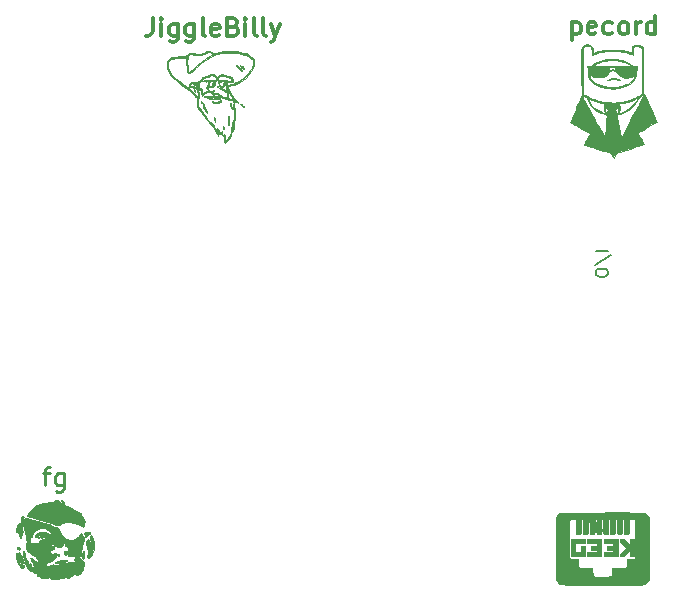
<source format=gbr>
%TF.GenerationSoftware,KiCad,Pcbnew,(5.1.10)-1*%
%TF.CreationDate,2021-09-09T07:46:21-05:00*%
%TF.ProjectId,Pivot_stand,5069766f-745f-4737-9461-6e642e6b6963,rev?*%
%TF.SameCoordinates,Original*%
%TF.FileFunction,Legend,Bot*%
%TF.FilePolarity,Positive*%
%FSLAX46Y46*%
G04 Gerber Fmt 4.6, Leading zero omitted, Abs format (unit mm)*
G04 Created by KiCad (PCBNEW (5.1.10)-1) date 2021-09-09 07:46:21*
%MOMM*%
%LPD*%
G01*
G04 APERTURE LIST*
%ADD10C,0.010000*%
%ADD11C,0.150000*%
%ADD12C,0.300000*%
%ADD13C,0.250000*%
G04 APERTURE END LIST*
D10*
%TO.C,G\u002A\u002A\u002A*%
G36*
X166281100Y-146202400D02*
G01*
X167466433Y-146202400D01*
X167466433Y-145292234D01*
X167106600Y-145292234D01*
X167106600Y-145842567D01*
X166619766Y-145842567D01*
X166619766Y-145080567D01*
X167466433Y-145080567D01*
X167466433Y-144720734D01*
X166281100Y-144720734D01*
X166281100Y-146202400D01*
G37*
X166281100Y-146202400D02*
X167466433Y-146202400D01*
X167466433Y-145292234D01*
X167106600Y-145292234D01*
X167106600Y-145842567D01*
X166619766Y-145842567D01*
X166619766Y-145080567D01*
X167466433Y-145080567D01*
X167466433Y-144720734D01*
X166281100Y-144720734D01*
X166281100Y-146202400D01*
G36*
X167646350Y-145069984D02*
G01*
X168064391Y-145075723D01*
X168482433Y-145081462D01*
X168482433Y-145292234D01*
X167932100Y-145292234D01*
X167932100Y-145630900D01*
X168482433Y-145630900D01*
X168482433Y-145841672D01*
X168064391Y-145847411D01*
X167646350Y-145853150D01*
X167646350Y-146191817D01*
X168842266Y-146203059D01*
X168842266Y-144720734D01*
X167634054Y-144720734D01*
X167646350Y-145069984D01*
G37*
X167646350Y-145069984D02*
X168064391Y-145075723D01*
X168482433Y-145081462D01*
X168482433Y-145292234D01*
X167932100Y-145292234D01*
X167932100Y-145630900D01*
X168482433Y-145630900D01*
X168482433Y-145841672D01*
X168064391Y-145847411D01*
X167646350Y-145853150D01*
X167646350Y-146191817D01*
X168842266Y-146203059D01*
X168842266Y-144720734D01*
X167634054Y-144720734D01*
X167646350Y-145069984D01*
G36*
X169032766Y-145080567D02*
G01*
X169858266Y-145080567D01*
X169858266Y-145292234D01*
X169307933Y-145292234D01*
X169307933Y-145630900D01*
X169858266Y-145630900D01*
X169858266Y-145842567D01*
X169032766Y-145842567D01*
X169032766Y-146202400D01*
X170218100Y-146202400D01*
X170218100Y-144720734D01*
X169032766Y-144720734D01*
X169032766Y-145080567D01*
G37*
X169032766Y-145080567D02*
X169858266Y-145080567D01*
X169858266Y-145292234D01*
X169307933Y-145292234D01*
X169307933Y-145630900D01*
X169858266Y-145630900D01*
X169858266Y-145842567D01*
X169032766Y-145842567D01*
X169032766Y-146202400D01*
X170218100Y-146202400D01*
X170218100Y-144720734D01*
X169032766Y-144720734D01*
X169032766Y-145080567D01*
G36*
X171255266Y-145217488D02*
G01*
X170757214Y-144720734D01*
X170408600Y-144720734D01*
X170408600Y-144942372D01*
X170667574Y-145201970D01*
X170926548Y-145461567D01*
X170408600Y-145980761D01*
X170408600Y-146202400D01*
X170736072Y-146202400D01*
X171255266Y-145684452D01*
X171255266Y-146202400D01*
X171593933Y-146202400D01*
X171593933Y-144720734D01*
X171255266Y-144720734D01*
X171255266Y-145217488D01*
G37*
X171255266Y-145217488D02*
X170757214Y-144720734D01*
X170408600Y-144720734D01*
X170408600Y-144942372D01*
X170667574Y-145201970D01*
X170926548Y-145461567D01*
X170408600Y-145980761D01*
X170408600Y-146202400D01*
X170736072Y-146202400D01*
X171255266Y-145684452D01*
X171255266Y-146202400D01*
X171593933Y-146202400D01*
X171593933Y-144720734D01*
X171255266Y-144720734D01*
X171255266Y-145217488D01*
G36*
X169901019Y-142480621D02*
G01*
X169428625Y-142481024D01*
X168914243Y-142481750D01*
X168878794Y-142481810D01*
X165420837Y-142487650D01*
X165295344Y-142551626D01*
X165172232Y-142636861D01*
X165080327Y-142750158D01*
X165021409Y-142889142D01*
X165011605Y-142929717D01*
X165007716Y-142963704D01*
X165004294Y-143026720D01*
X165001332Y-143119951D01*
X164998821Y-143244587D01*
X164996753Y-143401815D01*
X164995122Y-143592822D01*
X164993920Y-143818797D01*
X164993138Y-144080927D01*
X164992769Y-144380400D01*
X164992805Y-144718404D01*
X164993239Y-145096128D01*
X164994063Y-145514757D01*
X164994273Y-145603313D01*
X165000516Y-148163347D01*
X165064620Y-148288832D01*
X165147495Y-148406360D01*
X165261315Y-148495031D01*
X165406116Y-148554871D01*
X165468908Y-148569983D01*
X165503496Y-148572687D01*
X165577625Y-148575222D01*
X165688501Y-148577586D01*
X165833333Y-148579779D01*
X166009327Y-148581799D01*
X166213692Y-148583644D01*
X166443634Y-148585315D01*
X166696361Y-148586811D01*
X166969080Y-148588129D01*
X167258999Y-148589269D01*
X167563326Y-148590230D01*
X167879267Y-148591011D01*
X168204030Y-148591611D01*
X168534822Y-148592029D01*
X168868852Y-148592264D01*
X169203325Y-148592315D01*
X169535451Y-148592180D01*
X169862435Y-148591859D01*
X170181487Y-148591351D01*
X170489812Y-148590654D01*
X170784619Y-148589768D01*
X171063114Y-148588691D01*
X171322506Y-148587423D01*
X171560001Y-148585962D01*
X171772808Y-148584308D01*
X171958133Y-148582459D01*
X172113184Y-148580415D01*
X172235168Y-148578173D01*
X172321293Y-148575734D01*
X172368767Y-148573096D01*
X172373287Y-148572558D01*
X172510551Y-148535907D01*
X172622405Y-148467830D01*
X172713384Y-148364981D01*
X172758100Y-148288616D01*
X172832183Y-148143386D01*
X172832183Y-144740551D01*
X171720933Y-144740551D01*
X171720900Y-145035326D01*
X171720750Y-145290701D01*
X171720412Y-145509611D01*
X171719810Y-145694991D01*
X171718872Y-145849775D01*
X171717523Y-145976896D01*
X171715691Y-146079289D01*
X171713302Y-146159889D01*
X171710282Y-146221629D01*
X171706557Y-146267444D01*
X171702055Y-146300267D01*
X171696701Y-146323034D01*
X171690422Y-146338679D01*
X171683145Y-146350134D01*
X171680497Y-146353514D01*
X171662893Y-146372787D01*
X171641575Y-146386561D01*
X171609402Y-146395974D01*
X171559231Y-146402162D01*
X171483923Y-146406266D01*
X171376334Y-146409422D01*
X171321673Y-146410696D01*
X171003284Y-146417909D01*
X170988879Y-146513970D01*
X170983328Y-146582131D01*
X170981852Y-146674294D01*
X170984670Y-146772302D01*
X170985552Y-146787609D01*
X170988691Y-146924164D01*
X170979774Y-147031007D01*
X170959393Y-147104144D01*
X170934006Y-147136506D01*
X170905946Y-147141334D01*
X170841538Y-147145689D01*
X170746765Y-147149379D01*
X170627612Y-147152216D01*
X170490060Y-147154011D01*
X170362706Y-147154576D01*
X170214178Y-147155070D01*
X170078931Y-147156292D01*
X169962953Y-147158126D01*
X169872230Y-147160455D01*
X169812750Y-147163163D01*
X169791206Y-147165683D01*
X169779216Y-147179862D01*
X169771688Y-147215309D01*
X169768173Y-147277885D01*
X169768221Y-147373447D01*
X169769700Y-147446141D01*
X169770540Y-147600569D01*
X169764302Y-147715433D01*
X169750854Y-147792931D01*
X169748533Y-147800484D01*
X169729200Y-147851097D01*
X169705278Y-147877699D01*
X169662805Y-147890268D01*
X169614850Y-147896030D01*
X169572707Y-147898160D01*
X169494892Y-147899999D01*
X169388066Y-147901536D01*
X169258889Y-147902758D01*
X169114022Y-147903655D01*
X168960125Y-147904214D01*
X168803858Y-147904423D01*
X168651882Y-147904270D01*
X168510858Y-147903744D01*
X168387447Y-147902832D01*
X168288307Y-147901522D01*
X168220101Y-147899804D01*
X168196683Y-147898562D01*
X168159301Y-147893557D01*
X168131783Y-147881663D01*
X168112363Y-147856988D01*
X168099275Y-147813642D01*
X168090753Y-147745733D01*
X168085030Y-147647371D01*
X168080340Y-147512664D01*
X168080266Y-147510264D01*
X168069683Y-147165484D01*
X167484035Y-147154900D01*
X167330592Y-147151613D01*
X167191092Y-147147642D01*
X167071106Y-147143225D01*
X166976208Y-147138598D01*
X166911968Y-147134000D01*
X166883960Y-147129668D01*
X166883388Y-147129281D01*
X166865031Y-147089275D01*
X166851788Y-147017231D01*
X166844689Y-146923246D01*
X166844764Y-146817419D01*
X166847077Y-146773400D01*
X166850727Y-146678521D01*
X166849603Y-146585717D01*
X166843953Y-146514863D01*
X166843837Y-146514081D01*
X166829415Y-146417909D01*
X166511027Y-146410696D01*
X166388258Y-146407600D01*
X166300675Y-146404019D01*
X166241138Y-146398816D01*
X166202503Y-146390853D01*
X166177629Y-146378991D01*
X166159376Y-146362093D01*
X166152202Y-146353514D01*
X166144616Y-146342863D01*
X166138044Y-146329026D01*
X166132416Y-146309087D01*
X166127659Y-146280127D01*
X166123703Y-146239229D01*
X166120477Y-146183475D01*
X166117909Y-146109948D01*
X166115928Y-146015730D01*
X166114463Y-145897903D01*
X166113444Y-145753550D01*
X166112797Y-145579753D01*
X166112454Y-145373595D01*
X166112341Y-145132157D01*
X166112389Y-144852523D01*
X166112440Y-144723680D01*
X166112558Y-144423682D01*
X166112754Y-144163140D01*
X166113195Y-143939180D01*
X166114052Y-143748924D01*
X166115494Y-143589497D01*
X166117691Y-143458022D01*
X166120812Y-143351624D01*
X166125026Y-143267426D01*
X166130503Y-143202551D01*
X166137412Y-143154125D01*
X166145922Y-143119271D01*
X166156204Y-143095112D01*
X166168427Y-143078772D01*
X166182759Y-143067376D01*
X166199371Y-143058046D01*
X166210917Y-143052024D01*
X166257964Y-143039181D01*
X166333715Y-143030952D01*
X166424757Y-143027699D01*
X166517674Y-143029779D01*
X166599054Y-143037552D01*
X166619417Y-143041089D01*
X166687858Y-143054777D01*
X166682791Y-143586130D01*
X166681046Y-143767650D01*
X166679898Y-143911633D01*
X166679706Y-144022878D01*
X166680830Y-144106180D01*
X166683626Y-144166336D01*
X166688455Y-144208142D01*
X166695673Y-144236396D01*
X166705640Y-144255895D01*
X166718713Y-144271434D01*
X166735221Y-144287779D01*
X166784113Y-144323698D01*
X166845900Y-144338336D01*
X166884779Y-144339734D01*
X166955760Y-144336767D01*
X167011677Y-144324965D01*
X167054092Y-144299977D01*
X167084563Y-144257450D01*
X167104651Y-144193031D01*
X167115915Y-144102369D01*
X167119914Y-143981112D01*
X167118210Y-143824907D01*
X167114647Y-143698342D01*
X167111013Y-143557680D01*
X167109174Y-143425089D01*
X167109119Y-143308676D01*
X167110838Y-143216551D01*
X167114322Y-143156821D01*
X167115329Y-143148801D01*
X167126590Y-143088226D01*
X167142115Y-143058724D01*
X167170417Y-143049248D01*
X167192563Y-143048567D01*
X167254766Y-143048567D01*
X167254766Y-143621118D01*
X167255106Y-143814301D01*
X167256989Y-143969344D01*
X167261717Y-144090439D01*
X167270590Y-144181779D01*
X167284907Y-144247556D01*
X167305967Y-144291962D01*
X167335071Y-144319190D01*
X167373519Y-144333433D01*
X167422611Y-144338882D01*
X167477567Y-144339734D01*
X167561274Y-144328489D01*
X167627278Y-144290396D01*
X167629295Y-144288678D01*
X167688683Y-144237622D01*
X167694918Y-143643095D01*
X167701153Y-143048567D01*
X167824380Y-143048567D01*
X167830615Y-143639563D01*
X167836850Y-144230560D01*
X167888164Y-144285147D01*
X167929079Y-144319627D01*
X167977550Y-144335605D01*
X168046914Y-144339060D01*
X168107206Y-144337289D01*
X168155577Y-144330008D01*
X168193339Y-144313015D01*
X168221803Y-144282106D01*
X168242280Y-144233077D01*
X168256081Y-144161725D01*
X168264519Y-144063847D01*
X168268903Y-143935239D01*
X168270545Y-143771698D01*
X168270766Y-143621458D01*
X168270766Y-143048567D01*
X168425634Y-143048567D01*
X168412691Y-143601951D01*
X168408739Y-143798165D01*
X168407866Y-143956199D01*
X168411344Y-144080165D01*
X168420445Y-144174179D01*
X168436440Y-144242353D01*
X168460600Y-144288803D01*
X168494199Y-144317642D01*
X168538507Y-144332984D01*
X168594796Y-144338942D01*
X168640754Y-144339734D01*
X168715138Y-144332828D01*
X168767735Y-144307731D01*
X168790312Y-144287779D01*
X168806783Y-144271338D01*
X168819831Y-144255444D01*
X168829806Y-144235347D01*
X168837053Y-144206297D01*
X168841922Y-144163544D01*
X168844761Y-144102339D01*
X168845916Y-144017930D01*
X168845737Y-143905569D01*
X168844572Y-143760505D01*
X168842767Y-143577988D01*
X168842712Y-143572442D01*
X168837535Y-143048567D01*
X168995117Y-143048567D01*
X168990004Y-143583025D01*
X168988247Y-143765031D01*
X168987086Y-143909487D01*
X168986877Y-144021176D01*
X168987975Y-144104882D01*
X168990735Y-144165387D01*
X168995512Y-144207474D01*
X169002664Y-144235926D01*
X169012544Y-144255527D01*
X169025508Y-144271059D01*
X169041913Y-144287305D01*
X169042388Y-144287779D01*
X169091280Y-144323698D01*
X169153066Y-144338336D01*
X169191946Y-144339734D01*
X169257380Y-144337773D01*
X169309921Y-144329152D01*
X169350839Y-144309762D01*
X169381405Y-144275492D01*
X169402889Y-144222234D01*
X169416563Y-144145879D01*
X169423696Y-144042317D01*
X169425560Y-143907438D01*
X169423425Y-143737134D01*
X169420385Y-143600968D01*
X169406997Y-143048567D01*
X169561933Y-143048567D01*
X169561933Y-143621458D01*
X169562270Y-143802208D01*
X169563678Y-143945583D01*
X169566750Y-144056541D01*
X169572081Y-144140038D01*
X169580264Y-144201029D01*
X169591894Y-144244473D01*
X169607564Y-144275324D01*
X169627869Y-144298541D01*
X169644766Y-144312602D01*
X169685500Y-144328348D01*
X169748874Y-144337862D01*
X169777711Y-144339060D01*
X169857432Y-144331641D01*
X169917192Y-144303849D01*
X169936461Y-144288678D01*
X169995850Y-144237622D01*
X170002085Y-143643095D01*
X170008319Y-143048567D01*
X170131547Y-143048567D01*
X170137782Y-143643095D01*
X170144016Y-144237622D01*
X170203405Y-144288678D01*
X170269166Y-144327729D01*
X170352014Y-144339723D01*
X170355132Y-144339734D01*
X170415027Y-144338640D01*
X170463097Y-144332564D01*
X170500642Y-144317314D01*
X170528961Y-144288697D01*
X170549354Y-144242521D01*
X170563122Y-144174592D01*
X170571564Y-144080720D01*
X170575980Y-143956711D01*
X170577669Y-143798373D01*
X170577933Y-143621118D01*
X170577933Y-143048567D01*
X170640136Y-143048567D01*
X170678212Y-143052061D01*
X170699201Y-143069898D01*
X170711586Y-143113110D01*
X170717412Y-143149082D01*
X170721313Y-143200623D01*
X170723482Y-143286357D01*
X170723905Y-143398179D01*
X170722565Y-143527983D01*
X170719447Y-143667664D01*
X170718500Y-143699593D01*
X170713980Y-143881456D01*
X170714036Y-144025454D01*
X170720229Y-144135948D01*
X170734124Y-144217299D01*
X170757282Y-144273867D01*
X170791266Y-144310014D01*
X170837641Y-144330101D01*
X170897967Y-144338488D01*
X170947920Y-144339734D01*
X171022305Y-144332828D01*
X171074902Y-144307731D01*
X171097479Y-144287779D01*
X171114363Y-144270891D01*
X171127696Y-144254577D01*
X171137840Y-144234018D01*
X171145155Y-144204393D01*
X171150004Y-144160883D01*
X171152749Y-144098670D01*
X171153751Y-144012934D01*
X171153372Y-143898856D01*
X171151973Y-143751615D01*
X171150136Y-143586189D01*
X171144250Y-143054895D01*
X171212988Y-143041148D01*
X171295022Y-143031019D01*
X171393253Y-143027828D01*
X171491556Y-143031230D01*
X171573807Y-143040879D01*
X171609024Y-143049620D01*
X171662457Y-143081998D01*
X171696849Y-143124700D01*
X171701854Y-143149876D01*
X171706216Y-143203083D01*
X171709961Y-143285958D01*
X171713111Y-143400138D01*
X171715693Y-143547261D01*
X171717730Y-143728964D01*
X171719246Y-143946885D01*
X171720267Y-144202661D01*
X171720816Y-144497930D01*
X171720933Y-144740551D01*
X172832183Y-144740551D01*
X172832183Y-142907968D01*
X172768207Y-142782476D01*
X172683544Y-142660986D01*
X172570087Y-142565538D01*
X172436506Y-142503186D01*
X172418464Y-142497972D01*
X172386633Y-142494718D01*
X172316365Y-142491803D01*
X172207337Y-142489227D01*
X172059226Y-142486987D01*
X171871710Y-142485083D01*
X171644466Y-142483513D01*
X171377170Y-142482276D01*
X171069500Y-142481369D01*
X170721133Y-142480792D01*
X170331747Y-142480543D01*
X169901019Y-142480621D01*
G37*
X169901019Y-142480621D02*
X169428625Y-142481024D01*
X168914243Y-142481750D01*
X168878794Y-142481810D01*
X165420837Y-142487650D01*
X165295344Y-142551626D01*
X165172232Y-142636861D01*
X165080327Y-142750158D01*
X165021409Y-142889142D01*
X165011605Y-142929717D01*
X165007716Y-142963704D01*
X165004294Y-143026720D01*
X165001332Y-143119951D01*
X164998821Y-143244587D01*
X164996753Y-143401815D01*
X164995122Y-143592822D01*
X164993920Y-143818797D01*
X164993138Y-144080927D01*
X164992769Y-144380400D01*
X164992805Y-144718404D01*
X164993239Y-145096128D01*
X164994063Y-145514757D01*
X164994273Y-145603313D01*
X165000516Y-148163347D01*
X165064620Y-148288832D01*
X165147495Y-148406360D01*
X165261315Y-148495031D01*
X165406116Y-148554871D01*
X165468908Y-148569983D01*
X165503496Y-148572687D01*
X165577625Y-148575222D01*
X165688501Y-148577586D01*
X165833333Y-148579779D01*
X166009327Y-148581799D01*
X166213692Y-148583644D01*
X166443634Y-148585315D01*
X166696361Y-148586811D01*
X166969080Y-148588129D01*
X167258999Y-148589269D01*
X167563326Y-148590230D01*
X167879267Y-148591011D01*
X168204030Y-148591611D01*
X168534822Y-148592029D01*
X168868852Y-148592264D01*
X169203325Y-148592315D01*
X169535451Y-148592180D01*
X169862435Y-148591859D01*
X170181487Y-148591351D01*
X170489812Y-148590654D01*
X170784619Y-148589768D01*
X171063114Y-148588691D01*
X171322506Y-148587423D01*
X171560001Y-148585962D01*
X171772808Y-148584308D01*
X171958133Y-148582459D01*
X172113184Y-148580415D01*
X172235168Y-148578173D01*
X172321293Y-148575734D01*
X172368767Y-148573096D01*
X172373287Y-148572558D01*
X172510551Y-148535907D01*
X172622405Y-148467830D01*
X172713384Y-148364981D01*
X172758100Y-148288616D01*
X172832183Y-148143386D01*
X172832183Y-144740551D01*
X171720933Y-144740551D01*
X171720900Y-145035326D01*
X171720750Y-145290701D01*
X171720412Y-145509611D01*
X171719810Y-145694991D01*
X171718872Y-145849775D01*
X171717523Y-145976896D01*
X171715691Y-146079289D01*
X171713302Y-146159889D01*
X171710282Y-146221629D01*
X171706557Y-146267444D01*
X171702055Y-146300267D01*
X171696701Y-146323034D01*
X171690422Y-146338679D01*
X171683145Y-146350134D01*
X171680497Y-146353514D01*
X171662893Y-146372787D01*
X171641575Y-146386561D01*
X171609402Y-146395974D01*
X171559231Y-146402162D01*
X171483923Y-146406266D01*
X171376334Y-146409422D01*
X171321673Y-146410696D01*
X171003284Y-146417909D01*
X170988879Y-146513970D01*
X170983328Y-146582131D01*
X170981852Y-146674294D01*
X170984670Y-146772302D01*
X170985552Y-146787609D01*
X170988691Y-146924164D01*
X170979774Y-147031007D01*
X170959393Y-147104144D01*
X170934006Y-147136506D01*
X170905946Y-147141334D01*
X170841538Y-147145689D01*
X170746765Y-147149379D01*
X170627612Y-147152216D01*
X170490060Y-147154011D01*
X170362706Y-147154576D01*
X170214178Y-147155070D01*
X170078931Y-147156292D01*
X169962953Y-147158126D01*
X169872230Y-147160455D01*
X169812750Y-147163163D01*
X169791206Y-147165683D01*
X169779216Y-147179862D01*
X169771688Y-147215309D01*
X169768173Y-147277885D01*
X169768221Y-147373447D01*
X169769700Y-147446141D01*
X169770540Y-147600569D01*
X169764302Y-147715433D01*
X169750854Y-147792931D01*
X169748533Y-147800484D01*
X169729200Y-147851097D01*
X169705278Y-147877699D01*
X169662805Y-147890268D01*
X169614850Y-147896030D01*
X169572707Y-147898160D01*
X169494892Y-147899999D01*
X169388066Y-147901536D01*
X169258889Y-147902758D01*
X169114022Y-147903655D01*
X168960125Y-147904214D01*
X168803858Y-147904423D01*
X168651882Y-147904270D01*
X168510858Y-147903744D01*
X168387447Y-147902832D01*
X168288307Y-147901522D01*
X168220101Y-147899804D01*
X168196683Y-147898562D01*
X168159301Y-147893557D01*
X168131783Y-147881663D01*
X168112363Y-147856988D01*
X168099275Y-147813642D01*
X168090753Y-147745733D01*
X168085030Y-147647371D01*
X168080340Y-147512664D01*
X168080266Y-147510264D01*
X168069683Y-147165484D01*
X167484035Y-147154900D01*
X167330592Y-147151613D01*
X167191092Y-147147642D01*
X167071106Y-147143225D01*
X166976208Y-147138598D01*
X166911968Y-147134000D01*
X166883960Y-147129668D01*
X166883388Y-147129281D01*
X166865031Y-147089275D01*
X166851788Y-147017231D01*
X166844689Y-146923246D01*
X166844764Y-146817419D01*
X166847077Y-146773400D01*
X166850727Y-146678521D01*
X166849603Y-146585717D01*
X166843953Y-146514863D01*
X166843837Y-146514081D01*
X166829415Y-146417909D01*
X166511027Y-146410696D01*
X166388258Y-146407600D01*
X166300675Y-146404019D01*
X166241138Y-146398816D01*
X166202503Y-146390853D01*
X166177629Y-146378991D01*
X166159376Y-146362093D01*
X166152202Y-146353514D01*
X166144616Y-146342863D01*
X166138044Y-146329026D01*
X166132416Y-146309087D01*
X166127659Y-146280127D01*
X166123703Y-146239229D01*
X166120477Y-146183475D01*
X166117909Y-146109948D01*
X166115928Y-146015730D01*
X166114463Y-145897903D01*
X166113444Y-145753550D01*
X166112797Y-145579753D01*
X166112454Y-145373595D01*
X166112341Y-145132157D01*
X166112389Y-144852523D01*
X166112440Y-144723680D01*
X166112558Y-144423682D01*
X166112754Y-144163140D01*
X166113195Y-143939180D01*
X166114052Y-143748924D01*
X166115494Y-143589497D01*
X166117691Y-143458022D01*
X166120812Y-143351624D01*
X166125026Y-143267426D01*
X166130503Y-143202551D01*
X166137412Y-143154125D01*
X166145922Y-143119271D01*
X166156204Y-143095112D01*
X166168427Y-143078772D01*
X166182759Y-143067376D01*
X166199371Y-143058046D01*
X166210917Y-143052024D01*
X166257964Y-143039181D01*
X166333715Y-143030952D01*
X166424757Y-143027699D01*
X166517674Y-143029779D01*
X166599054Y-143037552D01*
X166619417Y-143041089D01*
X166687858Y-143054777D01*
X166682791Y-143586130D01*
X166681046Y-143767650D01*
X166679898Y-143911633D01*
X166679706Y-144022878D01*
X166680830Y-144106180D01*
X166683626Y-144166336D01*
X166688455Y-144208142D01*
X166695673Y-144236396D01*
X166705640Y-144255895D01*
X166718713Y-144271434D01*
X166735221Y-144287779D01*
X166784113Y-144323698D01*
X166845900Y-144338336D01*
X166884779Y-144339734D01*
X166955760Y-144336767D01*
X167011677Y-144324965D01*
X167054092Y-144299977D01*
X167084563Y-144257450D01*
X167104651Y-144193031D01*
X167115915Y-144102369D01*
X167119914Y-143981112D01*
X167118210Y-143824907D01*
X167114647Y-143698342D01*
X167111013Y-143557680D01*
X167109174Y-143425089D01*
X167109119Y-143308676D01*
X167110838Y-143216551D01*
X167114322Y-143156821D01*
X167115329Y-143148801D01*
X167126590Y-143088226D01*
X167142115Y-143058724D01*
X167170417Y-143049248D01*
X167192563Y-143048567D01*
X167254766Y-143048567D01*
X167254766Y-143621118D01*
X167255106Y-143814301D01*
X167256989Y-143969344D01*
X167261717Y-144090439D01*
X167270590Y-144181779D01*
X167284907Y-144247556D01*
X167305967Y-144291962D01*
X167335071Y-144319190D01*
X167373519Y-144333433D01*
X167422611Y-144338882D01*
X167477567Y-144339734D01*
X167561274Y-144328489D01*
X167627278Y-144290396D01*
X167629295Y-144288678D01*
X167688683Y-144237622D01*
X167694918Y-143643095D01*
X167701153Y-143048567D01*
X167824380Y-143048567D01*
X167830615Y-143639563D01*
X167836850Y-144230560D01*
X167888164Y-144285147D01*
X167929079Y-144319627D01*
X167977550Y-144335605D01*
X168046914Y-144339060D01*
X168107206Y-144337289D01*
X168155577Y-144330008D01*
X168193339Y-144313015D01*
X168221803Y-144282106D01*
X168242280Y-144233077D01*
X168256081Y-144161725D01*
X168264519Y-144063847D01*
X168268903Y-143935239D01*
X168270545Y-143771698D01*
X168270766Y-143621458D01*
X168270766Y-143048567D01*
X168425634Y-143048567D01*
X168412691Y-143601951D01*
X168408739Y-143798165D01*
X168407866Y-143956199D01*
X168411344Y-144080165D01*
X168420445Y-144174179D01*
X168436440Y-144242353D01*
X168460600Y-144288803D01*
X168494199Y-144317642D01*
X168538507Y-144332984D01*
X168594796Y-144338942D01*
X168640754Y-144339734D01*
X168715138Y-144332828D01*
X168767735Y-144307731D01*
X168790312Y-144287779D01*
X168806783Y-144271338D01*
X168819831Y-144255444D01*
X168829806Y-144235347D01*
X168837053Y-144206297D01*
X168841922Y-144163544D01*
X168844761Y-144102339D01*
X168845916Y-144017930D01*
X168845737Y-143905569D01*
X168844572Y-143760505D01*
X168842767Y-143577988D01*
X168842712Y-143572442D01*
X168837535Y-143048567D01*
X168995117Y-143048567D01*
X168990004Y-143583025D01*
X168988247Y-143765031D01*
X168987086Y-143909487D01*
X168986877Y-144021176D01*
X168987975Y-144104882D01*
X168990735Y-144165387D01*
X168995512Y-144207474D01*
X169002664Y-144235926D01*
X169012544Y-144255527D01*
X169025508Y-144271059D01*
X169041913Y-144287305D01*
X169042388Y-144287779D01*
X169091280Y-144323698D01*
X169153066Y-144338336D01*
X169191946Y-144339734D01*
X169257380Y-144337773D01*
X169309921Y-144329152D01*
X169350839Y-144309762D01*
X169381405Y-144275492D01*
X169402889Y-144222234D01*
X169416563Y-144145879D01*
X169423696Y-144042317D01*
X169425560Y-143907438D01*
X169423425Y-143737134D01*
X169420385Y-143600968D01*
X169406997Y-143048567D01*
X169561933Y-143048567D01*
X169561933Y-143621458D01*
X169562270Y-143802208D01*
X169563678Y-143945583D01*
X169566750Y-144056541D01*
X169572081Y-144140038D01*
X169580264Y-144201029D01*
X169591894Y-144244473D01*
X169607564Y-144275324D01*
X169627869Y-144298541D01*
X169644766Y-144312602D01*
X169685500Y-144328348D01*
X169748874Y-144337862D01*
X169777711Y-144339060D01*
X169857432Y-144331641D01*
X169917192Y-144303849D01*
X169936461Y-144288678D01*
X169995850Y-144237622D01*
X170002085Y-143643095D01*
X170008319Y-143048567D01*
X170131547Y-143048567D01*
X170137782Y-143643095D01*
X170144016Y-144237622D01*
X170203405Y-144288678D01*
X170269166Y-144327729D01*
X170352014Y-144339723D01*
X170355132Y-144339734D01*
X170415027Y-144338640D01*
X170463097Y-144332564D01*
X170500642Y-144317314D01*
X170528961Y-144288697D01*
X170549354Y-144242521D01*
X170563122Y-144174592D01*
X170571564Y-144080720D01*
X170575980Y-143956711D01*
X170577669Y-143798373D01*
X170577933Y-143621118D01*
X170577933Y-143048567D01*
X170640136Y-143048567D01*
X170678212Y-143052061D01*
X170699201Y-143069898D01*
X170711586Y-143113110D01*
X170717412Y-143149082D01*
X170721313Y-143200623D01*
X170723482Y-143286357D01*
X170723905Y-143398179D01*
X170722565Y-143527983D01*
X170719447Y-143667664D01*
X170718500Y-143699593D01*
X170713980Y-143881456D01*
X170714036Y-144025454D01*
X170720229Y-144135948D01*
X170734124Y-144217299D01*
X170757282Y-144273867D01*
X170791266Y-144310014D01*
X170837641Y-144330101D01*
X170897967Y-144338488D01*
X170947920Y-144339734D01*
X171022305Y-144332828D01*
X171074902Y-144307731D01*
X171097479Y-144287779D01*
X171114363Y-144270891D01*
X171127696Y-144254577D01*
X171137840Y-144234018D01*
X171145155Y-144204393D01*
X171150004Y-144160883D01*
X171152749Y-144098670D01*
X171153751Y-144012934D01*
X171153372Y-143898856D01*
X171151973Y-143751615D01*
X171150136Y-143586189D01*
X171144250Y-143054895D01*
X171212988Y-143041148D01*
X171295022Y-143031019D01*
X171393253Y-143027828D01*
X171491556Y-143031230D01*
X171573807Y-143040879D01*
X171609024Y-143049620D01*
X171662457Y-143081998D01*
X171696849Y-143124700D01*
X171701854Y-143149876D01*
X171706216Y-143203083D01*
X171709961Y-143285958D01*
X171713111Y-143400138D01*
X171715693Y-143547261D01*
X171717730Y-143728964D01*
X171719246Y-143946885D01*
X171720267Y-144202661D01*
X171720816Y-144497930D01*
X171720933Y-144740551D01*
X172832183Y-144740551D01*
X172832183Y-142907968D01*
X172768207Y-142782476D01*
X172683544Y-142660986D01*
X172570087Y-142565538D01*
X172436506Y-142503186D01*
X172418464Y-142497972D01*
X172386633Y-142494718D01*
X172316365Y-142491803D01*
X172207337Y-142489227D01*
X172059226Y-142486987D01*
X171871710Y-142485083D01*
X171644466Y-142483513D01*
X171377170Y-142482276D01*
X171069500Y-142481369D01*
X170721133Y-142480792D01*
X170331747Y-142480543D01*
X169901019Y-142480621D01*
G36*
X170040232Y-105718819D02*
G01*
X170183134Y-105751453D01*
X170292778Y-105805491D01*
X170344293Y-105850341D01*
X170373771Y-105884473D01*
X170376030Y-105895024D01*
X170352720Y-105887606D01*
X170313227Y-105874059D01*
X170248315Y-105854312D01*
X170171844Y-105832577D01*
X170169840Y-105832027D01*
X170046504Y-105808994D01*
X169903441Y-105799296D01*
X169754458Y-105802489D01*
X169613361Y-105818126D01*
X169493956Y-105845765D01*
X169468800Y-105854617D01*
X169398033Y-105881515D01*
X169360439Y-105893406D01*
X169351247Y-105889850D01*
X169365689Y-105870406D01*
X169387324Y-105847087D01*
X169475831Y-105781487D01*
X169598070Y-105736346D01*
X169752381Y-105712150D01*
X169865040Y-105707877D01*
X170040232Y-105718819D01*
G37*
X170040232Y-105718819D02*
X170183134Y-105751453D01*
X170292778Y-105805491D01*
X170344293Y-105850341D01*
X170373771Y-105884473D01*
X170376030Y-105895024D01*
X170352720Y-105887606D01*
X170313227Y-105874059D01*
X170248315Y-105854312D01*
X170171844Y-105832577D01*
X170169840Y-105832027D01*
X170046504Y-105808994D01*
X169903441Y-105799296D01*
X169754458Y-105802489D01*
X169613361Y-105818126D01*
X169493956Y-105845765D01*
X169468800Y-105854617D01*
X169398033Y-105881515D01*
X169360439Y-105893406D01*
X169351247Y-105889850D01*
X169365689Y-105870406D01*
X169387324Y-105847087D01*
X169475831Y-105781487D01*
X169598070Y-105736346D01*
X169752381Y-105712150D01*
X169865040Y-105707877D01*
X170040232Y-105718819D01*
G36*
X170131121Y-104083693D02*
G01*
X170412813Y-104131414D01*
X170683784Y-104203990D01*
X170939239Y-104301459D01*
X171174386Y-104423860D01*
X171377576Y-104565667D01*
X171540242Y-104696995D01*
X171688161Y-104702977D01*
X171836080Y-104708960D01*
X171842213Y-104827134D01*
X171839640Y-104919706D01*
X171825868Y-105016546D01*
X171816813Y-105053782D01*
X171799133Y-105137068D01*
X171787691Y-105234093D01*
X171785280Y-105292018D01*
X171769897Y-105474302D01*
X171722028Y-105640410D01*
X171639089Y-105796491D01*
X171518497Y-105948699D01*
X171502222Y-105966102D01*
X171315274Y-106134787D01*
X171099250Y-106277302D01*
X170853320Y-106394046D01*
X170576658Y-106485413D01*
X170284660Y-106549060D01*
X170111622Y-106571222D01*
X169913954Y-106584176D01*
X169705019Y-106587919D01*
X169498181Y-106582450D01*
X169306803Y-106567766D01*
X169173055Y-106549250D01*
X168860563Y-106476699D01*
X168574573Y-106373696D01*
X168314369Y-106239966D01*
X168236949Y-106190981D01*
X168054028Y-106051161D01*
X167907039Y-105899102D01*
X167796876Y-105736464D01*
X167724430Y-105564911D01*
X167690595Y-105386103D01*
X167695171Y-105237280D01*
X167797546Y-105237280D01*
X167807785Y-105373344D01*
X167840166Y-105538083D01*
X167910498Y-105696842D01*
X168016237Y-105847087D01*
X168154843Y-105986285D01*
X168323770Y-106111903D01*
X168520478Y-106221409D01*
X168742423Y-106312268D01*
X168754389Y-106316361D01*
X169091906Y-106409903D01*
X169435144Y-106463516D01*
X169785004Y-106477270D01*
X170142383Y-106451237D01*
X170261280Y-106434063D01*
X170430983Y-106398779D01*
X170612521Y-106347566D01*
X170792036Y-106285140D01*
X170955674Y-106216221D01*
X171063869Y-106160712D01*
X171226347Y-106053579D01*
X171369569Y-105930642D01*
X171489032Y-105797320D01*
X171580235Y-105659030D01*
X171638676Y-105521192D01*
X171654968Y-105449247D01*
X171668557Y-105359200D01*
X171589758Y-105433161D01*
X171470494Y-105524570D01*
X171331516Y-105591177D01*
X171166566Y-105635491D01*
X171039719Y-105653822D01*
X170834339Y-105659159D01*
X170649683Y-105629626D01*
X170485897Y-105565293D01*
X170343130Y-105466231D01*
X170221528Y-105332508D01*
X170159206Y-105236397D01*
X170098850Y-105154064D01*
X170023500Y-105098228D01*
X169925085Y-105064523D01*
X169814240Y-105049792D01*
X169708937Y-105048872D01*
X169619856Y-105065236D01*
X169580757Y-105078389D01*
X169526593Y-105102120D01*
X169483876Y-105131971D01*
X169442744Y-105177131D01*
X169393338Y-105246788D01*
X169382442Y-105263186D01*
X169270008Y-105405190D01*
X169140230Y-105513805D01*
X168985951Y-105594983D01*
X168981120Y-105596955D01*
X168930933Y-105615341D01*
X168880688Y-105628081D01*
X168821359Y-105636199D01*
X168743923Y-105640714D01*
X168639355Y-105642649D01*
X168574720Y-105642967D01*
X168458468Y-105642885D01*
X168374183Y-105641180D01*
X168313189Y-105636645D01*
X168266816Y-105628072D01*
X168226391Y-105614255D01*
X168183240Y-105593986D01*
X168168320Y-105586391D01*
X168032387Y-105500156D01*
X167913999Y-105387271D01*
X167858490Y-105318560D01*
X167797546Y-105237280D01*
X167695171Y-105237280D01*
X167696265Y-105201703D01*
X167698210Y-105188328D01*
X167709740Y-105100578D01*
X167711862Y-105037954D01*
X167705079Y-104992125D01*
X169490932Y-104992125D01*
X169502002Y-105008093D01*
X169529113Y-105004468D01*
X169565320Y-104991937D01*
X169627600Y-104977239D01*
X169709835Y-104967365D01*
X169773600Y-104964743D01*
X169857157Y-104969087D01*
X169936597Y-104980321D01*
X169981880Y-104991937D01*
X170029433Y-105008379D01*
X170055484Y-105016357D01*
X170057219Y-105016445D01*
X170052551Y-104996962D01*
X170041383Y-104949407D01*
X170030314Y-104902000D01*
X170004270Y-104790240D01*
X169759699Y-104784557D01*
X169515129Y-104778874D01*
X169502124Y-104873753D01*
X169492205Y-104949650D01*
X169490932Y-104992125D01*
X167705079Y-104992125D01*
X167704164Y-104985949D01*
X167691259Y-104943941D01*
X167671408Y-104869220D01*
X167660847Y-104793491D01*
X167660320Y-104777525D01*
X167660320Y-104698800D01*
X167804443Y-104698799D01*
X167948567Y-104698799D01*
X167950396Y-104697148D01*
X168117520Y-104697148D01*
X171348400Y-104697274D01*
X171267454Y-104628015D01*
X171149075Y-104542619D01*
X170998782Y-104459180D01*
X170825265Y-104381357D01*
X170637217Y-104312809D01*
X170443327Y-104257195D01*
X170323785Y-104230773D01*
X170056856Y-104192540D01*
X169783114Y-104178540D01*
X169508239Y-104187683D01*
X169237908Y-104218883D01*
X168977798Y-104271050D01*
X168733588Y-104343096D01*
X168510956Y-104433934D01*
X168315580Y-104542474D01*
X168182999Y-104641082D01*
X168117520Y-104697148D01*
X167950396Y-104697148D01*
X168066771Y-104592119D01*
X168261685Y-104442377D01*
X168484222Y-104317184D01*
X168729590Y-104216577D01*
X168992995Y-104140596D01*
X169269643Y-104089279D01*
X169554743Y-104062664D01*
X169843499Y-104060789D01*
X170131121Y-104083693D01*
G37*
X170131121Y-104083693D02*
X170412813Y-104131414D01*
X170683784Y-104203990D01*
X170939239Y-104301459D01*
X171174386Y-104423860D01*
X171377576Y-104565667D01*
X171540242Y-104696995D01*
X171688161Y-104702977D01*
X171836080Y-104708960D01*
X171842213Y-104827134D01*
X171839640Y-104919706D01*
X171825868Y-105016546D01*
X171816813Y-105053782D01*
X171799133Y-105137068D01*
X171787691Y-105234093D01*
X171785280Y-105292018D01*
X171769897Y-105474302D01*
X171722028Y-105640410D01*
X171639089Y-105796491D01*
X171518497Y-105948699D01*
X171502222Y-105966102D01*
X171315274Y-106134787D01*
X171099250Y-106277302D01*
X170853320Y-106394046D01*
X170576658Y-106485413D01*
X170284660Y-106549060D01*
X170111622Y-106571222D01*
X169913954Y-106584176D01*
X169705019Y-106587919D01*
X169498181Y-106582450D01*
X169306803Y-106567766D01*
X169173055Y-106549250D01*
X168860563Y-106476699D01*
X168574573Y-106373696D01*
X168314369Y-106239966D01*
X168236949Y-106190981D01*
X168054028Y-106051161D01*
X167907039Y-105899102D01*
X167796876Y-105736464D01*
X167724430Y-105564911D01*
X167690595Y-105386103D01*
X167695171Y-105237280D01*
X167797546Y-105237280D01*
X167807785Y-105373344D01*
X167840166Y-105538083D01*
X167910498Y-105696842D01*
X168016237Y-105847087D01*
X168154843Y-105986285D01*
X168323770Y-106111903D01*
X168520478Y-106221409D01*
X168742423Y-106312268D01*
X168754389Y-106316361D01*
X169091906Y-106409903D01*
X169435144Y-106463516D01*
X169785004Y-106477270D01*
X170142383Y-106451237D01*
X170261280Y-106434063D01*
X170430983Y-106398779D01*
X170612521Y-106347566D01*
X170792036Y-106285140D01*
X170955674Y-106216221D01*
X171063869Y-106160712D01*
X171226347Y-106053579D01*
X171369569Y-105930642D01*
X171489032Y-105797320D01*
X171580235Y-105659030D01*
X171638676Y-105521192D01*
X171654968Y-105449247D01*
X171668557Y-105359200D01*
X171589758Y-105433161D01*
X171470494Y-105524570D01*
X171331516Y-105591177D01*
X171166566Y-105635491D01*
X171039719Y-105653822D01*
X170834339Y-105659159D01*
X170649683Y-105629626D01*
X170485897Y-105565293D01*
X170343130Y-105466231D01*
X170221528Y-105332508D01*
X170159206Y-105236397D01*
X170098850Y-105154064D01*
X170023500Y-105098228D01*
X169925085Y-105064523D01*
X169814240Y-105049792D01*
X169708937Y-105048872D01*
X169619856Y-105065236D01*
X169580757Y-105078389D01*
X169526593Y-105102120D01*
X169483876Y-105131971D01*
X169442744Y-105177131D01*
X169393338Y-105246788D01*
X169382442Y-105263186D01*
X169270008Y-105405190D01*
X169140230Y-105513805D01*
X168985951Y-105594983D01*
X168981120Y-105596955D01*
X168930933Y-105615341D01*
X168880688Y-105628081D01*
X168821359Y-105636199D01*
X168743923Y-105640714D01*
X168639355Y-105642649D01*
X168574720Y-105642967D01*
X168458468Y-105642885D01*
X168374183Y-105641180D01*
X168313189Y-105636645D01*
X168266816Y-105628072D01*
X168226391Y-105614255D01*
X168183240Y-105593986D01*
X168168320Y-105586391D01*
X168032387Y-105500156D01*
X167913999Y-105387271D01*
X167858490Y-105318560D01*
X167797546Y-105237280D01*
X167695171Y-105237280D01*
X167696265Y-105201703D01*
X167698210Y-105188328D01*
X167709740Y-105100578D01*
X167711862Y-105037954D01*
X167705079Y-104992125D01*
X169490932Y-104992125D01*
X169502002Y-105008093D01*
X169529113Y-105004468D01*
X169565320Y-104991937D01*
X169627600Y-104977239D01*
X169709835Y-104967365D01*
X169773600Y-104964743D01*
X169857157Y-104969087D01*
X169936597Y-104980321D01*
X169981880Y-104991937D01*
X170029433Y-105008379D01*
X170055484Y-105016357D01*
X170057219Y-105016445D01*
X170052551Y-104996962D01*
X170041383Y-104949407D01*
X170030314Y-104902000D01*
X170004270Y-104790240D01*
X169759699Y-104784557D01*
X169515129Y-104778874D01*
X169502124Y-104873753D01*
X169492205Y-104949650D01*
X169490932Y-104992125D01*
X167705079Y-104992125D01*
X167704164Y-104985949D01*
X167691259Y-104943941D01*
X167671408Y-104869220D01*
X167660847Y-104793491D01*
X167660320Y-104777525D01*
X167660320Y-104698800D01*
X167804443Y-104698799D01*
X167948567Y-104698799D01*
X167950396Y-104697148D01*
X168117520Y-104697148D01*
X171348400Y-104697274D01*
X171267454Y-104628015D01*
X171149075Y-104542619D01*
X170998782Y-104459180D01*
X170825265Y-104381357D01*
X170637217Y-104312809D01*
X170443327Y-104257195D01*
X170323785Y-104230773D01*
X170056856Y-104192540D01*
X169783114Y-104178540D01*
X169508239Y-104187683D01*
X169237908Y-104218883D01*
X168977798Y-104271050D01*
X168733588Y-104343096D01*
X168510956Y-104433934D01*
X168315580Y-104542474D01*
X168182999Y-104641082D01*
X168117520Y-104697148D01*
X167950396Y-104697148D01*
X168066771Y-104592119D01*
X168261685Y-104442377D01*
X168484222Y-104317184D01*
X168729590Y-104216577D01*
X168992995Y-104140596D01*
X169269643Y-104089279D01*
X169554743Y-104062664D01*
X169843499Y-104060789D01*
X170131121Y-104083693D01*
G36*
X167774727Y-102861871D02*
G01*
X167887047Y-102900495D01*
X167983044Y-102968781D01*
X167997275Y-102982491D01*
X168056089Y-103054139D01*
X168095569Y-103136392D01*
X168118412Y-103238035D01*
X168127315Y-103367855D01*
X168127680Y-103407318D01*
X168128787Y-103480477D01*
X168131719Y-103534711D01*
X168135887Y-103560125D01*
X168136791Y-103560879D01*
X168159069Y-103555178D01*
X168210297Y-103540016D01*
X168280713Y-103518306D01*
X168304431Y-103510854D01*
X168534497Y-103444306D01*
X168760072Y-103392350D01*
X168991142Y-103353438D01*
X169237695Y-103326021D01*
X169509719Y-103308551D01*
X169641520Y-103303571D01*
X170010518Y-103301224D01*
X170348949Y-103318301D01*
X170662132Y-103355152D01*
X170805610Y-103380074D01*
X170917946Y-103403683D01*
X171041054Y-103432719D01*
X171163385Y-103464166D01*
X171273393Y-103495007D01*
X171359528Y-103522227D01*
X171383960Y-103531134D01*
X171399611Y-103533952D01*
X171409890Y-103523570D01*
X171415928Y-103493474D01*
X171418855Y-103437154D01*
X171419801Y-103348096D01*
X171419854Y-103324294D01*
X171421108Y-103221260D01*
X171425543Y-103148564D01*
X171434721Y-103095936D01*
X171450203Y-103053108D01*
X171465585Y-103023532D01*
X171523294Y-102945378D01*
X171596027Y-102894604D01*
X171691295Y-102867610D01*
X171805600Y-102860689D01*
X171961637Y-102877973D01*
X172103472Y-102925786D01*
X172224879Y-103000755D01*
X172319632Y-103099511D01*
X172356100Y-103158750D01*
X172362671Y-103172745D01*
X172368455Y-103189279D01*
X172373502Y-103210883D01*
X172377863Y-103240089D01*
X172381589Y-103279430D01*
X172384727Y-103331437D01*
X172387330Y-103398642D01*
X172389447Y-103483578D01*
X172391127Y-103588775D01*
X172392421Y-103716766D01*
X172393379Y-103870084D01*
X172394051Y-104051259D01*
X172394487Y-104262824D01*
X172394737Y-104507310D01*
X172394851Y-104787251D01*
X172394879Y-105105176D01*
X172394880Y-105121561D01*
X172394880Y-107008981D01*
X172437682Y-107047690D01*
X172455893Y-107065807D01*
X172474228Y-107088868D01*
X172494848Y-107121129D01*
X172519910Y-107166843D01*
X172551574Y-107230268D01*
X172591998Y-107315658D01*
X172643340Y-107427269D01*
X172707761Y-107569356D01*
X172751118Y-107665520D01*
X172807931Y-107791602D01*
X172877499Y-107945876D01*
X172955835Y-108119504D01*
X173038949Y-108303648D01*
X173122854Y-108489470D01*
X173203560Y-108668132D01*
X173226809Y-108719583D01*
X173294282Y-108870208D01*
X173355582Y-109009605D01*
X173408846Y-109133340D01*
X173452214Y-109236979D01*
X173483823Y-109316088D01*
X173501813Y-109366234D01*
X173505155Y-109382498D01*
X173485313Y-109399945D01*
X173435536Y-109434013D01*
X173361239Y-109481276D01*
X173267838Y-109538309D01*
X173160751Y-109601688D01*
X173133101Y-109617760D01*
X172887021Y-109760393D01*
X172674133Y-109884021D01*
X172492378Y-109989866D01*
X172339700Y-110079150D01*
X172214039Y-110153095D01*
X172113340Y-110212921D01*
X172035542Y-110259852D01*
X171978590Y-110295108D01*
X171940426Y-110319911D01*
X171918991Y-110335484D01*
X171912325Y-110342542D01*
X171920487Y-110364459D01*
X171946698Y-110416499D01*
X171988304Y-110493812D01*
X172042650Y-110591549D01*
X172107085Y-110704861D01*
X172171081Y-110815418D01*
X172245166Y-110944161D01*
X172308718Y-111058110D01*
X172359541Y-111153075D01*
X172395440Y-111224865D01*
X172414220Y-111269289D01*
X172415624Y-111282217D01*
X172393141Y-111290632D01*
X172335411Y-111310515D01*
X172245826Y-111340742D01*
X172127776Y-111380186D01*
X171984653Y-111427720D01*
X171819849Y-111482218D01*
X171636756Y-111542554D01*
X171438765Y-111607602D01*
X171229267Y-111676235D01*
X171218565Y-111679736D01*
X170041957Y-112064616D01*
X169951861Y-112246045D01*
X169861764Y-112427475D01*
X169771803Y-112256297D01*
X169681841Y-112085120D01*
X169113040Y-111898645D01*
X168931460Y-111839326D01*
X168724258Y-111771989D01*
X168504560Y-111700877D01*
X168285491Y-111630232D01*
X168080175Y-111564296D01*
X167950127Y-111522725D01*
X167802762Y-111475186D01*
X167668696Y-111430885D01*
X167552625Y-111391455D01*
X167459243Y-111358533D01*
X167393243Y-111333752D01*
X167359322Y-111318749D01*
X167355767Y-111315710D01*
X167365223Y-111293880D01*
X167391972Y-111241553D01*
X167433373Y-111163646D01*
X167486787Y-111065079D01*
X167549576Y-110950772D01*
X167609519Y-110842802D01*
X167678304Y-110718844D01*
X167740019Y-110606380D01*
X167792021Y-110510327D01*
X167831671Y-110435601D01*
X167856324Y-110387118D01*
X167863519Y-110370128D01*
X167846743Y-110353361D01*
X167802124Y-110324020D01*
X167738232Y-110287586D01*
X167716200Y-110275890D01*
X167659106Y-110245771D01*
X167574969Y-110200962D01*
X167468772Y-110144150D01*
X167345498Y-110078023D01*
X167210131Y-110005269D01*
X167067655Y-109928575D01*
X166923053Y-109850629D01*
X166781310Y-109774117D01*
X166647409Y-109701729D01*
X166526334Y-109636150D01*
X166423068Y-109580070D01*
X166342596Y-109536175D01*
X166289900Y-109507153D01*
X166273480Y-109497875D01*
X166234728Y-109471063D01*
X166217640Y-109450971D01*
X166217600Y-109450379D01*
X166225107Y-109427612D01*
X166246529Y-109371335D01*
X166280218Y-109285579D01*
X166324524Y-109174375D01*
X166377798Y-109041754D01*
X166438393Y-108891747D01*
X166504657Y-108728386D01*
X166574944Y-108555702D01*
X166647604Y-108377725D01*
X166720987Y-108198488D01*
X166793446Y-108022020D01*
X166863330Y-107852354D01*
X166928992Y-107693521D01*
X166988783Y-107549552D01*
X167041053Y-107424477D01*
X167084153Y-107322328D01*
X167107600Y-107267714D01*
X167241179Y-107267714D01*
X167244685Y-107286797D01*
X167253324Y-107313338D01*
X167268211Y-107349483D01*
X167290459Y-107397381D01*
X167321182Y-107459180D01*
X167361494Y-107537029D01*
X167412508Y-107633076D01*
X167475339Y-107749469D01*
X167551099Y-107888356D01*
X167640903Y-108051886D01*
X167745865Y-108242207D01*
X167867097Y-108461467D01*
X168005715Y-108711815D01*
X168162831Y-108995398D01*
X168175587Y-109018418D01*
X168334777Y-109305600D01*
X168475499Y-109559154D01*
X168598902Y-109781047D01*
X168706131Y-109973244D01*
X168798334Y-110137711D01*
X168876658Y-110276413D01*
X168942251Y-110391317D01*
X168996258Y-110484388D01*
X169039828Y-110557592D01*
X169074108Y-110612894D01*
X169100244Y-110652262D01*
X169119384Y-110677660D01*
X169132675Y-110691054D01*
X169141264Y-110694410D01*
X169146298Y-110689693D01*
X169147902Y-110684658D01*
X169152664Y-110650190D01*
X169159752Y-110580266D01*
X169168740Y-110479978D01*
X169179202Y-110354418D01*
X169190711Y-110208677D01*
X169202842Y-110047847D01*
X169213492Y-109900720D01*
X169226036Y-109723736D01*
X169238234Y-109551117D01*
X169249641Y-109389185D01*
X169259813Y-109244261D01*
X169268308Y-109122665D01*
X169274680Y-109030720D01*
X169277712Y-108986320D01*
X169290723Y-108793280D01*
X169141001Y-108755510D01*
X168847765Y-108664061D01*
X168578855Y-108544543D01*
X168336182Y-108398558D01*
X168121659Y-108227709D01*
X167937199Y-108033598D01*
X167784714Y-107817827D01*
X167666118Y-107581999D01*
X167631538Y-107490925D01*
X167611900Y-107437649D01*
X167720194Y-107437649D01*
X167730576Y-107481191D01*
X167756417Y-107545753D01*
X167794412Y-107624786D01*
X167841252Y-107711737D01*
X167893631Y-107800056D01*
X167948243Y-107883192D01*
X167990451Y-107940465D01*
X168160532Y-108127729D01*
X168358678Y-108291325D01*
X168587493Y-108433049D01*
X168849576Y-108554696D01*
X168920160Y-108582016D01*
X169013170Y-108615582D01*
X169073814Y-108633910D01*
X169107146Y-108637610D01*
X169118221Y-108627296D01*
X169112835Y-108605320D01*
X169068168Y-108479035D01*
X169037973Y-108352572D01*
X169023102Y-108234263D01*
X169024174Y-108150676D01*
X169106121Y-108150676D01*
X169108007Y-108198932D01*
X169120170Y-108269945D01*
X169140759Y-108356015D01*
X169167922Y-108449439D01*
X169199808Y-108542517D01*
X169234567Y-108627547D01*
X169236013Y-108630720D01*
X169291835Y-108752640D01*
X169328948Y-108560771D01*
X169362583Y-108386880D01*
X170018753Y-108386880D01*
X170065973Y-108579920D01*
X170079343Y-108638862D01*
X170099339Y-108732883D01*
X170124986Y-108857137D01*
X170155310Y-109006781D01*
X170189334Y-109176968D01*
X170226086Y-109362856D01*
X170264589Y-109559598D01*
X170303871Y-109762350D01*
X170304076Y-109763417D01*
X170341879Y-109958050D01*
X170377790Y-110140021D01*
X170411018Y-110305531D01*
X170440775Y-110450787D01*
X170466272Y-110571991D01*
X170486720Y-110665349D01*
X170501330Y-110727065D01*
X170509313Y-110753343D01*
X170509996Y-110754017D01*
X170524761Y-110737058D01*
X170552775Y-110691145D01*
X170589597Y-110623909D01*
X170619262Y-110566200D01*
X170647273Y-110511064D01*
X170691830Y-110424293D01*
X170750652Y-110310267D01*
X170821461Y-110173369D01*
X170901977Y-110017981D01*
X170989920Y-109848482D01*
X171083012Y-109669256D01*
X171178973Y-109484684D01*
X171275523Y-109299147D01*
X171370383Y-109117027D01*
X171461274Y-108942705D01*
X171545916Y-108780564D01*
X171622030Y-108634984D01*
X171687337Y-108510347D01*
X171739557Y-108411036D01*
X171776410Y-108341430D01*
X171784707Y-108325920D01*
X171819246Y-108260863D01*
X171867626Y-108168675D01*
X171925139Y-108058385D01*
X171987075Y-107939019D01*
X172039126Y-107838240D01*
X172101325Y-107717969D01*
X172163279Y-107598952D01*
X172220220Y-107490291D01*
X172267382Y-107401088D01*
X172295842Y-107348058D01*
X172345768Y-107249109D01*
X172370748Y-107181559D01*
X172370940Y-107144849D01*
X172356000Y-107137200D01*
X172330580Y-107146601D01*
X172279953Y-107171513D01*
X172214033Y-107206994D01*
X172198520Y-107215694D01*
X172128940Y-107257102D01*
X172079827Y-107294582D01*
X172040511Y-107339332D01*
X172000327Y-107402554D01*
X171971118Y-107454454D01*
X171803005Y-107725093D01*
X171612762Y-107970127D01*
X171403321Y-108187285D01*
X171177619Y-108374294D01*
X170938590Y-108528883D01*
X170689168Y-108648778D01*
X170432289Y-108731707D01*
X170282790Y-108761701D01*
X170214969Y-108771168D01*
X170165284Y-108776013D01*
X170145101Y-108775314D01*
X170149030Y-108754734D01*
X170165376Y-108705698D01*
X170191014Y-108637301D01*
X170202522Y-108608177D01*
X170241266Y-108494762D01*
X170268306Y-108382119D01*
X170277188Y-108317908D01*
X170287634Y-108187977D01*
X170226476Y-108224104D01*
X170171911Y-108260782D01*
X170109995Y-108308462D01*
X170092035Y-108323555D01*
X170018753Y-108386880D01*
X169362583Y-108386880D01*
X169366061Y-108368903D01*
X169315244Y-108302278D01*
X169274072Y-108255559D01*
X169222531Y-108206523D01*
X169171206Y-108164187D01*
X169130683Y-108137566D01*
X169116361Y-108132880D01*
X169106121Y-108150676D01*
X169024174Y-108150676D01*
X169024408Y-108132442D01*
X169042744Y-108055443D01*
X169054397Y-108034365D01*
X169090899Y-107993979D01*
X169144472Y-107947027D01*
X169167569Y-107929430D01*
X169216191Y-107894208D01*
X170298364Y-107894208D01*
X170314355Y-107954552D01*
X170332470Y-108001657D01*
X170374460Y-108155688D01*
X170380810Y-108322046D01*
X170351371Y-108493258D01*
X170342822Y-108522229D01*
X170322322Y-108588404D01*
X170307700Y-108637092D01*
X170302182Y-108657489D01*
X170318064Y-108658207D01*
X170337480Y-108653618D01*
X170378447Y-108642357D01*
X170439338Y-108626263D01*
X170464480Y-108619747D01*
X170662870Y-108552261D01*
X170868056Y-108452437D01*
X171071774Y-108325683D01*
X171265762Y-108177409D01*
X171441756Y-108013025D01*
X171516508Y-107931041D01*
X171570382Y-107865238D01*
X171631643Y-107785213D01*
X171695495Y-107697887D01*
X171757145Y-107610178D01*
X171811796Y-107529008D01*
X171854655Y-107461295D01*
X171880926Y-107413961D01*
X171886880Y-107396524D01*
X171870726Y-107395740D01*
X171829127Y-107410839D01*
X171790360Y-107429013D01*
X171650707Y-107493239D01*
X171485032Y-107559407D01*
X171302384Y-107624725D01*
X171111815Y-107686397D01*
X170922373Y-107741630D01*
X170743108Y-107787631D01*
X170583072Y-107821604D01*
X170459172Y-107839983D01*
X170387539Y-107848947D01*
X170331368Y-107858944D01*
X170304556Y-107867090D01*
X170298364Y-107894208D01*
X169216191Y-107894208D01*
X169248104Y-107871091D01*
X169170492Y-107858047D01*
X168851756Y-107798389D01*
X168566139Y-107731553D01*
X168306439Y-107655480D01*
X168065458Y-107568114D01*
X167886058Y-107490896D01*
X167815729Y-107458867D01*
X167761070Y-107434697D01*
X167731286Y-107422433D01*
X167728578Y-107421680D01*
X167720194Y-107437649D01*
X167611900Y-107437649D01*
X167605238Y-107419578D01*
X167580294Y-107371393D01*
X167546841Y-107334493D01*
X167495011Y-107296999D01*
X167443681Y-107264760D01*
X167377638Y-107224696D01*
X167325619Y-107194472D01*
X167296601Y-107179262D01*
X167293861Y-107178400D01*
X167277241Y-107193601D01*
X167251812Y-107231200D01*
X167250328Y-107233720D01*
X167245115Y-107243323D01*
X167241694Y-107253938D01*
X167241179Y-107267714D01*
X167107600Y-107267714D01*
X167116435Y-107247137D01*
X167136250Y-107202934D01*
X167139853Y-107195684D01*
X167165571Y-107138668D01*
X167175633Y-107096808D01*
X167172611Y-107083924D01*
X167169927Y-107061444D01*
X167167060Y-107001189D01*
X167164057Y-106906024D01*
X167160968Y-106778813D01*
X167157840Y-106622420D01*
X167154721Y-106439710D01*
X167151661Y-106233548D01*
X167148707Y-106006797D01*
X167145907Y-105762323D01*
X167143311Y-105502989D01*
X167140966Y-105231660D01*
X167140610Y-105186480D01*
X167137994Y-104853077D01*
X167135728Y-104557817D01*
X167133972Y-104298204D01*
X167132885Y-104071739D01*
X167132626Y-103875928D01*
X167133355Y-103708272D01*
X167135230Y-103566275D01*
X167138411Y-103447441D01*
X167143057Y-103349272D01*
X167149326Y-103269273D01*
X167152443Y-103244371D01*
X167253919Y-103244371D01*
X167256513Y-104758985D01*
X167257118Y-105015130D01*
X167258031Y-105268111D01*
X167259217Y-105513643D01*
X167260643Y-105747445D01*
X167262273Y-105965234D01*
X167264074Y-106162728D01*
X167266010Y-106335645D01*
X167268047Y-106479701D01*
X167270151Y-106590615D01*
X167271753Y-106649520D01*
X167284400Y-107025440D01*
X167396160Y-107100575D01*
X167493104Y-107160010D01*
X167618377Y-107228262D01*
X167762020Y-107300513D01*
X167914077Y-107371947D01*
X168064590Y-107437748D01*
X168203602Y-107493100D01*
X168220790Y-107499453D01*
X168629164Y-107627648D01*
X169043354Y-107715652D01*
X169463574Y-107763488D01*
X169890033Y-107771182D01*
X170271440Y-107744682D01*
X170589121Y-107696114D01*
X170919950Y-107619892D01*
X171250800Y-107519363D01*
X171465520Y-107440244D01*
X171554785Y-107402722D01*
X171660474Y-107354948D01*
X171775482Y-107300502D01*
X171892704Y-107242962D01*
X172005034Y-107185909D01*
X172105368Y-107132921D01*
X172186601Y-107087577D01*
X172241627Y-107053457D01*
X172257670Y-107041207D01*
X172263844Y-107034076D01*
X172269264Y-107022915D01*
X172273972Y-107005254D01*
X172278006Y-106978619D01*
X172281407Y-106940540D01*
X172284214Y-106888545D01*
X172286468Y-106820162D01*
X172288208Y-106732921D01*
X172289474Y-106624348D01*
X172290306Y-106491974D01*
X172290744Y-106333325D01*
X172290828Y-106145931D01*
X172290597Y-105927320D01*
X172290092Y-105675021D01*
X172289352Y-105386561D01*
X172288606Y-105123881D01*
X172283120Y-103239518D01*
X172219993Y-103161530D01*
X172161076Y-103103086D01*
X172089009Y-103050011D01*
X172064442Y-103035979D01*
X171973980Y-103001468D01*
X171870568Y-102980387D01*
X171768987Y-102974353D01*
X171684015Y-102984987D01*
X171663108Y-102992024D01*
X171619760Y-103014928D01*
X171587880Y-103046515D01*
X171565795Y-103092774D01*
X171551832Y-103159699D01*
X171544318Y-103253281D01*
X171541580Y-103379513D01*
X171541440Y-103427790D01*
X171540284Y-103532151D01*
X171537103Y-103620351D01*
X171532329Y-103685258D01*
X171526392Y-103719741D01*
X171523575Y-103723439D01*
X171496667Y-103715570D01*
X171445429Y-103695200D01*
X171396575Y-103673764D01*
X171264532Y-103621961D01*
X171100750Y-103571232D01*
X170914108Y-103524005D01*
X170713484Y-103482706D01*
X170667680Y-103474540D01*
X170584859Y-103461056D01*
X170506205Y-103450559D01*
X170424862Y-103442677D01*
X170333976Y-103437042D01*
X170226694Y-103433285D01*
X170096160Y-103431038D01*
X169935521Y-103429930D01*
X169834560Y-103429676D01*
X169587574Y-103431151D01*
X169372819Y-103437144D01*
X169182025Y-103448795D01*
X169006922Y-103467248D01*
X168839241Y-103493645D01*
X168670713Y-103529128D01*
X168493067Y-103574840D01*
X168298035Y-103631922D01*
X168239440Y-103650019D01*
X168015920Y-103719681D01*
X168005760Y-103441169D01*
X167999451Y-103311316D01*
X167989899Y-103214934D01*
X167974858Y-103144866D01*
X167952084Y-103093954D01*
X167919330Y-103055042D01*
X167874353Y-103020973D01*
X167873855Y-103020646D01*
X167777809Y-102978805D01*
X167664593Y-102961537D01*
X167548781Y-102968854D01*
X167444949Y-103000769D01*
X167410304Y-103020247D01*
X167361141Y-103065455D01*
X167314115Y-103128291D01*
X167299639Y-103153869D01*
X167253919Y-103244371D01*
X167152443Y-103244371D01*
X167157379Y-103204945D01*
X167167374Y-103153793D01*
X167179471Y-103113320D01*
X167193828Y-103081029D01*
X167210604Y-103054423D01*
X167229960Y-103031005D01*
X167252053Y-103008280D01*
X167277044Y-102983749D01*
X167281283Y-102979529D01*
X167366980Y-102910808D01*
X167463840Y-102869346D01*
X167582395Y-102851308D01*
X167637642Y-102849793D01*
X167774727Y-102861871D01*
G37*
X167774727Y-102861871D02*
X167887047Y-102900495D01*
X167983044Y-102968781D01*
X167997275Y-102982491D01*
X168056089Y-103054139D01*
X168095569Y-103136392D01*
X168118412Y-103238035D01*
X168127315Y-103367855D01*
X168127680Y-103407318D01*
X168128787Y-103480477D01*
X168131719Y-103534711D01*
X168135887Y-103560125D01*
X168136791Y-103560879D01*
X168159069Y-103555178D01*
X168210297Y-103540016D01*
X168280713Y-103518306D01*
X168304431Y-103510854D01*
X168534497Y-103444306D01*
X168760072Y-103392350D01*
X168991142Y-103353438D01*
X169237695Y-103326021D01*
X169509719Y-103308551D01*
X169641520Y-103303571D01*
X170010518Y-103301224D01*
X170348949Y-103318301D01*
X170662132Y-103355152D01*
X170805610Y-103380074D01*
X170917946Y-103403683D01*
X171041054Y-103432719D01*
X171163385Y-103464166D01*
X171273393Y-103495007D01*
X171359528Y-103522227D01*
X171383960Y-103531134D01*
X171399611Y-103533952D01*
X171409890Y-103523570D01*
X171415928Y-103493474D01*
X171418855Y-103437154D01*
X171419801Y-103348096D01*
X171419854Y-103324294D01*
X171421108Y-103221260D01*
X171425543Y-103148564D01*
X171434721Y-103095936D01*
X171450203Y-103053108D01*
X171465585Y-103023532D01*
X171523294Y-102945378D01*
X171596027Y-102894604D01*
X171691295Y-102867610D01*
X171805600Y-102860689D01*
X171961637Y-102877973D01*
X172103472Y-102925786D01*
X172224879Y-103000755D01*
X172319632Y-103099511D01*
X172356100Y-103158750D01*
X172362671Y-103172745D01*
X172368455Y-103189279D01*
X172373502Y-103210883D01*
X172377863Y-103240089D01*
X172381589Y-103279430D01*
X172384727Y-103331437D01*
X172387330Y-103398642D01*
X172389447Y-103483578D01*
X172391127Y-103588775D01*
X172392421Y-103716766D01*
X172393379Y-103870084D01*
X172394051Y-104051259D01*
X172394487Y-104262824D01*
X172394737Y-104507310D01*
X172394851Y-104787251D01*
X172394879Y-105105176D01*
X172394880Y-105121561D01*
X172394880Y-107008981D01*
X172437682Y-107047690D01*
X172455893Y-107065807D01*
X172474228Y-107088868D01*
X172494848Y-107121129D01*
X172519910Y-107166843D01*
X172551574Y-107230268D01*
X172591998Y-107315658D01*
X172643340Y-107427269D01*
X172707761Y-107569356D01*
X172751118Y-107665520D01*
X172807931Y-107791602D01*
X172877499Y-107945876D01*
X172955835Y-108119504D01*
X173038949Y-108303648D01*
X173122854Y-108489470D01*
X173203560Y-108668132D01*
X173226809Y-108719583D01*
X173294282Y-108870208D01*
X173355582Y-109009605D01*
X173408846Y-109133340D01*
X173452214Y-109236979D01*
X173483823Y-109316088D01*
X173501813Y-109366234D01*
X173505155Y-109382498D01*
X173485313Y-109399945D01*
X173435536Y-109434013D01*
X173361239Y-109481276D01*
X173267838Y-109538309D01*
X173160751Y-109601688D01*
X173133101Y-109617760D01*
X172887021Y-109760393D01*
X172674133Y-109884021D01*
X172492378Y-109989866D01*
X172339700Y-110079150D01*
X172214039Y-110153095D01*
X172113340Y-110212921D01*
X172035542Y-110259852D01*
X171978590Y-110295108D01*
X171940426Y-110319911D01*
X171918991Y-110335484D01*
X171912325Y-110342542D01*
X171920487Y-110364459D01*
X171946698Y-110416499D01*
X171988304Y-110493812D01*
X172042650Y-110591549D01*
X172107085Y-110704861D01*
X172171081Y-110815418D01*
X172245166Y-110944161D01*
X172308718Y-111058110D01*
X172359541Y-111153075D01*
X172395440Y-111224865D01*
X172414220Y-111269289D01*
X172415624Y-111282217D01*
X172393141Y-111290632D01*
X172335411Y-111310515D01*
X172245826Y-111340742D01*
X172127776Y-111380186D01*
X171984653Y-111427720D01*
X171819849Y-111482218D01*
X171636756Y-111542554D01*
X171438765Y-111607602D01*
X171229267Y-111676235D01*
X171218565Y-111679736D01*
X170041957Y-112064616D01*
X169951861Y-112246045D01*
X169861764Y-112427475D01*
X169771803Y-112256297D01*
X169681841Y-112085120D01*
X169113040Y-111898645D01*
X168931460Y-111839326D01*
X168724258Y-111771989D01*
X168504560Y-111700877D01*
X168285491Y-111630232D01*
X168080175Y-111564296D01*
X167950127Y-111522725D01*
X167802762Y-111475186D01*
X167668696Y-111430885D01*
X167552625Y-111391455D01*
X167459243Y-111358533D01*
X167393243Y-111333752D01*
X167359322Y-111318749D01*
X167355767Y-111315710D01*
X167365223Y-111293880D01*
X167391972Y-111241553D01*
X167433373Y-111163646D01*
X167486787Y-111065079D01*
X167549576Y-110950772D01*
X167609519Y-110842802D01*
X167678304Y-110718844D01*
X167740019Y-110606380D01*
X167792021Y-110510327D01*
X167831671Y-110435601D01*
X167856324Y-110387118D01*
X167863519Y-110370128D01*
X167846743Y-110353361D01*
X167802124Y-110324020D01*
X167738232Y-110287586D01*
X167716200Y-110275890D01*
X167659106Y-110245771D01*
X167574969Y-110200962D01*
X167468772Y-110144150D01*
X167345498Y-110078023D01*
X167210131Y-110005269D01*
X167067655Y-109928575D01*
X166923053Y-109850629D01*
X166781310Y-109774117D01*
X166647409Y-109701729D01*
X166526334Y-109636150D01*
X166423068Y-109580070D01*
X166342596Y-109536175D01*
X166289900Y-109507153D01*
X166273480Y-109497875D01*
X166234728Y-109471063D01*
X166217640Y-109450971D01*
X166217600Y-109450379D01*
X166225107Y-109427612D01*
X166246529Y-109371335D01*
X166280218Y-109285579D01*
X166324524Y-109174375D01*
X166377798Y-109041754D01*
X166438393Y-108891747D01*
X166504657Y-108728386D01*
X166574944Y-108555702D01*
X166647604Y-108377725D01*
X166720987Y-108198488D01*
X166793446Y-108022020D01*
X166863330Y-107852354D01*
X166928992Y-107693521D01*
X166988783Y-107549552D01*
X167041053Y-107424477D01*
X167084153Y-107322328D01*
X167107600Y-107267714D01*
X167241179Y-107267714D01*
X167244685Y-107286797D01*
X167253324Y-107313338D01*
X167268211Y-107349483D01*
X167290459Y-107397381D01*
X167321182Y-107459180D01*
X167361494Y-107537029D01*
X167412508Y-107633076D01*
X167475339Y-107749469D01*
X167551099Y-107888356D01*
X167640903Y-108051886D01*
X167745865Y-108242207D01*
X167867097Y-108461467D01*
X168005715Y-108711815D01*
X168162831Y-108995398D01*
X168175587Y-109018418D01*
X168334777Y-109305600D01*
X168475499Y-109559154D01*
X168598902Y-109781047D01*
X168706131Y-109973244D01*
X168798334Y-110137711D01*
X168876658Y-110276413D01*
X168942251Y-110391317D01*
X168996258Y-110484388D01*
X169039828Y-110557592D01*
X169074108Y-110612894D01*
X169100244Y-110652262D01*
X169119384Y-110677660D01*
X169132675Y-110691054D01*
X169141264Y-110694410D01*
X169146298Y-110689693D01*
X169147902Y-110684658D01*
X169152664Y-110650190D01*
X169159752Y-110580266D01*
X169168740Y-110479978D01*
X169179202Y-110354418D01*
X169190711Y-110208677D01*
X169202842Y-110047847D01*
X169213492Y-109900720D01*
X169226036Y-109723736D01*
X169238234Y-109551117D01*
X169249641Y-109389185D01*
X169259813Y-109244261D01*
X169268308Y-109122665D01*
X169274680Y-109030720D01*
X169277712Y-108986320D01*
X169290723Y-108793280D01*
X169141001Y-108755510D01*
X168847765Y-108664061D01*
X168578855Y-108544543D01*
X168336182Y-108398558D01*
X168121659Y-108227709D01*
X167937199Y-108033598D01*
X167784714Y-107817827D01*
X167666118Y-107581999D01*
X167631538Y-107490925D01*
X167611900Y-107437649D01*
X167720194Y-107437649D01*
X167730576Y-107481191D01*
X167756417Y-107545753D01*
X167794412Y-107624786D01*
X167841252Y-107711737D01*
X167893631Y-107800056D01*
X167948243Y-107883192D01*
X167990451Y-107940465D01*
X168160532Y-108127729D01*
X168358678Y-108291325D01*
X168587493Y-108433049D01*
X168849576Y-108554696D01*
X168920160Y-108582016D01*
X169013170Y-108615582D01*
X169073814Y-108633910D01*
X169107146Y-108637610D01*
X169118221Y-108627296D01*
X169112835Y-108605320D01*
X169068168Y-108479035D01*
X169037973Y-108352572D01*
X169023102Y-108234263D01*
X169024174Y-108150676D01*
X169106121Y-108150676D01*
X169108007Y-108198932D01*
X169120170Y-108269945D01*
X169140759Y-108356015D01*
X169167922Y-108449439D01*
X169199808Y-108542517D01*
X169234567Y-108627547D01*
X169236013Y-108630720D01*
X169291835Y-108752640D01*
X169328948Y-108560771D01*
X169362583Y-108386880D01*
X170018753Y-108386880D01*
X170065973Y-108579920D01*
X170079343Y-108638862D01*
X170099339Y-108732883D01*
X170124986Y-108857137D01*
X170155310Y-109006781D01*
X170189334Y-109176968D01*
X170226086Y-109362856D01*
X170264589Y-109559598D01*
X170303871Y-109762350D01*
X170304076Y-109763417D01*
X170341879Y-109958050D01*
X170377790Y-110140021D01*
X170411018Y-110305531D01*
X170440775Y-110450787D01*
X170466272Y-110571991D01*
X170486720Y-110665349D01*
X170501330Y-110727065D01*
X170509313Y-110753343D01*
X170509996Y-110754017D01*
X170524761Y-110737058D01*
X170552775Y-110691145D01*
X170589597Y-110623909D01*
X170619262Y-110566200D01*
X170647273Y-110511064D01*
X170691830Y-110424293D01*
X170750652Y-110310267D01*
X170821461Y-110173369D01*
X170901977Y-110017981D01*
X170989920Y-109848482D01*
X171083012Y-109669256D01*
X171178973Y-109484684D01*
X171275523Y-109299147D01*
X171370383Y-109117027D01*
X171461274Y-108942705D01*
X171545916Y-108780564D01*
X171622030Y-108634984D01*
X171687337Y-108510347D01*
X171739557Y-108411036D01*
X171776410Y-108341430D01*
X171784707Y-108325920D01*
X171819246Y-108260863D01*
X171867626Y-108168675D01*
X171925139Y-108058385D01*
X171987075Y-107939019D01*
X172039126Y-107838240D01*
X172101325Y-107717969D01*
X172163279Y-107598952D01*
X172220220Y-107490291D01*
X172267382Y-107401088D01*
X172295842Y-107348058D01*
X172345768Y-107249109D01*
X172370748Y-107181559D01*
X172370940Y-107144849D01*
X172356000Y-107137200D01*
X172330580Y-107146601D01*
X172279953Y-107171513D01*
X172214033Y-107206994D01*
X172198520Y-107215694D01*
X172128940Y-107257102D01*
X172079827Y-107294582D01*
X172040511Y-107339332D01*
X172000327Y-107402554D01*
X171971118Y-107454454D01*
X171803005Y-107725093D01*
X171612762Y-107970127D01*
X171403321Y-108187285D01*
X171177619Y-108374294D01*
X170938590Y-108528883D01*
X170689168Y-108648778D01*
X170432289Y-108731707D01*
X170282790Y-108761701D01*
X170214969Y-108771168D01*
X170165284Y-108776013D01*
X170145101Y-108775314D01*
X170149030Y-108754734D01*
X170165376Y-108705698D01*
X170191014Y-108637301D01*
X170202522Y-108608177D01*
X170241266Y-108494762D01*
X170268306Y-108382119D01*
X170277188Y-108317908D01*
X170287634Y-108187977D01*
X170226476Y-108224104D01*
X170171911Y-108260782D01*
X170109995Y-108308462D01*
X170092035Y-108323555D01*
X170018753Y-108386880D01*
X169362583Y-108386880D01*
X169366061Y-108368903D01*
X169315244Y-108302278D01*
X169274072Y-108255559D01*
X169222531Y-108206523D01*
X169171206Y-108164187D01*
X169130683Y-108137566D01*
X169116361Y-108132880D01*
X169106121Y-108150676D01*
X169024174Y-108150676D01*
X169024408Y-108132442D01*
X169042744Y-108055443D01*
X169054397Y-108034365D01*
X169090899Y-107993979D01*
X169144472Y-107947027D01*
X169167569Y-107929430D01*
X169216191Y-107894208D01*
X170298364Y-107894208D01*
X170314355Y-107954552D01*
X170332470Y-108001657D01*
X170374460Y-108155688D01*
X170380810Y-108322046D01*
X170351371Y-108493258D01*
X170342822Y-108522229D01*
X170322322Y-108588404D01*
X170307700Y-108637092D01*
X170302182Y-108657489D01*
X170318064Y-108658207D01*
X170337480Y-108653618D01*
X170378447Y-108642357D01*
X170439338Y-108626263D01*
X170464480Y-108619747D01*
X170662870Y-108552261D01*
X170868056Y-108452437D01*
X171071774Y-108325683D01*
X171265762Y-108177409D01*
X171441756Y-108013025D01*
X171516508Y-107931041D01*
X171570382Y-107865238D01*
X171631643Y-107785213D01*
X171695495Y-107697887D01*
X171757145Y-107610178D01*
X171811796Y-107529008D01*
X171854655Y-107461295D01*
X171880926Y-107413961D01*
X171886880Y-107396524D01*
X171870726Y-107395740D01*
X171829127Y-107410839D01*
X171790360Y-107429013D01*
X171650707Y-107493239D01*
X171485032Y-107559407D01*
X171302384Y-107624725D01*
X171111815Y-107686397D01*
X170922373Y-107741630D01*
X170743108Y-107787631D01*
X170583072Y-107821604D01*
X170459172Y-107839983D01*
X170387539Y-107848947D01*
X170331368Y-107858944D01*
X170304556Y-107867090D01*
X170298364Y-107894208D01*
X169216191Y-107894208D01*
X169248104Y-107871091D01*
X169170492Y-107858047D01*
X168851756Y-107798389D01*
X168566139Y-107731553D01*
X168306439Y-107655480D01*
X168065458Y-107568114D01*
X167886058Y-107490896D01*
X167815729Y-107458867D01*
X167761070Y-107434697D01*
X167731286Y-107422433D01*
X167728578Y-107421680D01*
X167720194Y-107437649D01*
X167611900Y-107437649D01*
X167605238Y-107419578D01*
X167580294Y-107371393D01*
X167546841Y-107334493D01*
X167495011Y-107296999D01*
X167443681Y-107264760D01*
X167377638Y-107224696D01*
X167325619Y-107194472D01*
X167296601Y-107179262D01*
X167293861Y-107178400D01*
X167277241Y-107193601D01*
X167251812Y-107231200D01*
X167250328Y-107233720D01*
X167245115Y-107243323D01*
X167241694Y-107253938D01*
X167241179Y-107267714D01*
X167107600Y-107267714D01*
X167116435Y-107247137D01*
X167136250Y-107202934D01*
X167139853Y-107195684D01*
X167165571Y-107138668D01*
X167175633Y-107096808D01*
X167172611Y-107083924D01*
X167169927Y-107061444D01*
X167167060Y-107001189D01*
X167164057Y-106906024D01*
X167160968Y-106778813D01*
X167157840Y-106622420D01*
X167154721Y-106439710D01*
X167151661Y-106233548D01*
X167148707Y-106006797D01*
X167145907Y-105762323D01*
X167143311Y-105502989D01*
X167140966Y-105231660D01*
X167140610Y-105186480D01*
X167137994Y-104853077D01*
X167135728Y-104557817D01*
X167133972Y-104298204D01*
X167132885Y-104071739D01*
X167132626Y-103875928D01*
X167133355Y-103708272D01*
X167135230Y-103566275D01*
X167138411Y-103447441D01*
X167143057Y-103349272D01*
X167149326Y-103269273D01*
X167152443Y-103244371D01*
X167253919Y-103244371D01*
X167256513Y-104758985D01*
X167257118Y-105015130D01*
X167258031Y-105268111D01*
X167259217Y-105513643D01*
X167260643Y-105747445D01*
X167262273Y-105965234D01*
X167264074Y-106162728D01*
X167266010Y-106335645D01*
X167268047Y-106479701D01*
X167270151Y-106590615D01*
X167271753Y-106649520D01*
X167284400Y-107025440D01*
X167396160Y-107100575D01*
X167493104Y-107160010D01*
X167618377Y-107228262D01*
X167762020Y-107300513D01*
X167914077Y-107371947D01*
X168064590Y-107437748D01*
X168203602Y-107493100D01*
X168220790Y-107499453D01*
X168629164Y-107627648D01*
X169043354Y-107715652D01*
X169463574Y-107763488D01*
X169890033Y-107771182D01*
X170271440Y-107744682D01*
X170589121Y-107696114D01*
X170919950Y-107619892D01*
X171250800Y-107519363D01*
X171465520Y-107440244D01*
X171554785Y-107402722D01*
X171660474Y-107354948D01*
X171775482Y-107300502D01*
X171892704Y-107242962D01*
X172005034Y-107185909D01*
X172105368Y-107132921D01*
X172186601Y-107087577D01*
X172241627Y-107053457D01*
X172257670Y-107041207D01*
X172263844Y-107034076D01*
X172269264Y-107022915D01*
X172273972Y-107005254D01*
X172278006Y-106978619D01*
X172281407Y-106940540D01*
X172284214Y-106888545D01*
X172286468Y-106820162D01*
X172288208Y-106732921D01*
X172289474Y-106624348D01*
X172290306Y-106491974D01*
X172290744Y-106333325D01*
X172290828Y-106145931D01*
X172290597Y-105927320D01*
X172290092Y-105675021D01*
X172289352Y-105386561D01*
X172288606Y-105123881D01*
X172283120Y-103239518D01*
X172219993Y-103161530D01*
X172161076Y-103103086D01*
X172089009Y-103050011D01*
X172064442Y-103035979D01*
X171973980Y-103001468D01*
X171870568Y-102980387D01*
X171768987Y-102974353D01*
X171684015Y-102984987D01*
X171663108Y-102992024D01*
X171619760Y-103014928D01*
X171587880Y-103046515D01*
X171565795Y-103092774D01*
X171551832Y-103159699D01*
X171544318Y-103253281D01*
X171541580Y-103379513D01*
X171541440Y-103427790D01*
X171540284Y-103532151D01*
X171537103Y-103620351D01*
X171532329Y-103685258D01*
X171526392Y-103719741D01*
X171523575Y-103723439D01*
X171496667Y-103715570D01*
X171445429Y-103695200D01*
X171396575Y-103673764D01*
X171264532Y-103621961D01*
X171100750Y-103571232D01*
X170914108Y-103524005D01*
X170713484Y-103482706D01*
X170667680Y-103474540D01*
X170584859Y-103461056D01*
X170506205Y-103450559D01*
X170424862Y-103442677D01*
X170333976Y-103437042D01*
X170226694Y-103433285D01*
X170096160Y-103431038D01*
X169935521Y-103429930D01*
X169834560Y-103429676D01*
X169587574Y-103431151D01*
X169372819Y-103437144D01*
X169182025Y-103448795D01*
X169006922Y-103467248D01*
X168839241Y-103493645D01*
X168670713Y-103529128D01*
X168493067Y-103574840D01*
X168298035Y-103631922D01*
X168239440Y-103650019D01*
X168015920Y-103719681D01*
X168005760Y-103441169D01*
X167999451Y-103311316D01*
X167989899Y-103214934D01*
X167974858Y-103144866D01*
X167952084Y-103093954D01*
X167919330Y-103055042D01*
X167874353Y-103020973D01*
X167873855Y-103020646D01*
X167777809Y-102978805D01*
X167664593Y-102961537D01*
X167548781Y-102968854D01*
X167444949Y-103000769D01*
X167410304Y-103020247D01*
X167361141Y-103065455D01*
X167314115Y-103128291D01*
X167299639Y-103153869D01*
X167253919Y-103244371D01*
X167152443Y-103244371D01*
X167157379Y-103204945D01*
X167167374Y-103153793D01*
X167179471Y-103113320D01*
X167193828Y-103081029D01*
X167210604Y-103054423D01*
X167229960Y-103031005D01*
X167252053Y-103008280D01*
X167277044Y-102983749D01*
X167281283Y-102979529D01*
X167366980Y-102910808D01*
X167463840Y-102869346D01*
X167582395Y-102851308D01*
X167637642Y-102849793D01*
X167774727Y-102861871D01*
G36*
X134202196Y-106339654D02*
G01*
X134287747Y-106367879D01*
X134369410Y-106409985D01*
X134432754Y-106459911D01*
X134463283Y-106511243D01*
X134450304Y-106554386D01*
X134416651Y-106571079D01*
X134387520Y-106582036D01*
X134373448Y-106602776D01*
X134373887Y-106644007D01*
X134388287Y-106716435D01*
X134405521Y-106787950D01*
X134407739Y-106842618D01*
X134386553Y-106857927D01*
X134353894Y-106828872D01*
X134344952Y-106813350D01*
X134329882Y-106764137D01*
X134315393Y-106684793D01*
X134307861Y-106623503D01*
X134295801Y-106523861D01*
X134279802Y-106464644D01*
X134253868Y-106435513D01*
X134212004Y-106426136D01*
X134193050Y-106425611D01*
X134120349Y-106416019D01*
X134075579Y-106392443D01*
X134068389Y-106361250D01*
X134077153Y-106349086D01*
X134127188Y-106331369D01*
X134202196Y-106339654D01*
G37*
X134202196Y-106339654D02*
X134287747Y-106367879D01*
X134369410Y-106409985D01*
X134432754Y-106459911D01*
X134463283Y-106511243D01*
X134450304Y-106554386D01*
X134416651Y-106571079D01*
X134387520Y-106582036D01*
X134373448Y-106602776D01*
X134373887Y-106644007D01*
X134388287Y-106716435D01*
X134405521Y-106787950D01*
X134407739Y-106842618D01*
X134386553Y-106857927D01*
X134353894Y-106828872D01*
X134344952Y-106813350D01*
X134329882Y-106764137D01*
X134315393Y-106684793D01*
X134307861Y-106623503D01*
X134295801Y-106523861D01*
X134279802Y-106464644D01*
X134253868Y-106435513D01*
X134212004Y-106426136D01*
X134193050Y-106425611D01*
X134120349Y-106416019D01*
X134075579Y-106392443D01*
X134068389Y-106361250D01*
X134077153Y-106349086D01*
X134127188Y-106331369D01*
X134202196Y-106339654D01*
G36*
X138276827Y-104638046D02*
G01*
X138299179Y-104657242D01*
X138357621Y-104687501D01*
X138424150Y-104698800D01*
X138493028Y-104708005D01*
X138519467Y-104732918D01*
X138499778Y-104769486D01*
X138493500Y-104775000D01*
X138467828Y-104813420D01*
X138488141Y-104840992D01*
X138547565Y-104851200D01*
X138594317Y-104859923D01*
X138604684Y-104894744D01*
X138603216Y-104908090D01*
X138581814Y-104959962D01*
X138537742Y-104969159D01*
X138469910Y-104935392D01*
X138377226Y-104858369D01*
X138362138Y-104844053D01*
X138284981Y-104765175D01*
X138243704Y-104709738D01*
X138233499Y-104670768D01*
X138235913Y-104660886D01*
X138252621Y-104630521D01*
X138276827Y-104638046D01*
G37*
X138276827Y-104638046D02*
X138299179Y-104657242D01*
X138357621Y-104687501D01*
X138424150Y-104698800D01*
X138493028Y-104708005D01*
X138519467Y-104732918D01*
X138499778Y-104769486D01*
X138493500Y-104775000D01*
X138467828Y-104813420D01*
X138488141Y-104840992D01*
X138547565Y-104851200D01*
X138594317Y-104859923D01*
X138604684Y-104894744D01*
X138603216Y-104908090D01*
X138581814Y-104959962D01*
X138537742Y-104969159D01*
X138469910Y-104935392D01*
X138377226Y-104858369D01*
X138362138Y-104844053D01*
X138284981Y-104765175D01*
X138243704Y-104709738D01*
X138233499Y-104670768D01*
X138235913Y-104660886D01*
X138252621Y-104630521D01*
X138276827Y-104638046D01*
G36*
X137919017Y-104592285D02*
G01*
X137956935Y-104610401D01*
X138038999Y-104662338D01*
X138129885Y-104734585D01*
X138220515Y-104817948D01*
X138301806Y-104903229D01*
X138364679Y-104981235D01*
X138400054Y-105042768D01*
X138404600Y-105063748D01*
X138392169Y-105080712D01*
X138353524Y-105065325D01*
X138286630Y-105016138D01*
X138189455Y-104931702D01*
X138091075Y-104840198D01*
X137980613Y-104731855D01*
X137907754Y-104652170D01*
X137872920Y-104601864D01*
X137876534Y-104581662D01*
X137919017Y-104592285D01*
G37*
X137919017Y-104592285D02*
X137956935Y-104610401D01*
X138038999Y-104662338D01*
X138129885Y-104734585D01*
X138220515Y-104817948D01*
X138301806Y-104903229D01*
X138364679Y-104981235D01*
X138400054Y-105042768D01*
X138404600Y-105063748D01*
X138392169Y-105080712D01*
X138353524Y-105065325D01*
X138286630Y-105016138D01*
X138189455Y-104931702D01*
X138091075Y-104840198D01*
X137980613Y-104731855D01*
X137907754Y-104652170D01*
X137872920Y-104601864D01*
X137876534Y-104581662D01*
X137919017Y-104592285D01*
G36*
X135100700Y-105652091D02*
G01*
X135114176Y-105671421D01*
X135139189Y-105734708D01*
X135133166Y-105785671D01*
X135103931Y-105813477D01*
X135059307Y-105807293D01*
X135031479Y-105785920D01*
X135002921Y-105726764D01*
X135016427Y-105664310D01*
X135037400Y-105640010D01*
X135069466Y-105626528D01*
X135100700Y-105652091D01*
G37*
X135100700Y-105652091D02*
X135114176Y-105671421D01*
X135139189Y-105734708D01*
X135133166Y-105785671D01*
X135103931Y-105813477D01*
X135059307Y-105807293D01*
X135031479Y-105785920D01*
X135002921Y-105726764D01*
X135016427Y-105664310D01*
X135037400Y-105640010D01*
X135069466Y-105626528D01*
X135100700Y-105652091D01*
G36*
X135585192Y-105876966D02*
G01*
X135585200Y-105878233D01*
X135562170Y-105920300D01*
X135502045Y-105954851D01*
X135418272Y-105979486D01*
X135324299Y-105991801D01*
X135233572Y-105989394D01*
X135159539Y-105969863D01*
X135139204Y-105957914D01*
X135112950Y-105933592D01*
X135115608Y-105916066D01*
X135153016Y-105902901D01*
X135231008Y-105891664D01*
X135318500Y-105883139D01*
X135411280Y-105872950D01*
X135490836Y-105860888D01*
X135528050Y-105852724D01*
X135572449Y-105848556D01*
X135585192Y-105876966D01*
G37*
X135585192Y-105876966D02*
X135585200Y-105878233D01*
X135562170Y-105920300D01*
X135502045Y-105954851D01*
X135418272Y-105979486D01*
X135324299Y-105991801D01*
X135233572Y-105989394D01*
X135159539Y-105969863D01*
X135139204Y-105957914D01*
X135112950Y-105933592D01*
X135115608Y-105916066D01*
X135153016Y-105902901D01*
X135231008Y-105891664D01*
X135318500Y-105883139D01*
X135411280Y-105872950D01*
X135490836Y-105860888D01*
X135528050Y-105852724D01*
X135572449Y-105848556D01*
X135585192Y-105876966D01*
G36*
X136371416Y-106386474D02*
G01*
X136388290Y-106431533D01*
X136373225Y-106468140D01*
X136348811Y-106476800D01*
X136316563Y-106459563D01*
X136299196Y-106442070D01*
X136284998Y-106404257D01*
X136305416Y-106378256D01*
X136342775Y-106363952D01*
X136371416Y-106386474D01*
G37*
X136371416Y-106386474D02*
X136388290Y-106431533D01*
X136373225Y-106468140D01*
X136348811Y-106476800D01*
X136316563Y-106459563D01*
X136299196Y-106442070D01*
X136284998Y-106404257D01*
X136305416Y-106378256D01*
X136342775Y-106363952D01*
X136371416Y-106386474D01*
G36*
X135424283Y-106487531D02*
G01*
X135480919Y-106513115D01*
X135519914Y-106543631D01*
X135526718Y-106563726D01*
X135494744Y-106590740D01*
X135437890Y-106596245D01*
X135378145Y-106578326D01*
X135375650Y-106576884D01*
X135339941Y-106539941D01*
X135333546Y-106500750D01*
X135357861Y-106477825D01*
X135368104Y-106476800D01*
X135424283Y-106487531D01*
G37*
X135424283Y-106487531D02*
X135480919Y-106513115D01*
X135519914Y-106543631D01*
X135526718Y-106563726D01*
X135494744Y-106590740D01*
X135437890Y-106596245D01*
X135378145Y-106578326D01*
X135375650Y-106576884D01*
X135339941Y-106539941D01*
X135333546Y-106500750D01*
X135357861Y-106477825D01*
X135368104Y-106476800D01*
X135424283Y-106487531D01*
G36*
X135221795Y-106930668D02*
G01*
X135229597Y-106983841D01*
X135229600Y-106984800D01*
X135219557Y-107041256D01*
X135196103Y-107060739D01*
X135169251Y-107037556D01*
X135162585Y-107022900D01*
X135157719Y-106969213D01*
X135176173Y-106923729D01*
X135203402Y-106908600D01*
X135221795Y-106930668D01*
G37*
X135221795Y-106930668D02*
X135229597Y-106983841D01*
X135229600Y-106984800D01*
X135219557Y-107041256D01*
X135196103Y-107060739D01*
X135169251Y-107037556D01*
X135162585Y-107022900D01*
X135157719Y-106969213D01*
X135176173Y-106923729D01*
X135203402Y-106908600D01*
X135221795Y-106930668D01*
G36*
X135658929Y-107204265D02*
G01*
X135831425Y-107211314D01*
X136023333Y-107220768D01*
X136171473Y-107230028D01*
X136282870Y-107239870D01*
X136364547Y-107251073D01*
X136423527Y-107264411D01*
X136466835Y-107280662D01*
X136469307Y-107281854D01*
X136541404Y-107333126D01*
X136571040Y-107391272D01*
X136555407Y-107448268D01*
X136535044Y-107469622D01*
X136491783Y-107484807D01*
X136409747Y-107497087D01*
X136300899Y-107506084D01*
X136177200Y-107511421D01*
X136050613Y-107512722D01*
X135933099Y-107509608D01*
X135836621Y-107501703D01*
X135788226Y-107493171D01*
X135723866Y-107472814D01*
X135630042Y-107438117D01*
X135528526Y-107397384D01*
X135823283Y-107397384D01*
X135839472Y-107422841D01*
X135854461Y-107434313D01*
X135901051Y-107454047D01*
X135963797Y-107465257D01*
X136023925Y-107466710D01*
X136062663Y-107457173D01*
X136068146Y-107448350D01*
X136074408Y-107411228D01*
X136083071Y-107375496D01*
X136348446Y-107375496D01*
X136364139Y-107414613D01*
X136378950Y-107425178D01*
X136429218Y-107438821D01*
X136457101Y-107423009D01*
X136462187Y-107415487D01*
X136461624Y-107376204D01*
X136431140Y-107335997D01*
X136386943Y-107315224D01*
X136382189Y-107315000D01*
X136354701Y-107334180D01*
X136348446Y-107375496D01*
X136083071Y-107375496D01*
X136084823Y-107368272D01*
X136091748Y-107330495D01*
X136077285Y-107315455D01*
X136029660Y-107317055D01*
X135994580Y-107321538D01*
X135917781Y-107338133D01*
X135858602Y-107361726D01*
X135848610Y-107368530D01*
X135823283Y-107397384D01*
X135528526Y-107397384D01*
X135523681Y-107395440D01*
X135487525Y-107380180D01*
X135385650Y-107339400D01*
X135295011Y-107308148D01*
X135230164Y-107291254D01*
X135214649Y-107289600D01*
X135168006Y-107280394D01*
X135153400Y-107263571D01*
X135163534Y-107238184D01*
X135197063Y-107219480D01*
X135258677Y-107207098D01*
X135353066Y-107200676D01*
X135484920Y-107199852D01*
X135658929Y-107204265D01*
G37*
X135658929Y-107204265D02*
X135831425Y-107211314D01*
X136023333Y-107220768D01*
X136171473Y-107230028D01*
X136282870Y-107239870D01*
X136364547Y-107251073D01*
X136423527Y-107264411D01*
X136466835Y-107280662D01*
X136469307Y-107281854D01*
X136541404Y-107333126D01*
X136571040Y-107391272D01*
X136555407Y-107448268D01*
X136535044Y-107469622D01*
X136491783Y-107484807D01*
X136409747Y-107497087D01*
X136300899Y-107506084D01*
X136177200Y-107511421D01*
X136050613Y-107512722D01*
X135933099Y-107509608D01*
X135836621Y-107501703D01*
X135788226Y-107493171D01*
X135723866Y-107472814D01*
X135630042Y-107438117D01*
X135528526Y-107397384D01*
X135823283Y-107397384D01*
X135839472Y-107422841D01*
X135854461Y-107434313D01*
X135901051Y-107454047D01*
X135963797Y-107465257D01*
X136023925Y-107466710D01*
X136062663Y-107457173D01*
X136068146Y-107448350D01*
X136074408Y-107411228D01*
X136083071Y-107375496D01*
X136348446Y-107375496D01*
X136364139Y-107414613D01*
X136378950Y-107425178D01*
X136429218Y-107438821D01*
X136457101Y-107423009D01*
X136462187Y-107415487D01*
X136461624Y-107376204D01*
X136431140Y-107335997D01*
X136386943Y-107315224D01*
X136382189Y-107315000D01*
X136354701Y-107334180D01*
X136348446Y-107375496D01*
X136083071Y-107375496D01*
X136084823Y-107368272D01*
X136091748Y-107330495D01*
X136077285Y-107315455D01*
X136029660Y-107317055D01*
X135994580Y-107321538D01*
X135917781Y-107338133D01*
X135858602Y-107361726D01*
X135848610Y-107368530D01*
X135823283Y-107397384D01*
X135528526Y-107397384D01*
X135523681Y-107395440D01*
X135487525Y-107380180D01*
X135385650Y-107339400D01*
X135295011Y-107308148D01*
X135230164Y-107291254D01*
X135214649Y-107289600D01*
X135168006Y-107280394D01*
X135153400Y-107263571D01*
X135163534Y-107238184D01*
X135197063Y-107219480D01*
X135258677Y-107207098D01*
X135353066Y-107200676D01*
X135484920Y-107199852D01*
X135658929Y-107204265D01*
G36*
X136630422Y-107564499D02*
G01*
X136635861Y-107611479D01*
X136632848Y-107632332D01*
X136597154Y-107710079D01*
X136522408Y-107765398D01*
X136405851Y-107799588D01*
X136247211Y-107813879D01*
X136141140Y-107815114D01*
X136049968Y-107813068D01*
X135989199Y-107808188D01*
X135978900Y-107806153D01*
X135911012Y-107773538D01*
X135858805Y-107724272D01*
X135839200Y-107676400D01*
X135852216Y-107651880D01*
X135896350Y-107658954D01*
X135971746Y-107674752D01*
X136079349Y-107685162D01*
X136201174Y-107689770D01*
X136319237Y-107688160D01*
X136415551Y-107679917D01*
X136454688Y-107671836D01*
X136523707Y-107640640D01*
X136571818Y-107600314D01*
X136576659Y-107592793D01*
X136607832Y-107556260D01*
X136630422Y-107564499D01*
G37*
X136630422Y-107564499D02*
X136635861Y-107611479D01*
X136632848Y-107632332D01*
X136597154Y-107710079D01*
X136522408Y-107765398D01*
X136405851Y-107799588D01*
X136247211Y-107813879D01*
X136141140Y-107815114D01*
X136049968Y-107813068D01*
X135989199Y-107808188D01*
X135978900Y-107806153D01*
X135911012Y-107773538D01*
X135858805Y-107724272D01*
X135839200Y-107676400D01*
X135852216Y-107651880D01*
X135896350Y-107658954D01*
X135971746Y-107674752D01*
X136079349Y-107685162D01*
X136201174Y-107689770D01*
X136319237Y-107688160D01*
X136415551Y-107679917D01*
X136454688Y-107671836D01*
X136523707Y-107640640D01*
X136571818Y-107600314D01*
X136576659Y-107592793D01*
X136607832Y-107556260D01*
X136630422Y-107564499D01*
G36*
X134959457Y-107676220D02*
G01*
X134963707Y-107681804D01*
X134991403Y-107735869D01*
X135000652Y-107790193D01*
X134993342Y-107831906D01*
X134971364Y-107848137D01*
X134941733Y-107831466D01*
X134930660Y-107796911D01*
X134925629Y-107734278D01*
X134925607Y-107723516D01*
X134927821Y-107665861D01*
X134937071Y-107652321D01*
X134959457Y-107676220D01*
G37*
X134959457Y-107676220D02*
X134963707Y-107681804D01*
X134991403Y-107735869D01*
X135000652Y-107790193D01*
X134993342Y-107831906D01*
X134971364Y-107848137D01*
X134941733Y-107831466D01*
X134930660Y-107796911D01*
X134925629Y-107734278D01*
X134925607Y-107723516D01*
X134927821Y-107665861D01*
X134937071Y-107652321D01*
X134959457Y-107676220D01*
G36*
X137422721Y-107772433D02*
G01*
X137444170Y-107820350D01*
X137471969Y-107915855D01*
X137501545Y-108035816D01*
X137524428Y-108141165D01*
X137539657Y-108228097D01*
X137545352Y-108284773D01*
X137543395Y-108299353D01*
X137525659Y-108289924D01*
X137493432Y-108244184D01*
X137453568Y-108171923D01*
X137452100Y-108168995D01*
X137406129Y-108064864D01*
X137385619Y-107980359D01*
X137384837Y-107900741D01*
X137394219Y-107813976D01*
X137406458Y-107770757D01*
X137422721Y-107772433D01*
G37*
X137422721Y-107772433D02*
X137444170Y-107820350D01*
X137471969Y-107915855D01*
X137501545Y-108035816D01*
X137524428Y-108141165D01*
X137539657Y-108228097D01*
X137545352Y-108284773D01*
X137543395Y-108299353D01*
X137525659Y-108289924D01*
X137493432Y-108244184D01*
X137453568Y-108171923D01*
X137452100Y-108168995D01*
X137406129Y-108064864D01*
X137385619Y-107980359D01*
X137384837Y-107900741D01*
X137394219Y-107813976D01*
X137406458Y-107770757D01*
X137422721Y-107772433D01*
G36*
X135151248Y-107956393D02*
G01*
X135181406Y-108052607D01*
X135216870Y-108135792D01*
X135247746Y-108184993D01*
X135295704Y-108248874D01*
X135345461Y-108333767D01*
X135392141Y-108428309D01*
X135430869Y-108521137D01*
X135456767Y-108600890D01*
X135464960Y-108656205D01*
X135457696Y-108674211D01*
X135435627Y-108660764D01*
X135399969Y-108611759D01*
X135358402Y-108537770D01*
X135358014Y-108537002D01*
X135310318Y-108452600D01*
X135262131Y-108383419D01*
X135228009Y-108347984D01*
X135170270Y-108279284D01*
X135129500Y-108170463D01*
X135108343Y-108030139D01*
X135105950Y-107950000D01*
X135107071Y-107784900D01*
X135151248Y-107956393D01*
G37*
X135151248Y-107956393D02*
X135181406Y-108052607D01*
X135216870Y-108135792D01*
X135247746Y-108184993D01*
X135295704Y-108248874D01*
X135345461Y-108333767D01*
X135392141Y-108428309D01*
X135430869Y-108521137D01*
X135456767Y-108600890D01*
X135464960Y-108656205D01*
X135457696Y-108674211D01*
X135435627Y-108660764D01*
X135399969Y-108611759D01*
X135358402Y-108537770D01*
X135358014Y-108537002D01*
X135310318Y-108452600D01*
X135262131Y-108383419D01*
X135228009Y-108347984D01*
X135170270Y-108279284D01*
X135129500Y-108170463D01*
X135108343Y-108030139D01*
X135105950Y-107950000D01*
X135107071Y-107784900D01*
X135151248Y-107956393D01*
G36*
X136053788Y-109023538D02*
G01*
X136080270Y-109075592D01*
X136108708Y-109175773D01*
X136118795Y-109220919D01*
X136134730Y-109313323D01*
X136139551Y-109381684D01*
X136133595Y-109418139D01*
X136117200Y-109414827D01*
X136110865Y-109405834D01*
X136093869Y-109363002D01*
X136073950Y-109291456D01*
X136054307Y-109206395D01*
X136038140Y-109123017D01*
X136028647Y-109056518D01*
X136029028Y-109022098D01*
X136029833Y-109020899D01*
X136053788Y-109023538D01*
G37*
X136053788Y-109023538D02*
X136080270Y-109075592D01*
X136108708Y-109175773D01*
X136118795Y-109220919D01*
X136134730Y-109313323D01*
X136139551Y-109381684D01*
X136133595Y-109418139D01*
X136117200Y-109414827D01*
X136110865Y-109405834D01*
X136093869Y-109363002D01*
X136073950Y-109291456D01*
X136054307Y-109206395D01*
X136038140Y-109123017D01*
X136028647Y-109056518D01*
X136029028Y-109022098D01*
X136029833Y-109020899D01*
X136053788Y-109023538D01*
G36*
X137239562Y-108895154D02*
G01*
X137268274Y-108925384D01*
X137294758Y-108987878D01*
X137316755Y-109069409D01*
X137332006Y-109156754D01*
X137338253Y-109236688D01*
X137333237Y-109295986D01*
X137314699Y-109321423D01*
X137312400Y-109321600D01*
X137299097Y-109344906D01*
X137289999Y-109406551D01*
X137287000Y-109485200D01*
X137282277Y-109574705D01*
X137270038Y-109640126D01*
X137253174Y-109673924D01*
X137234575Y-109668559D01*
X137224937Y-109647059D01*
X137218372Y-109608815D01*
X137209388Y-109532374D01*
X137199353Y-109430195D01*
X137192706Y-109353350D01*
X137184003Y-109233331D01*
X137181742Y-109155617D01*
X137186342Y-109112071D01*
X137198217Y-109094556D01*
X137206022Y-109093000D01*
X137226802Y-109080566D01*
X137229592Y-109036397D01*
X137222987Y-108988368D01*
X137215074Y-108921947D01*
X137222621Y-108895027D01*
X137239562Y-108895154D01*
G37*
X137239562Y-108895154D02*
X137268274Y-108925384D01*
X137294758Y-108987878D01*
X137316755Y-109069409D01*
X137332006Y-109156754D01*
X137338253Y-109236688D01*
X137333237Y-109295986D01*
X137314699Y-109321423D01*
X137312400Y-109321600D01*
X137299097Y-109344906D01*
X137289999Y-109406551D01*
X137287000Y-109485200D01*
X137282277Y-109574705D01*
X137270038Y-109640126D01*
X137253174Y-109673924D01*
X137234575Y-109668559D01*
X137224937Y-109647059D01*
X137218372Y-109608815D01*
X137209388Y-109532374D01*
X137199353Y-109430195D01*
X137192706Y-109353350D01*
X137184003Y-109233331D01*
X137181742Y-109155617D01*
X137186342Y-109112071D01*
X137198217Y-109094556D01*
X137206022Y-109093000D01*
X137226802Y-109080566D01*
X137229592Y-109036397D01*
X137222987Y-108988368D01*
X137215074Y-108921947D01*
X137222621Y-108895027D01*
X137239562Y-108895154D01*
G36*
X136848927Y-109880400D02*
G01*
X136885220Y-109947362D01*
X136904801Y-110003418D01*
X136905905Y-110013750D01*
X136890483Y-110050953D01*
X136854889Y-110054061D01*
X136815480Y-110024276D01*
X136803771Y-110006226D01*
X136786198Y-109943604D01*
X136784000Y-109872876D01*
X136792043Y-109791500D01*
X136848927Y-109880400D01*
G37*
X136848927Y-109880400D02*
X136885220Y-109947362D01*
X136904801Y-110003418D01*
X136905905Y-110013750D01*
X136890483Y-110050953D01*
X136854889Y-110054061D01*
X136815480Y-110024276D01*
X136803771Y-110006226D01*
X136786198Y-109943604D01*
X136784000Y-109872876D01*
X136792043Y-109791500D01*
X136848927Y-109880400D01*
G36*
X138294455Y-107870293D02*
G01*
X138325660Y-107885083D01*
X138374329Y-107920158D01*
X138433915Y-107976042D01*
X138492290Y-108039487D01*
X138537327Y-108097243D01*
X138556897Y-108136061D01*
X138557000Y-108137805D01*
X138546158Y-108152867D01*
X138511391Y-108135512D01*
X138449335Y-108083489D01*
X138385550Y-108022988D01*
X138305068Y-107940271D01*
X138262824Y-107886708D01*
X138259168Y-107863111D01*
X138294455Y-107870293D01*
G37*
X138294455Y-107870293D02*
X138325660Y-107885083D01*
X138374329Y-107920158D01*
X138433915Y-107976042D01*
X138492290Y-108039487D01*
X138537327Y-108097243D01*
X138556897Y-108136061D01*
X138557000Y-108137805D01*
X138546158Y-108152867D01*
X138511391Y-108135512D01*
X138449335Y-108083489D01*
X138385550Y-108022988D01*
X138305068Y-107940271D01*
X138262824Y-107886708D01*
X138259168Y-107863111D01*
X138294455Y-107870293D01*
G36*
X135658869Y-103388703D02*
G01*
X135727662Y-103423939D01*
X135802910Y-103485358D01*
X135829309Y-103509903D01*
X135968777Y-103641806D01*
X136075438Y-103611376D01*
X136271315Y-103555435D01*
X136427507Y-103511504D01*
X136553314Y-103478132D01*
X136658035Y-103453867D01*
X136750970Y-103437259D01*
X136841418Y-103426857D01*
X136938678Y-103421208D01*
X137052050Y-103418862D01*
X137190833Y-103418368D01*
X137312400Y-103418343D01*
X137677938Y-103424932D01*
X137998790Y-103446016D01*
X138279259Y-103482659D01*
X138523649Y-103535923D01*
X138736266Y-103606872D01*
X138921414Y-103696567D01*
X139083397Y-103806072D01*
X139164817Y-103875726D01*
X139297901Y-104017425D01*
X139385978Y-104157877D01*
X139433696Y-104306555D01*
X139446000Y-104448748D01*
X139443342Y-104537670D01*
X139432102Y-104610800D01*
X139407375Y-104685376D01*
X139364257Y-104778633D01*
X139336707Y-104832922D01*
X139156852Y-105141841D01*
X138951633Y-105414475D01*
X138712495Y-105660923D01*
X138455400Y-105873040D01*
X138256667Y-106015685D01*
X138082018Y-106125549D01*
X137921285Y-106207368D01*
X137764299Y-106265878D01*
X137600893Y-106305816D01*
X137487451Y-106323922D01*
X137383737Y-106338538D01*
X137295803Y-106352436D01*
X137238707Y-106363190D01*
X137229850Y-106365438D01*
X137190349Y-106400140D01*
X137185716Y-106468572D01*
X137215397Y-106568047D01*
X137278839Y-106695881D01*
X137308202Y-106745656D01*
X137383139Y-106868424D01*
X137467756Y-107007182D01*
X137545336Y-107134517D01*
X137554701Y-107149900D01*
X137667160Y-107310119D01*
X137815897Y-107483432D01*
X137920849Y-107591225D01*
X138019736Y-107689907D01*
X138081374Y-107756746D01*
X138105888Y-107794305D01*
X138093401Y-107805147D01*
X138044041Y-107791834D01*
X137957931Y-107756928D01*
X137928322Y-107744102D01*
X137855846Y-107714471D01*
X137804072Y-107702279D01*
X137770485Y-107713031D01*
X137752567Y-107752238D01*
X137747804Y-107825406D01*
X137753678Y-107938045D01*
X137767674Y-108095662D01*
X137767684Y-108095767D01*
X137790118Y-108347280D01*
X137805385Y-108556135D01*
X137813612Y-108729947D01*
X137814931Y-108876330D01*
X137809470Y-109002901D01*
X137797360Y-109117273D01*
X137786257Y-109187153D01*
X137767112Y-109308747D01*
X137747180Y-109458891D01*
X137729257Y-109615461D01*
X137719554Y-109715300D01*
X137704643Y-109881490D01*
X137692406Y-110003516D01*
X137681211Y-110087833D01*
X137669429Y-110140894D01*
X137655427Y-110169151D01*
X137637574Y-110179060D01*
X137614238Y-110177073D01*
X137603476Y-110174512D01*
X137569831Y-110169640D01*
X137546820Y-110180651D01*
X137531162Y-110215831D01*
X137519575Y-110283461D01*
X137508779Y-110391825D01*
X137506386Y-110419583D01*
X137473266Y-110578393D01*
X137425356Y-110691163D01*
X137381371Y-110759748D01*
X137317903Y-110843602D01*
X137243092Y-110933679D01*
X137165075Y-111020930D01*
X137091991Y-111096310D01*
X137031978Y-111150771D01*
X136993174Y-111175265D01*
X136989407Y-111175800D01*
X136953962Y-111155836D01*
X136932293Y-111126669D01*
X136915823Y-111070941D01*
X136906667Y-110991502D01*
X136906000Y-110965114D01*
X136900051Y-110806093D01*
X136881874Y-110694470D01*
X136850977Y-110628220D01*
X136818753Y-110606984D01*
X136771028Y-110579657D01*
X136711695Y-110525698D01*
X136681041Y-110490730D01*
X136626006Y-110432100D01*
X136576153Y-110395230D01*
X136555553Y-110388714D01*
X136515472Y-110408773D01*
X136468362Y-110458434D01*
X136454916Y-110477614D01*
X136414517Y-110532797D01*
X136382817Y-110563765D01*
X136376303Y-110566200D01*
X136334034Y-110541335D01*
X136282447Y-110467047D01*
X136221835Y-110343792D01*
X136201030Y-110295162D01*
X136099793Y-110071561D01*
X135998232Y-109890111D01*
X135890583Y-109742456D01*
X135771081Y-109620240D01*
X135690448Y-109555016D01*
X135649416Y-109515189D01*
X135585794Y-109442111D01*
X135506308Y-109344017D01*
X135417683Y-109229143D01*
X135350730Y-109138943D01*
X135239769Y-108987337D01*
X135114906Y-108817436D01*
X134989317Y-108647130D01*
X134876180Y-108494309D01*
X134844733Y-108451988D01*
X134599567Y-108122422D01*
X134613441Y-107722617D01*
X134627315Y-107322813D01*
X134550269Y-107307403D01*
X134469153Y-107265695D01*
X134420106Y-107206049D01*
X134382172Y-107151992D01*
X134330499Y-107092297D01*
X134261292Y-107023754D01*
X134170755Y-106943152D01*
X134055095Y-106847280D01*
X133910515Y-106732927D01*
X133733222Y-106596881D01*
X133680990Y-106557561D01*
X133953148Y-106557561D01*
X134181207Y-106777530D01*
X134276861Y-106872199D01*
X134365545Y-106964278D01*
X134436970Y-107042825D01*
X134478935Y-107094205D01*
X134531095Y-107156364D01*
X134576994Y-107182003D01*
X134616052Y-107183105D01*
X134672337Y-107161109D01*
X134691715Y-107117392D01*
X134687154Y-107070450D01*
X134668440Y-106988231D01*
X134638734Y-106883218D01*
X134609165Y-106791153D01*
X134572141Y-106676358D01*
X134542403Y-106573991D01*
X134523449Y-106496741D01*
X134518400Y-106461784D01*
X134499175Y-106401854D01*
X134449663Y-106328182D01*
X134382104Y-106254811D01*
X134308741Y-106195782D01*
X134266537Y-106172885D01*
X134166875Y-106151141D01*
X134086432Y-106176407D01*
X134025240Y-106248651D01*
X133983334Y-106367845D01*
X133971090Y-106434630D01*
X133953148Y-106557561D01*
X133680990Y-106557561D01*
X133519420Y-106435934D01*
X133438900Y-106375835D01*
X133268911Y-106247994D01*
X133103885Y-106121687D01*
X132950495Y-106002185D01*
X132815412Y-105894759D01*
X132705309Y-105804679D01*
X132626859Y-105737216D01*
X132605813Y-105717724D01*
X132410868Y-105500716D01*
X132238137Y-105249139D01*
X132123061Y-105033130D01*
X132061385Y-104851461D01*
X132031810Y-104649528D01*
X132034347Y-104537786D01*
X132119543Y-104537786D01*
X132132522Y-104692473D01*
X132170240Y-104851913D01*
X132190062Y-104908691D01*
X132313783Y-105165802D01*
X132486003Y-105416561D01*
X132707246Y-105661537D01*
X132978031Y-105901299D01*
X133298880Y-106136417D01*
X133336705Y-106161660D01*
X133464562Y-106246258D01*
X133582224Y-106324150D01*
X133681275Y-106389760D01*
X133753295Y-106437512D01*
X133786343Y-106459477D01*
X133855576Y-106505654D01*
X133898067Y-106357877D01*
X133934634Y-106235603D01*
X133966475Y-106154083D01*
X134002233Y-106105061D01*
X134050545Y-106080278D01*
X134120052Y-106071479D01*
X134198876Y-106070400D01*
X134403229Y-106052727D01*
X134597679Y-106002635D01*
X134767625Y-105924512D01*
X134835097Y-105879195D01*
X134913121Y-105822610D01*
X134963155Y-105797217D01*
X134995579Y-105800912D01*
X135020772Y-105831595D01*
X135025749Y-105840584D01*
X135037076Y-105885439D01*
X135010734Y-105928297D01*
X134997810Y-105940919D01*
X134931358Y-105985098D01*
X134873201Y-106007075D01*
X134787048Y-106044465D01*
X134738199Y-106106004D01*
X134732910Y-106183432D01*
X134734582Y-106190159D01*
X134746218Y-106256673D01*
X134754552Y-106347859D01*
X134756763Y-106400600D01*
X134759759Y-106480307D01*
X134768770Y-106521035D01*
X134790331Y-106534599D01*
X134829953Y-106532925D01*
X134892014Y-106540447D01*
X134917503Y-106571025D01*
X134949892Y-106620307D01*
X134993299Y-106662793D01*
X135043461Y-106733171D01*
X135052914Y-106789793D01*
X135062598Y-106868584D01*
X135084904Y-106956564D01*
X135089074Y-106968812D01*
X135109894Y-107051241D01*
X135102127Y-107114018D01*
X135096582Y-107127562D01*
X135059950Y-107178454D01*
X135024261Y-107180605D01*
X134997215Y-107135622D01*
X134990642Y-107105450D01*
X134970563Y-106978247D01*
X134954751Y-106890051D01*
X134940606Y-106829534D01*
X134925529Y-106785369D01*
X134909270Y-106750727D01*
X134860616Y-106693428D01*
X134809219Y-106680000D01*
X134750042Y-106657048D01*
X134711859Y-106590434D01*
X134696441Y-106483516D01*
X134696200Y-106465556D01*
X134685317Y-106397795D01*
X134659042Y-106350607D01*
X134658100Y-106349799D01*
X134631294Y-106300096D01*
X134620099Y-106216573D01*
X134620000Y-106206989D01*
X134610663Y-106128404D01*
X134584409Y-106094867D01*
X134543873Y-106108240D01*
X134517751Y-106134680D01*
X134503050Y-106165210D01*
X134508751Y-106207850D01*
X134537570Y-106275928D01*
X134552741Y-106306495D01*
X134589737Y-106388571D01*
X134614166Y-106459931D01*
X134620000Y-106493373D01*
X134626876Y-106541510D01*
X134645222Y-106623472D01*
X134671613Y-106724518D01*
X134683132Y-106765173D01*
X134728753Y-106936958D01*
X134762006Y-107092257D01*
X134781741Y-107223335D01*
X134786812Y-107322456D01*
X134776068Y-107381883D01*
X134774977Y-107383878D01*
X134754234Y-107411753D01*
X134747164Y-107394530D01*
X134747000Y-107391200D01*
X134742593Y-107365870D01*
X134726702Y-107386112D01*
X134723785Y-107391200D01*
X134713178Y-107431377D01*
X134701648Y-107509790D01*
X134690802Y-107613938D01*
X134684308Y-107698021D01*
X134678782Y-107869575D01*
X134689042Y-107999015D01*
X134716617Y-108092985D01*
X134763034Y-108158132D01*
X134795924Y-108183323D01*
X134836811Y-108221947D01*
X134848600Y-108251471D01*
X134864066Y-108290679D01*
X134903212Y-108349395D01*
X134926715Y-108378712D01*
X134972431Y-108437585D01*
X135036303Y-108526455D01*
X135109254Y-108632439D01*
X135170535Y-108724700D01*
X135261176Y-108858219D01*
X135367782Y-109007077D01*
X135473655Y-109148245D01*
X135525216Y-109213883D01*
X135608594Y-109315646D01*
X135668446Y-109382562D01*
X135711462Y-109420618D01*
X135744336Y-109435800D01*
X135771912Y-109434581D01*
X135818849Y-109434550D01*
X135851895Y-109471169D01*
X135861842Y-109491497D01*
X135891851Y-109547363D01*
X135941050Y-109628333D01*
X135999402Y-109717960D01*
X136006192Y-109728000D01*
X136067860Y-109827467D01*
X136137222Y-109952767D01*
X136202769Y-110082700D01*
X136226774Y-110134400D01*
X136274010Y-110235073D01*
X136316001Y-110316543D01*
X136347320Y-110368720D01*
X136360259Y-110382498D01*
X136377649Y-110364525D01*
X136390649Y-110311359D01*
X136393023Y-110289024D01*
X136392198Y-110217283D01*
X136368115Y-110169817D01*
X136323173Y-110131399D01*
X136266230Y-110075258D01*
X136246252Y-110009531D01*
X136245600Y-109989923D01*
X136253088Y-109928339D01*
X136276548Y-109910426D01*
X136317468Y-109936866D01*
X136377338Y-110008345D01*
X136421241Y-110070573D01*
X136480902Y-110155325D01*
X136535523Y-110227348D01*
X136574495Y-110272742D01*
X136578189Y-110276262D01*
X136628671Y-110301836D01*
X136666152Y-110286566D01*
X136677400Y-110247200D01*
X136689647Y-110214345D01*
X136699246Y-110210600D01*
X136713593Y-110233527D01*
X136727630Y-110292652D01*
X136735443Y-110349646D01*
X136748730Y-110451626D01*
X136765266Y-110508076D01*
X136789236Y-110524260D01*
X136824822Y-110505441D01*
X136845079Y-110487576D01*
X136890945Y-110453508D01*
X136921590Y-110446710D01*
X136923200Y-110447934D01*
X136938144Y-110485328D01*
X136953197Y-110559940D01*
X136966499Y-110658225D01*
X136976194Y-110766638D01*
X136980345Y-110864650D01*
X136986965Y-110952795D01*
X137004196Y-110993997D01*
X137015065Y-110998000D01*
X137045811Y-110979763D01*
X137098495Y-110931293D01*
X137163222Y-110861949D01*
X137182852Y-110839250D01*
X137258656Y-110741971D01*
X137330256Y-110636471D01*
X137382745Y-110544791D01*
X137384680Y-110540800D01*
X137415668Y-110470937D01*
X137434931Y-110408365D01*
X137444819Y-110337860D01*
X137447684Y-110244199D01*
X137446468Y-110140750D01*
X137445835Y-110032711D01*
X137448168Y-109946567D01*
X137453005Y-109892931D01*
X137457787Y-109880400D01*
X137485929Y-109895943D01*
X137532195Y-109933744D01*
X137536369Y-109937550D01*
X137598512Y-109994700D01*
X137585265Y-109723074D01*
X137581055Y-109610808D01*
X137579975Y-109518426D01*
X137582006Y-109457010D01*
X137585747Y-109437719D01*
X137609183Y-109443903D01*
X137631057Y-109467178D01*
X137647391Y-109481489D01*
X137659331Y-109467075D01*
X137669040Y-109416907D01*
X137678683Y-109323957D01*
X137680074Y-109308033D01*
X137693805Y-109194393D01*
X137713591Y-109085100D01*
X137735338Y-109002453D01*
X137737048Y-108997638D01*
X137761114Y-108877478D01*
X137761051Y-108721170D01*
X137737526Y-108536902D01*
X137691205Y-108332863D01*
X137679533Y-108291332D01*
X137642170Y-108152616D01*
X137622995Y-108052376D01*
X137621521Y-107981845D01*
X137637262Y-107932255D01*
X137658089Y-107905482D01*
X137684183Y-107860031D01*
X137690318Y-107787793D01*
X137687164Y-107741637D01*
X137678395Y-107668149D01*
X137669328Y-107619016D01*
X137665317Y-107608650D01*
X137638237Y-107599855D01*
X137570628Y-107582501D01*
X137471601Y-107558805D01*
X137350271Y-107530986D01*
X137299692Y-107519679D01*
X137112311Y-107477627D01*
X136966370Y-107442975D01*
X136853619Y-107412561D01*
X136765808Y-107383220D01*
X136694687Y-107351791D01*
X136632006Y-107315108D01*
X136569516Y-107270009D01*
X136498967Y-107213331D01*
X136497405Y-107212047D01*
X136408714Y-107140339D01*
X136346840Y-107095856D01*
X136299817Y-107073012D01*
X136255677Y-107066222D01*
X136202456Y-107069899D01*
X136194800Y-107070789D01*
X136106912Y-107083070D01*
X136028426Y-107097084D01*
X136011495Y-107100839D01*
X135962236Y-107102059D01*
X135910613Y-107077646D01*
X135848942Y-107021946D01*
X135769543Y-106929308D01*
X135756898Y-106913475D01*
X135691727Y-106869379D01*
X135601995Y-106858984D01*
X135501912Y-106883166D01*
X135474346Y-106896056D01*
X135414579Y-106920024D01*
X135355242Y-106933515D01*
X135314209Y-106933440D01*
X135305800Y-106925202D01*
X135315954Y-106898897D01*
X135340741Y-106846396D01*
X135344125Y-106839580D01*
X135376485Y-106790212D01*
X135421721Y-106763774D01*
X135498383Y-106749695D01*
X135502720Y-106749199D01*
X135583699Y-106745696D01*
X135648504Y-106752594D01*
X135665925Y-106758621D01*
X135753628Y-106780278D01*
X135855464Y-106767671D01*
X135911813Y-106745354D01*
X135976167Y-106725699D01*
X136022880Y-106735229D01*
X136039621Y-106769543D01*
X136035117Y-106789341D01*
X136001820Y-106821417D01*
X135942516Y-106844723D01*
X135881791Y-106871772D01*
X135868232Y-106910016D01*
X135902932Y-106950402D01*
X135928085Y-106964014D01*
X135989747Y-106979698D01*
X136063587Y-106968566D01*
X136090927Y-106960150D01*
X136158736Y-106943068D01*
X136222843Y-106942031D01*
X136292678Y-106960265D01*
X136377674Y-107000998D01*
X136487261Y-107067457D01*
X136576805Y-107126421D01*
X136705890Y-107208805D01*
X136807176Y-107261406D01*
X136891697Y-107287189D01*
X136970488Y-107289119D01*
X137054587Y-107270160D01*
X137080162Y-107261661D01*
X137149885Y-107217481D01*
X137177107Y-107152020D01*
X137162691Y-107070453D01*
X137107503Y-106977956D01*
X137017017Y-106883725D01*
X136968882Y-106845751D01*
X137190052Y-106845751D01*
X137198632Y-106906735D01*
X137224137Y-107012648D01*
X137225581Y-107018233D01*
X137250054Y-107153510D01*
X137251050Y-107270114D01*
X137249638Y-107280828D01*
X137233513Y-107388356D01*
X137342806Y-107417094D01*
X137427106Y-107443222D01*
X137501080Y-107472522D01*
X137515600Y-107479694D01*
X137592023Y-107511614D01*
X137634128Y-107507927D01*
X137642600Y-107484742D01*
X137629027Y-107443694D01*
X137592609Y-107371614D01*
X137539794Y-107278975D01*
X137477030Y-107176247D01*
X137410764Y-107073904D01*
X137347446Y-106982416D01*
X137293523Y-106912255D01*
X137281691Y-106898636D01*
X137229998Y-106845077D01*
X137199979Y-106826323D01*
X137190052Y-106845751D01*
X136968882Y-106845751D01*
X136896827Y-106788908D01*
X136762024Y-106699619D01*
X136630249Y-106626746D01*
X136535153Y-106586303D01*
X136469007Y-106559270D01*
X136428917Y-106534219D01*
X136423400Y-106525212D01*
X136427417Y-106509395D01*
X136446141Y-106504265D01*
X136489581Y-106510665D01*
X136567745Y-106529441D01*
X136613508Y-106541265D01*
X136724766Y-106577860D01*
X136841185Y-106627592D01*
X136894987Y-106655565D01*
X136970183Y-106696001D01*
X137029624Y-106723311D01*
X137055141Y-106730800D01*
X137068235Y-106710487D01*
X137076764Y-106647656D01*
X137080960Y-106539471D01*
X137081268Y-106406950D01*
X137078367Y-106240045D01*
X137072034Y-106117595D01*
X137061334Y-106033317D01*
X137045331Y-105980928D01*
X137023093Y-105954144D01*
X137013249Y-105949516D01*
X136995452Y-105959861D01*
X136985465Y-106009313D01*
X136982205Y-106103437D01*
X136982200Y-106108923D01*
X136980239Y-106202594D01*
X136970324Y-106263440D01*
X136946407Y-106309400D01*
X136902438Y-106358413D01*
X136895839Y-106365040D01*
X136830929Y-106420989D01*
X136769305Y-106446086D01*
X136696065Y-106451400D01*
X136580254Y-106433958D01*
X136518906Y-106401258D01*
X136466597Y-106334253D01*
X136425957Y-106232323D01*
X136410291Y-106152553D01*
X136481524Y-106152553D01*
X136502712Y-106237623D01*
X136554184Y-106311666D01*
X136568475Y-106324090D01*
X136636826Y-106366441D01*
X136697929Y-106371828D01*
X136738695Y-106359831D01*
X136764574Y-106335599D01*
X136768015Y-106283067D01*
X136763746Y-106250655D01*
X136763778Y-106167175D01*
X136791874Y-106117327D01*
X136842857Y-106106968D01*
X136878976Y-106120331D01*
X136920727Y-106134089D01*
X136927581Y-106114107D01*
X136899544Y-106063552D01*
X136878756Y-106035725D01*
X136827383Y-105989222D01*
X136775573Y-105968838D01*
X136773753Y-105968800D01*
X136690392Y-105979373D01*
X136603664Y-106006276D01*
X136532200Y-106042284D01*
X136496410Y-106076359D01*
X136481524Y-106152553D01*
X136410291Y-106152553D01*
X136402113Y-106110917D01*
X136398000Y-106036862D01*
X136387504Y-105968173D01*
X136362027Y-105919901D01*
X136359900Y-105918000D01*
X136327532Y-105872924D01*
X136321800Y-105847964D01*
X136310063Y-105836108D01*
X136276205Y-105867806D01*
X136267664Y-105878371D01*
X136212159Y-105933453D01*
X136154343Y-105969695D01*
X136154003Y-105969825D01*
X136120793Y-105987308D01*
X136103755Y-106016509D01*
X136098601Y-106071283D01*
X136100188Y-106143735D01*
X136099178Y-106242937D01*
X136084294Y-106311458D01*
X136052651Y-106366856D01*
X135983802Y-106440609D01*
X135903717Y-106482241D01*
X135798355Y-106497194D01*
X135719987Y-106495778D01*
X135590375Y-106476372D01*
X135504169Y-106435006D01*
X135462729Y-106372491D01*
X135459007Y-106339513D01*
X135462561Y-106302814D01*
X135478810Y-106311984D01*
X135493557Y-106330750D01*
X135526704Y-106366243D01*
X135542815Y-106375200D01*
X135549513Y-106351883D01*
X135553189Y-106290154D01*
X135553203Y-106218111D01*
X135590456Y-106218111D01*
X135625852Y-106291943D01*
X135697963Y-106348057D01*
X135777272Y-106373091D01*
X135879872Y-106382161D01*
X135960062Y-106373448D01*
X136005072Y-106348425D01*
X136006203Y-106346719D01*
X135995973Y-106322904D01*
X135954377Y-106299333D01*
X135890988Y-106258738D01*
X135870460Y-106206454D01*
X135890743Y-106158404D01*
X135918946Y-106134400D01*
X135952577Y-106141279D01*
X135984688Y-106160757D01*
X136036677Y-106189327D01*
X136055534Y-106183035D01*
X136042535Y-106139471D01*
X136019892Y-106094283D01*
X135952495Y-106012913D01*
X135866331Y-105974713D01*
X135770856Y-105980613D01*
X135675521Y-106031543D01*
X135646512Y-106057578D01*
X135595952Y-106136632D01*
X135590456Y-106218111D01*
X135553203Y-106218111D01*
X135553207Y-106202345D01*
X135552715Y-106182691D01*
X135551068Y-106083322D01*
X135555737Y-106020331D01*
X135570434Y-105979364D01*
X135598868Y-105946064D01*
X135618366Y-105928691D01*
X135658329Y-105898691D01*
X135701988Y-105880351D01*
X135762810Y-105870882D01*
X135854262Y-105867489D01*
X135915002Y-105867200D01*
X136047620Y-105862915D01*
X136137182Y-105847893D01*
X136190878Y-105818880D01*
X136215897Y-105772623D01*
X136220200Y-105729111D01*
X136195652Y-105645856D01*
X136125410Y-105567389D01*
X136014576Y-105499052D01*
X135989719Y-105487812D01*
X135908396Y-105456089D01*
X135852310Y-105445833D01*
X135801812Y-105454721D01*
X135779236Y-105462935D01*
X135710857Y-105499572D01*
X135660316Y-105542343D01*
X135607653Y-105577522D01*
X135514255Y-105599862D01*
X135469816Y-105605143D01*
X135380036Y-105619565D01*
X135306160Y-105641398D01*
X135273449Y-105659131D01*
X135230079Y-105683574D01*
X135199596Y-105669556D01*
X135185476Y-105629863D01*
X135221932Y-105589863D01*
X135308740Y-105549725D01*
X135388783Y-105524556D01*
X135486223Y-105492075D01*
X135575018Y-105453727D01*
X135623300Y-105426080D01*
X135723487Y-105383375D01*
X135845843Y-105373383D01*
X135976264Y-105393250D01*
X136100647Y-105440122D01*
X136204888Y-105511144D01*
X136242374Y-105551367D01*
X136294749Y-105617953D01*
X136405483Y-105527215D01*
X136520013Y-105446200D01*
X136633616Y-105388434D01*
X136732230Y-105360674D01*
X136755127Y-105359200D01*
X136813144Y-105374526D01*
X136873669Y-105409999D01*
X136940831Y-105446708D01*
X137004675Y-105460956D01*
X137078525Y-105473222D01*
X137136963Y-105495481D01*
X137207280Y-105523143D01*
X137292058Y-105545303D01*
X137302063Y-105547157D01*
X137440134Y-105583248D01*
X137534743Y-105639006D01*
X137591288Y-105720207D01*
X137615172Y-105832630D01*
X137616811Y-105883819D01*
X137608906Y-105990578D01*
X137585390Y-106050589D01*
X137545317Y-106065737D01*
X137528023Y-106061108D01*
X137501723Y-106041457D01*
X137494195Y-106000923D01*
X137501471Y-105931374D01*
X137506510Y-105847604D01*
X137497256Y-105781491D01*
X137492352Y-105769621D01*
X137450404Y-105728665D01*
X137377847Y-105687261D01*
X137293995Y-105654348D01*
X137218163Y-105638867D01*
X137209274Y-105638600D01*
X137155068Y-105627333D01*
X137082033Y-105599189D01*
X137058399Y-105587800D01*
X136973117Y-105555033D01*
X136887140Y-105537781D01*
X136870107Y-105537000D01*
X136788355Y-105528372D01*
X136717323Y-105507809D01*
X136671085Y-105493805D01*
X136625515Y-105502825D01*
X136561807Y-105539186D01*
X136551644Y-105545861D01*
X136454001Y-105623987D01*
X136398368Y-105699055D01*
X136386316Y-105766612D01*
X136419414Y-105822208D01*
X136447492Y-105841100D01*
X136486275Y-105850350D01*
X136566549Y-105861421D01*
X136679087Y-105873318D01*
X136814658Y-105885041D01*
X136933454Y-105893622D01*
X137078840Y-105904287D01*
X137206697Y-105915671D01*
X137308349Y-105926841D01*
X137375123Y-105936863D01*
X137397816Y-105943614D01*
X137409713Y-105977502D01*
X137375068Y-106007559D01*
X137298139Y-106030338D01*
X137288680Y-106032016D01*
X137218001Y-106051470D01*
X137178990Y-106087959D01*
X137161813Y-106126916D01*
X137140156Y-106196934D01*
X137137200Y-106242642D01*
X137159156Y-106266553D01*
X137212232Y-106271182D01*
X137302638Y-106259042D01*
X137427554Y-106234516D01*
X137671494Y-106166436D01*
X137916037Y-106065273D01*
X138156333Y-105935670D01*
X138387528Y-105782273D01*
X138604773Y-105609725D01*
X138803214Y-105422671D01*
X138977999Y-105225755D01*
X139124278Y-105023621D01*
X139237198Y-104820913D01*
X139311908Y-104622276D01*
X139343555Y-104432353D01*
X139344305Y-104399770D01*
X139334099Y-104282354D01*
X139298927Y-104184591D01*
X139231702Y-104093880D01*
X139125336Y-103997622D01*
X139112179Y-103987131D01*
X138892319Y-103840948D01*
X138639026Y-103720150D01*
X138365563Y-103630122D01*
X138107149Y-103579049D01*
X137999872Y-103569422D01*
X137848497Y-103562732D01*
X137659651Y-103559117D01*
X137439960Y-103558715D01*
X137239939Y-103560905D01*
X136588500Y-103571476D01*
X136314641Y-103664803D01*
X136071151Y-103754781D01*
X135843374Y-103854825D01*
X135624614Y-103969351D01*
X135408174Y-104102775D01*
X135187355Y-104259512D01*
X134955462Y-104443980D01*
X134705798Y-104660593D01*
X134457587Y-104889300D01*
X134345343Y-104992889D01*
X134239170Y-105086959D01*
X134147191Y-105164603D01*
X134077527Y-105218916D01*
X134045043Y-105240066D01*
X133943853Y-105275223D01*
X133860163Y-105270168D01*
X133801039Y-105225825D01*
X133789931Y-105206666D01*
X133780134Y-105165820D01*
X133767638Y-105083684D01*
X133753358Y-104969640D01*
X133738211Y-104833070D01*
X133723112Y-104683354D01*
X133708978Y-104529875D01*
X133696725Y-104382015D01*
X133695684Y-104367385D01*
X133785595Y-104367385D01*
X133788459Y-104537713D01*
X133795796Y-104704957D01*
X133806918Y-104859587D01*
X133821140Y-104992077D01*
X133837775Y-105092896D01*
X133856137Y-105152518D01*
X133856264Y-105152757D01*
X133898414Y-105195097D01*
X133936428Y-105206800D01*
X133972519Y-105188898D01*
X134040429Y-105137065D01*
X134136892Y-105054107D01*
X134258644Y-104942828D01*
X134399085Y-104809259D01*
X134618748Y-104600934D01*
X134814361Y-104424691D01*
X134994520Y-104273693D01*
X135167824Y-104141104D01*
X135342870Y-104020086D01*
X135528256Y-103903803D01*
X135566150Y-103881211D01*
X135675030Y-103815272D01*
X135766123Y-103757233D01*
X135831423Y-103712417D01*
X135862925Y-103686142D01*
X135864600Y-103682848D01*
X135846571Y-103655259D01*
X135800748Y-103609658D01*
X135769912Y-103583049D01*
X135698211Y-103533439D01*
X135626670Y-103508570D01*
X135546180Y-103509367D01*
X135447630Y-103536757D01*
X135321910Y-103591664D01*
X135230268Y-103637879D01*
X135111332Y-103698019D01*
X135021720Y-103737590D01*
X134946720Y-103761352D01*
X134871623Y-103774064D01*
X134790983Y-103780035D01*
X134602363Y-103774706D01*
X134394298Y-103738703D01*
X134383027Y-103736056D01*
X134202978Y-103697335D01*
X134064102Y-103680246D01*
X133960870Y-103689130D01*
X133887752Y-103728331D01*
X133839220Y-103802191D01*
X133809745Y-103915052D01*
X133793797Y-104071258D01*
X133787889Y-104203500D01*
X133785595Y-104367385D01*
X133695684Y-104367385D01*
X133687268Y-104249154D01*
X133681523Y-104140674D01*
X133680199Y-104082764D01*
X133680200Y-104005468D01*
X133153150Y-104020731D01*
X132914284Y-104029802D01*
X132720273Y-104042858D01*
X132565225Y-104061540D01*
X132443248Y-104087487D01*
X132348452Y-104122339D01*
X132274944Y-104167736D01*
X132216835Y-104225317D01*
X132169531Y-104294493D01*
X132131735Y-104400807D01*
X132119543Y-104537786D01*
X132034347Y-104537786D01*
X132036385Y-104448026D01*
X132054715Y-104342719D01*
X132114727Y-104196962D01*
X132215167Y-104075314D01*
X132348334Y-103985639D01*
X132438349Y-103951138D01*
X132550392Y-103926091D01*
X132699955Y-103903322D01*
X132873768Y-103884196D01*
X133058560Y-103870077D01*
X133241060Y-103862330D01*
X133311900Y-103861313D01*
X133466853Y-103856141D01*
X133579402Y-103840735D01*
X133657342Y-103812628D01*
X133708471Y-103769351D01*
X133732731Y-103728161D01*
X133800359Y-103635281D01*
X133904265Y-103575365D01*
X134041588Y-103548991D01*
X134209468Y-103556735D01*
X134391400Y-103595309D01*
X134536340Y-103624330D01*
X134703005Y-103639596D01*
X134772400Y-103641097D01*
X134868004Y-103639949D01*
X134941203Y-103634059D01*
X135006584Y-103619392D01*
X135078734Y-103591911D01*
X135172242Y-103547578D01*
X135248188Y-103509429D01*
X135391188Y-103440013D01*
X135500634Y-103396749D01*
X135586526Y-103379643D01*
X135658869Y-103388703D01*
G37*
X135658869Y-103388703D02*
X135727662Y-103423939D01*
X135802910Y-103485358D01*
X135829309Y-103509903D01*
X135968777Y-103641806D01*
X136075438Y-103611376D01*
X136271315Y-103555435D01*
X136427507Y-103511504D01*
X136553314Y-103478132D01*
X136658035Y-103453867D01*
X136750970Y-103437259D01*
X136841418Y-103426857D01*
X136938678Y-103421208D01*
X137052050Y-103418862D01*
X137190833Y-103418368D01*
X137312400Y-103418343D01*
X137677938Y-103424932D01*
X137998790Y-103446016D01*
X138279259Y-103482659D01*
X138523649Y-103535923D01*
X138736266Y-103606872D01*
X138921414Y-103696567D01*
X139083397Y-103806072D01*
X139164817Y-103875726D01*
X139297901Y-104017425D01*
X139385978Y-104157877D01*
X139433696Y-104306555D01*
X139446000Y-104448748D01*
X139443342Y-104537670D01*
X139432102Y-104610800D01*
X139407375Y-104685376D01*
X139364257Y-104778633D01*
X139336707Y-104832922D01*
X139156852Y-105141841D01*
X138951633Y-105414475D01*
X138712495Y-105660923D01*
X138455400Y-105873040D01*
X138256667Y-106015685D01*
X138082018Y-106125549D01*
X137921285Y-106207368D01*
X137764299Y-106265878D01*
X137600893Y-106305816D01*
X137487451Y-106323922D01*
X137383737Y-106338538D01*
X137295803Y-106352436D01*
X137238707Y-106363190D01*
X137229850Y-106365438D01*
X137190349Y-106400140D01*
X137185716Y-106468572D01*
X137215397Y-106568047D01*
X137278839Y-106695881D01*
X137308202Y-106745656D01*
X137383139Y-106868424D01*
X137467756Y-107007182D01*
X137545336Y-107134517D01*
X137554701Y-107149900D01*
X137667160Y-107310119D01*
X137815897Y-107483432D01*
X137920849Y-107591225D01*
X138019736Y-107689907D01*
X138081374Y-107756746D01*
X138105888Y-107794305D01*
X138093401Y-107805147D01*
X138044041Y-107791834D01*
X137957931Y-107756928D01*
X137928322Y-107744102D01*
X137855846Y-107714471D01*
X137804072Y-107702279D01*
X137770485Y-107713031D01*
X137752567Y-107752238D01*
X137747804Y-107825406D01*
X137753678Y-107938045D01*
X137767674Y-108095662D01*
X137767684Y-108095767D01*
X137790118Y-108347280D01*
X137805385Y-108556135D01*
X137813612Y-108729947D01*
X137814931Y-108876330D01*
X137809470Y-109002901D01*
X137797360Y-109117273D01*
X137786257Y-109187153D01*
X137767112Y-109308747D01*
X137747180Y-109458891D01*
X137729257Y-109615461D01*
X137719554Y-109715300D01*
X137704643Y-109881490D01*
X137692406Y-110003516D01*
X137681211Y-110087833D01*
X137669429Y-110140894D01*
X137655427Y-110169151D01*
X137637574Y-110179060D01*
X137614238Y-110177073D01*
X137603476Y-110174512D01*
X137569831Y-110169640D01*
X137546820Y-110180651D01*
X137531162Y-110215831D01*
X137519575Y-110283461D01*
X137508779Y-110391825D01*
X137506386Y-110419583D01*
X137473266Y-110578393D01*
X137425356Y-110691163D01*
X137381371Y-110759748D01*
X137317903Y-110843602D01*
X137243092Y-110933679D01*
X137165075Y-111020930D01*
X137091991Y-111096310D01*
X137031978Y-111150771D01*
X136993174Y-111175265D01*
X136989407Y-111175800D01*
X136953962Y-111155836D01*
X136932293Y-111126669D01*
X136915823Y-111070941D01*
X136906667Y-110991502D01*
X136906000Y-110965114D01*
X136900051Y-110806093D01*
X136881874Y-110694470D01*
X136850977Y-110628220D01*
X136818753Y-110606984D01*
X136771028Y-110579657D01*
X136711695Y-110525698D01*
X136681041Y-110490730D01*
X136626006Y-110432100D01*
X136576153Y-110395230D01*
X136555553Y-110388714D01*
X136515472Y-110408773D01*
X136468362Y-110458434D01*
X136454916Y-110477614D01*
X136414517Y-110532797D01*
X136382817Y-110563765D01*
X136376303Y-110566200D01*
X136334034Y-110541335D01*
X136282447Y-110467047D01*
X136221835Y-110343792D01*
X136201030Y-110295162D01*
X136099793Y-110071561D01*
X135998232Y-109890111D01*
X135890583Y-109742456D01*
X135771081Y-109620240D01*
X135690448Y-109555016D01*
X135649416Y-109515189D01*
X135585794Y-109442111D01*
X135506308Y-109344017D01*
X135417683Y-109229143D01*
X135350730Y-109138943D01*
X135239769Y-108987337D01*
X135114906Y-108817436D01*
X134989317Y-108647130D01*
X134876180Y-108494309D01*
X134844733Y-108451988D01*
X134599567Y-108122422D01*
X134613441Y-107722617D01*
X134627315Y-107322813D01*
X134550269Y-107307403D01*
X134469153Y-107265695D01*
X134420106Y-107206049D01*
X134382172Y-107151992D01*
X134330499Y-107092297D01*
X134261292Y-107023754D01*
X134170755Y-106943152D01*
X134055095Y-106847280D01*
X133910515Y-106732927D01*
X133733222Y-106596881D01*
X133680990Y-106557561D01*
X133953148Y-106557561D01*
X134181207Y-106777530D01*
X134276861Y-106872199D01*
X134365545Y-106964278D01*
X134436970Y-107042825D01*
X134478935Y-107094205D01*
X134531095Y-107156364D01*
X134576994Y-107182003D01*
X134616052Y-107183105D01*
X134672337Y-107161109D01*
X134691715Y-107117392D01*
X134687154Y-107070450D01*
X134668440Y-106988231D01*
X134638734Y-106883218D01*
X134609165Y-106791153D01*
X134572141Y-106676358D01*
X134542403Y-106573991D01*
X134523449Y-106496741D01*
X134518400Y-106461784D01*
X134499175Y-106401854D01*
X134449663Y-106328182D01*
X134382104Y-106254811D01*
X134308741Y-106195782D01*
X134266537Y-106172885D01*
X134166875Y-106151141D01*
X134086432Y-106176407D01*
X134025240Y-106248651D01*
X133983334Y-106367845D01*
X133971090Y-106434630D01*
X133953148Y-106557561D01*
X133680990Y-106557561D01*
X133519420Y-106435934D01*
X133438900Y-106375835D01*
X133268911Y-106247994D01*
X133103885Y-106121687D01*
X132950495Y-106002185D01*
X132815412Y-105894759D01*
X132705309Y-105804679D01*
X132626859Y-105737216D01*
X132605813Y-105717724D01*
X132410868Y-105500716D01*
X132238137Y-105249139D01*
X132123061Y-105033130D01*
X132061385Y-104851461D01*
X132031810Y-104649528D01*
X132034347Y-104537786D01*
X132119543Y-104537786D01*
X132132522Y-104692473D01*
X132170240Y-104851913D01*
X132190062Y-104908691D01*
X132313783Y-105165802D01*
X132486003Y-105416561D01*
X132707246Y-105661537D01*
X132978031Y-105901299D01*
X133298880Y-106136417D01*
X133336705Y-106161660D01*
X133464562Y-106246258D01*
X133582224Y-106324150D01*
X133681275Y-106389760D01*
X133753295Y-106437512D01*
X133786343Y-106459477D01*
X133855576Y-106505654D01*
X133898067Y-106357877D01*
X133934634Y-106235603D01*
X133966475Y-106154083D01*
X134002233Y-106105061D01*
X134050545Y-106080278D01*
X134120052Y-106071479D01*
X134198876Y-106070400D01*
X134403229Y-106052727D01*
X134597679Y-106002635D01*
X134767625Y-105924512D01*
X134835097Y-105879195D01*
X134913121Y-105822610D01*
X134963155Y-105797217D01*
X134995579Y-105800912D01*
X135020772Y-105831595D01*
X135025749Y-105840584D01*
X135037076Y-105885439D01*
X135010734Y-105928297D01*
X134997810Y-105940919D01*
X134931358Y-105985098D01*
X134873201Y-106007075D01*
X134787048Y-106044465D01*
X134738199Y-106106004D01*
X134732910Y-106183432D01*
X134734582Y-106190159D01*
X134746218Y-106256673D01*
X134754552Y-106347859D01*
X134756763Y-106400600D01*
X134759759Y-106480307D01*
X134768770Y-106521035D01*
X134790331Y-106534599D01*
X134829953Y-106532925D01*
X134892014Y-106540447D01*
X134917503Y-106571025D01*
X134949892Y-106620307D01*
X134993299Y-106662793D01*
X135043461Y-106733171D01*
X135052914Y-106789793D01*
X135062598Y-106868584D01*
X135084904Y-106956564D01*
X135089074Y-106968812D01*
X135109894Y-107051241D01*
X135102127Y-107114018D01*
X135096582Y-107127562D01*
X135059950Y-107178454D01*
X135024261Y-107180605D01*
X134997215Y-107135622D01*
X134990642Y-107105450D01*
X134970563Y-106978247D01*
X134954751Y-106890051D01*
X134940606Y-106829534D01*
X134925529Y-106785369D01*
X134909270Y-106750727D01*
X134860616Y-106693428D01*
X134809219Y-106680000D01*
X134750042Y-106657048D01*
X134711859Y-106590434D01*
X134696441Y-106483516D01*
X134696200Y-106465556D01*
X134685317Y-106397795D01*
X134659042Y-106350607D01*
X134658100Y-106349799D01*
X134631294Y-106300096D01*
X134620099Y-106216573D01*
X134620000Y-106206989D01*
X134610663Y-106128404D01*
X134584409Y-106094867D01*
X134543873Y-106108240D01*
X134517751Y-106134680D01*
X134503050Y-106165210D01*
X134508751Y-106207850D01*
X134537570Y-106275928D01*
X134552741Y-106306495D01*
X134589737Y-106388571D01*
X134614166Y-106459931D01*
X134620000Y-106493373D01*
X134626876Y-106541510D01*
X134645222Y-106623472D01*
X134671613Y-106724518D01*
X134683132Y-106765173D01*
X134728753Y-106936958D01*
X134762006Y-107092257D01*
X134781741Y-107223335D01*
X134786812Y-107322456D01*
X134776068Y-107381883D01*
X134774977Y-107383878D01*
X134754234Y-107411753D01*
X134747164Y-107394530D01*
X134747000Y-107391200D01*
X134742593Y-107365870D01*
X134726702Y-107386112D01*
X134723785Y-107391200D01*
X134713178Y-107431377D01*
X134701648Y-107509790D01*
X134690802Y-107613938D01*
X134684308Y-107698021D01*
X134678782Y-107869575D01*
X134689042Y-107999015D01*
X134716617Y-108092985D01*
X134763034Y-108158132D01*
X134795924Y-108183323D01*
X134836811Y-108221947D01*
X134848600Y-108251471D01*
X134864066Y-108290679D01*
X134903212Y-108349395D01*
X134926715Y-108378712D01*
X134972431Y-108437585D01*
X135036303Y-108526455D01*
X135109254Y-108632439D01*
X135170535Y-108724700D01*
X135261176Y-108858219D01*
X135367782Y-109007077D01*
X135473655Y-109148245D01*
X135525216Y-109213883D01*
X135608594Y-109315646D01*
X135668446Y-109382562D01*
X135711462Y-109420618D01*
X135744336Y-109435800D01*
X135771912Y-109434581D01*
X135818849Y-109434550D01*
X135851895Y-109471169D01*
X135861842Y-109491497D01*
X135891851Y-109547363D01*
X135941050Y-109628333D01*
X135999402Y-109717960D01*
X136006192Y-109728000D01*
X136067860Y-109827467D01*
X136137222Y-109952767D01*
X136202769Y-110082700D01*
X136226774Y-110134400D01*
X136274010Y-110235073D01*
X136316001Y-110316543D01*
X136347320Y-110368720D01*
X136360259Y-110382498D01*
X136377649Y-110364525D01*
X136390649Y-110311359D01*
X136393023Y-110289024D01*
X136392198Y-110217283D01*
X136368115Y-110169817D01*
X136323173Y-110131399D01*
X136266230Y-110075258D01*
X136246252Y-110009531D01*
X136245600Y-109989923D01*
X136253088Y-109928339D01*
X136276548Y-109910426D01*
X136317468Y-109936866D01*
X136377338Y-110008345D01*
X136421241Y-110070573D01*
X136480902Y-110155325D01*
X136535523Y-110227348D01*
X136574495Y-110272742D01*
X136578189Y-110276262D01*
X136628671Y-110301836D01*
X136666152Y-110286566D01*
X136677400Y-110247200D01*
X136689647Y-110214345D01*
X136699246Y-110210600D01*
X136713593Y-110233527D01*
X136727630Y-110292652D01*
X136735443Y-110349646D01*
X136748730Y-110451626D01*
X136765266Y-110508076D01*
X136789236Y-110524260D01*
X136824822Y-110505441D01*
X136845079Y-110487576D01*
X136890945Y-110453508D01*
X136921590Y-110446710D01*
X136923200Y-110447934D01*
X136938144Y-110485328D01*
X136953197Y-110559940D01*
X136966499Y-110658225D01*
X136976194Y-110766638D01*
X136980345Y-110864650D01*
X136986965Y-110952795D01*
X137004196Y-110993997D01*
X137015065Y-110998000D01*
X137045811Y-110979763D01*
X137098495Y-110931293D01*
X137163222Y-110861949D01*
X137182852Y-110839250D01*
X137258656Y-110741971D01*
X137330256Y-110636471D01*
X137382745Y-110544791D01*
X137384680Y-110540800D01*
X137415668Y-110470937D01*
X137434931Y-110408365D01*
X137444819Y-110337860D01*
X137447684Y-110244199D01*
X137446468Y-110140750D01*
X137445835Y-110032711D01*
X137448168Y-109946567D01*
X137453005Y-109892931D01*
X137457787Y-109880400D01*
X137485929Y-109895943D01*
X137532195Y-109933744D01*
X137536369Y-109937550D01*
X137598512Y-109994700D01*
X137585265Y-109723074D01*
X137581055Y-109610808D01*
X137579975Y-109518426D01*
X137582006Y-109457010D01*
X137585747Y-109437719D01*
X137609183Y-109443903D01*
X137631057Y-109467178D01*
X137647391Y-109481489D01*
X137659331Y-109467075D01*
X137669040Y-109416907D01*
X137678683Y-109323957D01*
X137680074Y-109308033D01*
X137693805Y-109194393D01*
X137713591Y-109085100D01*
X137735338Y-109002453D01*
X137737048Y-108997638D01*
X137761114Y-108877478D01*
X137761051Y-108721170D01*
X137737526Y-108536902D01*
X137691205Y-108332863D01*
X137679533Y-108291332D01*
X137642170Y-108152616D01*
X137622995Y-108052376D01*
X137621521Y-107981845D01*
X137637262Y-107932255D01*
X137658089Y-107905482D01*
X137684183Y-107860031D01*
X137690318Y-107787793D01*
X137687164Y-107741637D01*
X137678395Y-107668149D01*
X137669328Y-107619016D01*
X137665317Y-107608650D01*
X137638237Y-107599855D01*
X137570628Y-107582501D01*
X137471601Y-107558805D01*
X137350271Y-107530986D01*
X137299692Y-107519679D01*
X137112311Y-107477627D01*
X136966370Y-107442975D01*
X136853619Y-107412561D01*
X136765808Y-107383220D01*
X136694687Y-107351791D01*
X136632006Y-107315108D01*
X136569516Y-107270009D01*
X136498967Y-107213331D01*
X136497405Y-107212047D01*
X136408714Y-107140339D01*
X136346840Y-107095856D01*
X136299817Y-107073012D01*
X136255677Y-107066222D01*
X136202456Y-107069899D01*
X136194800Y-107070789D01*
X136106912Y-107083070D01*
X136028426Y-107097084D01*
X136011495Y-107100839D01*
X135962236Y-107102059D01*
X135910613Y-107077646D01*
X135848942Y-107021946D01*
X135769543Y-106929308D01*
X135756898Y-106913475D01*
X135691727Y-106869379D01*
X135601995Y-106858984D01*
X135501912Y-106883166D01*
X135474346Y-106896056D01*
X135414579Y-106920024D01*
X135355242Y-106933515D01*
X135314209Y-106933440D01*
X135305800Y-106925202D01*
X135315954Y-106898897D01*
X135340741Y-106846396D01*
X135344125Y-106839580D01*
X135376485Y-106790212D01*
X135421721Y-106763774D01*
X135498383Y-106749695D01*
X135502720Y-106749199D01*
X135583699Y-106745696D01*
X135648504Y-106752594D01*
X135665925Y-106758621D01*
X135753628Y-106780278D01*
X135855464Y-106767671D01*
X135911813Y-106745354D01*
X135976167Y-106725699D01*
X136022880Y-106735229D01*
X136039621Y-106769543D01*
X136035117Y-106789341D01*
X136001820Y-106821417D01*
X135942516Y-106844723D01*
X135881791Y-106871772D01*
X135868232Y-106910016D01*
X135902932Y-106950402D01*
X135928085Y-106964014D01*
X135989747Y-106979698D01*
X136063587Y-106968566D01*
X136090927Y-106960150D01*
X136158736Y-106943068D01*
X136222843Y-106942031D01*
X136292678Y-106960265D01*
X136377674Y-107000998D01*
X136487261Y-107067457D01*
X136576805Y-107126421D01*
X136705890Y-107208805D01*
X136807176Y-107261406D01*
X136891697Y-107287189D01*
X136970488Y-107289119D01*
X137054587Y-107270160D01*
X137080162Y-107261661D01*
X137149885Y-107217481D01*
X137177107Y-107152020D01*
X137162691Y-107070453D01*
X137107503Y-106977956D01*
X137017017Y-106883725D01*
X136968882Y-106845751D01*
X137190052Y-106845751D01*
X137198632Y-106906735D01*
X137224137Y-107012648D01*
X137225581Y-107018233D01*
X137250054Y-107153510D01*
X137251050Y-107270114D01*
X137249638Y-107280828D01*
X137233513Y-107388356D01*
X137342806Y-107417094D01*
X137427106Y-107443222D01*
X137501080Y-107472522D01*
X137515600Y-107479694D01*
X137592023Y-107511614D01*
X137634128Y-107507927D01*
X137642600Y-107484742D01*
X137629027Y-107443694D01*
X137592609Y-107371614D01*
X137539794Y-107278975D01*
X137477030Y-107176247D01*
X137410764Y-107073904D01*
X137347446Y-106982416D01*
X137293523Y-106912255D01*
X137281691Y-106898636D01*
X137229998Y-106845077D01*
X137199979Y-106826323D01*
X137190052Y-106845751D01*
X136968882Y-106845751D01*
X136896827Y-106788908D01*
X136762024Y-106699619D01*
X136630249Y-106626746D01*
X136535153Y-106586303D01*
X136469007Y-106559270D01*
X136428917Y-106534219D01*
X136423400Y-106525212D01*
X136427417Y-106509395D01*
X136446141Y-106504265D01*
X136489581Y-106510665D01*
X136567745Y-106529441D01*
X136613508Y-106541265D01*
X136724766Y-106577860D01*
X136841185Y-106627592D01*
X136894987Y-106655565D01*
X136970183Y-106696001D01*
X137029624Y-106723311D01*
X137055141Y-106730800D01*
X137068235Y-106710487D01*
X137076764Y-106647656D01*
X137080960Y-106539471D01*
X137081268Y-106406950D01*
X137078367Y-106240045D01*
X137072034Y-106117595D01*
X137061334Y-106033317D01*
X137045331Y-105980928D01*
X137023093Y-105954144D01*
X137013249Y-105949516D01*
X136995452Y-105959861D01*
X136985465Y-106009313D01*
X136982205Y-106103437D01*
X136982200Y-106108923D01*
X136980239Y-106202594D01*
X136970324Y-106263440D01*
X136946407Y-106309400D01*
X136902438Y-106358413D01*
X136895839Y-106365040D01*
X136830929Y-106420989D01*
X136769305Y-106446086D01*
X136696065Y-106451400D01*
X136580254Y-106433958D01*
X136518906Y-106401258D01*
X136466597Y-106334253D01*
X136425957Y-106232323D01*
X136410291Y-106152553D01*
X136481524Y-106152553D01*
X136502712Y-106237623D01*
X136554184Y-106311666D01*
X136568475Y-106324090D01*
X136636826Y-106366441D01*
X136697929Y-106371828D01*
X136738695Y-106359831D01*
X136764574Y-106335599D01*
X136768015Y-106283067D01*
X136763746Y-106250655D01*
X136763778Y-106167175D01*
X136791874Y-106117327D01*
X136842857Y-106106968D01*
X136878976Y-106120331D01*
X136920727Y-106134089D01*
X136927581Y-106114107D01*
X136899544Y-106063552D01*
X136878756Y-106035725D01*
X136827383Y-105989222D01*
X136775573Y-105968838D01*
X136773753Y-105968800D01*
X136690392Y-105979373D01*
X136603664Y-106006276D01*
X136532200Y-106042284D01*
X136496410Y-106076359D01*
X136481524Y-106152553D01*
X136410291Y-106152553D01*
X136402113Y-106110917D01*
X136398000Y-106036862D01*
X136387504Y-105968173D01*
X136362027Y-105919901D01*
X136359900Y-105918000D01*
X136327532Y-105872924D01*
X136321800Y-105847964D01*
X136310063Y-105836108D01*
X136276205Y-105867806D01*
X136267664Y-105878371D01*
X136212159Y-105933453D01*
X136154343Y-105969695D01*
X136154003Y-105969825D01*
X136120793Y-105987308D01*
X136103755Y-106016509D01*
X136098601Y-106071283D01*
X136100188Y-106143735D01*
X136099178Y-106242937D01*
X136084294Y-106311458D01*
X136052651Y-106366856D01*
X135983802Y-106440609D01*
X135903717Y-106482241D01*
X135798355Y-106497194D01*
X135719987Y-106495778D01*
X135590375Y-106476372D01*
X135504169Y-106435006D01*
X135462729Y-106372491D01*
X135459007Y-106339513D01*
X135462561Y-106302814D01*
X135478810Y-106311984D01*
X135493557Y-106330750D01*
X135526704Y-106366243D01*
X135542815Y-106375200D01*
X135549513Y-106351883D01*
X135553189Y-106290154D01*
X135553203Y-106218111D01*
X135590456Y-106218111D01*
X135625852Y-106291943D01*
X135697963Y-106348057D01*
X135777272Y-106373091D01*
X135879872Y-106382161D01*
X135960062Y-106373448D01*
X136005072Y-106348425D01*
X136006203Y-106346719D01*
X135995973Y-106322904D01*
X135954377Y-106299333D01*
X135890988Y-106258738D01*
X135870460Y-106206454D01*
X135890743Y-106158404D01*
X135918946Y-106134400D01*
X135952577Y-106141279D01*
X135984688Y-106160757D01*
X136036677Y-106189327D01*
X136055534Y-106183035D01*
X136042535Y-106139471D01*
X136019892Y-106094283D01*
X135952495Y-106012913D01*
X135866331Y-105974713D01*
X135770856Y-105980613D01*
X135675521Y-106031543D01*
X135646512Y-106057578D01*
X135595952Y-106136632D01*
X135590456Y-106218111D01*
X135553203Y-106218111D01*
X135553207Y-106202345D01*
X135552715Y-106182691D01*
X135551068Y-106083322D01*
X135555737Y-106020331D01*
X135570434Y-105979364D01*
X135598868Y-105946064D01*
X135618366Y-105928691D01*
X135658329Y-105898691D01*
X135701988Y-105880351D01*
X135762810Y-105870882D01*
X135854262Y-105867489D01*
X135915002Y-105867200D01*
X136047620Y-105862915D01*
X136137182Y-105847893D01*
X136190878Y-105818880D01*
X136215897Y-105772623D01*
X136220200Y-105729111D01*
X136195652Y-105645856D01*
X136125410Y-105567389D01*
X136014576Y-105499052D01*
X135989719Y-105487812D01*
X135908396Y-105456089D01*
X135852310Y-105445833D01*
X135801812Y-105454721D01*
X135779236Y-105462935D01*
X135710857Y-105499572D01*
X135660316Y-105542343D01*
X135607653Y-105577522D01*
X135514255Y-105599862D01*
X135469816Y-105605143D01*
X135380036Y-105619565D01*
X135306160Y-105641398D01*
X135273449Y-105659131D01*
X135230079Y-105683574D01*
X135199596Y-105669556D01*
X135185476Y-105629863D01*
X135221932Y-105589863D01*
X135308740Y-105549725D01*
X135388783Y-105524556D01*
X135486223Y-105492075D01*
X135575018Y-105453727D01*
X135623300Y-105426080D01*
X135723487Y-105383375D01*
X135845843Y-105373383D01*
X135976264Y-105393250D01*
X136100647Y-105440122D01*
X136204888Y-105511144D01*
X136242374Y-105551367D01*
X136294749Y-105617953D01*
X136405483Y-105527215D01*
X136520013Y-105446200D01*
X136633616Y-105388434D01*
X136732230Y-105360674D01*
X136755127Y-105359200D01*
X136813144Y-105374526D01*
X136873669Y-105409999D01*
X136940831Y-105446708D01*
X137004675Y-105460956D01*
X137078525Y-105473222D01*
X137136963Y-105495481D01*
X137207280Y-105523143D01*
X137292058Y-105545303D01*
X137302063Y-105547157D01*
X137440134Y-105583248D01*
X137534743Y-105639006D01*
X137591288Y-105720207D01*
X137615172Y-105832630D01*
X137616811Y-105883819D01*
X137608906Y-105990578D01*
X137585390Y-106050589D01*
X137545317Y-106065737D01*
X137528023Y-106061108D01*
X137501723Y-106041457D01*
X137494195Y-106000923D01*
X137501471Y-105931374D01*
X137506510Y-105847604D01*
X137497256Y-105781491D01*
X137492352Y-105769621D01*
X137450404Y-105728665D01*
X137377847Y-105687261D01*
X137293995Y-105654348D01*
X137218163Y-105638867D01*
X137209274Y-105638600D01*
X137155068Y-105627333D01*
X137082033Y-105599189D01*
X137058399Y-105587800D01*
X136973117Y-105555033D01*
X136887140Y-105537781D01*
X136870107Y-105537000D01*
X136788355Y-105528372D01*
X136717323Y-105507809D01*
X136671085Y-105493805D01*
X136625515Y-105502825D01*
X136561807Y-105539186D01*
X136551644Y-105545861D01*
X136454001Y-105623987D01*
X136398368Y-105699055D01*
X136386316Y-105766612D01*
X136419414Y-105822208D01*
X136447492Y-105841100D01*
X136486275Y-105850350D01*
X136566549Y-105861421D01*
X136679087Y-105873318D01*
X136814658Y-105885041D01*
X136933454Y-105893622D01*
X137078840Y-105904287D01*
X137206697Y-105915671D01*
X137308349Y-105926841D01*
X137375123Y-105936863D01*
X137397816Y-105943614D01*
X137409713Y-105977502D01*
X137375068Y-106007559D01*
X137298139Y-106030338D01*
X137288680Y-106032016D01*
X137218001Y-106051470D01*
X137178990Y-106087959D01*
X137161813Y-106126916D01*
X137140156Y-106196934D01*
X137137200Y-106242642D01*
X137159156Y-106266553D01*
X137212232Y-106271182D01*
X137302638Y-106259042D01*
X137427554Y-106234516D01*
X137671494Y-106166436D01*
X137916037Y-106065273D01*
X138156333Y-105935670D01*
X138387528Y-105782273D01*
X138604773Y-105609725D01*
X138803214Y-105422671D01*
X138977999Y-105225755D01*
X139124278Y-105023621D01*
X139237198Y-104820913D01*
X139311908Y-104622276D01*
X139343555Y-104432353D01*
X139344305Y-104399770D01*
X139334099Y-104282354D01*
X139298927Y-104184591D01*
X139231702Y-104093880D01*
X139125336Y-103997622D01*
X139112179Y-103987131D01*
X138892319Y-103840948D01*
X138639026Y-103720150D01*
X138365563Y-103630122D01*
X138107149Y-103579049D01*
X137999872Y-103569422D01*
X137848497Y-103562732D01*
X137659651Y-103559117D01*
X137439960Y-103558715D01*
X137239939Y-103560905D01*
X136588500Y-103571476D01*
X136314641Y-103664803D01*
X136071151Y-103754781D01*
X135843374Y-103854825D01*
X135624614Y-103969351D01*
X135408174Y-104102775D01*
X135187355Y-104259512D01*
X134955462Y-104443980D01*
X134705798Y-104660593D01*
X134457587Y-104889300D01*
X134345343Y-104992889D01*
X134239170Y-105086959D01*
X134147191Y-105164603D01*
X134077527Y-105218916D01*
X134045043Y-105240066D01*
X133943853Y-105275223D01*
X133860163Y-105270168D01*
X133801039Y-105225825D01*
X133789931Y-105206666D01*
X133780134Y-105165820D01*
X133767638Y-105083684D01*
X133753358Y-104969640D01*
X133738211Y-104833070D01*
X133723112Y-104683354D01*
X133708978Y-104529875D01*
X133696725Y-104382015D01*
X133695684Y-104367385D01*
X133785595Y-104367385D01*
X133788459Y-104537713D01*
X133795796Y-104704957D01*
X133806918Y-104859587D01*
X133821140Y-104992077D01*
X133837775Y-105092896D01*
X133856137Y-105152518D01*
X133856264Y-105152757D01*
X133898414Y-105195097D01*
X133936428Y-105206800D01*
X133972519Y-105188898D01*
X134040429Y-105137065D01*
X134136892Y-105054107D01*
X134258644Y-104942828D01*
X134399085Y-104809259D01*
X134618748Y-104600934D01*
X134814361Y-104424691D01*
X134994520Y-104273693D01*
X135167824Y-104141104D01*
X135342870Y-104020086D01*
X135528256Y-103903803D01*
X135566150Y-103881211D01*
X135675030Y-103815272D01*
X135766123Y-103757233D01*
X135831423Y-103712417D01*
X135862925Y-103686142D01*
X135864600Y-103682848D01*
X135846571Y-103655259D01*
X135800748Y-103609658D01*
X135769912Y-103583049D01*
X135698211Y-103533439D01*
X135626670Y-103508570D01*
X135546180Y-103509367D01*
X135447630Y-103536757D01*
X135321910Y-103591664D01*
X135230268Y-103637879D01*
X135111332Y-103698019D01*
X135021720Y-103737590D01*
X134946720Y-103761352D01*
X134871623Y-103774064D01*
X134790983Y-103780035D01*
X134602363Y-103774706D01*
X134394298Y-103738703D01*
X134383027Y-103736056D01*
X134202978Y-103697335D01*
X134064102Y-103680246D01*
X133960870Y-103689130D01*
X133887752Y-103728331D01*
X133839220Y-103802191D01*
X133809745Y-103915052D01*
X133793797Y-104071258D01*
X133787889Y-104203500D01*
X133785595Y-104367385D01*
X133695684Y-104367385D01*
X133687268Y-104249154D01*
X133681523Y-104140674D01*
X133680199Y-104082764D01*
X133680200Y-104005468D01*
X133153150Y-104020731D01*
X132914284Y-104029802D01*
X132720273Y-104042858D01*
X132565225Y-104061540D01*
X132443248Y-104087487D01*
X132348452Y-104122339D01*
X132274944Y-104167736D01*
X132216835Y-104225317D01*
X132169531Y-104294493D01*
X132131735Y-104400807D01*
X132119543Y-104537786D01*
X132034347Y-104537786D01*
X132036385Y-104448026D01*
X132054715Y-104342719D01*
X132114727Y-104196962D01*
X132215167Y-104075314D01*
X132348334Y-103985639D01*
X132438349Y-103951138D01*
X132550392Y-103926091D01*
X132699955Y-103903322D01*
X132873768Y-103884196D01*
X133058560Y-103870077D01*
X133241060Y-103862330D01*
X133311900Y-103861313D01*
X133466853Y-103856141D01*
X133579402Y-103840735D01*
X133657342Y-103812628D01*
X133708471Y-103769351D01*
X133732731Y-103728161D01*
X133800359Y-103635281D01*
X133904265Y-103575365D01*
X134041588Y-103548991D01*
X134209468Y-103556735D01*
X134391400Y-103595309D01*
X134536340Y-103624330D01*
X134703005Y-103639596D01*
X134772400Y-103641097D01*
X134868004Y-103639949D01*
X134941203Y-103634059D01*
X135006584Y-103619392D01*
X135078734Y-103591911D01*
X135172242Y-103547578D01*
X135248188Y-103509429D01*
X135391188Y-103440013D01*
X135500634Y-103396749D01*
X135586526Y-103379643D01*
X135658869Y-103388703D01*
G36*
X119882804Y-142763279D02*
G01*
X119888630Y-142786236D01*
X119898562Y-142826210D01*
X119912146Y-142860343D01*
X119912223Y-142860486D01*
X119920123Y-142880520D01*
X119917392Y-142900012D01*
X119901812Y-142927099D01*
X119889175Y-142945112D01*
X119862094Y-142986790D01*
X119851929Y-143016258D01*
X119857975Y-143039604D01*
X119875945Y-143059733D01*
X119888915Y-143070154D01*
X119900804Y-143072582D01*
X119916058Y-143064471D01*
X119939123Y-143043274D01*
X119974443Y-143006443D01*
X119980880Y-142999618D01*
X120059769Y-142915931D01*
X120199309Y-142959850D01*
X120676139Y-143102576D01*
X121132600Y-143225863D01*
X121354206Y-143283591D01*
X121554423Y-143338242D01*
X121736895Y-143391033D01*
X121905268Y-143443176D01*
X122063186Y-143495887D01*
X122214295Y-143550381D01*
X122362239Y-143607872D01*
X122510664Y-143669574D01*
X122656137Y-143733514D01*
X122868897Y-143829228D01*
X122916504Y-143952189D01*
X122990880Y-144119212D01*
X123078544Y-144267825D01*
X123182928Y-144403032D01*
X123307465Y-144529832D01*
X123321980Y-144542978D01*
X123392506Y-144605228D01*
X123449408Y-144652875D01*
X123497112Y-144689184D01*
X123540045Y-144717423D01*
X123582634Y-144740856D01*
X123604834Y-144751628D01*
X123636606Y-144765760D01*
X123664804Y-144775405D01*
X123695365Y-144781384D01*
X123734228Y-144784518D01*
X123787334Y-144785627D01*
X123850400Y-144785583D01*
X123964623Y-144782074D01*
X124060847Y-144771790D01*
X124145877Y-144753416D01*
X124226520Y-144725633D01*
X124277668Y-144702932D01*
X124384276Y-144639990D01*
X124492877Y-144552075D01*
X124603126Y-144439504D01*
X124714678Y-144302597D01*
X124720700Y-144294561D01*
X124748380Y-144258066D01*
X124767570Y-144239234D01*
X124783284Y-144238998D01*
X124800534Y-144258289D01*
X124824334Y-144298039D01*
X124834417Y-144315695D01*
X124860859Y-144355695D01*
X124898016Y-144404188D01*
X124938596Y-144451749D01*
X124945487Y-144459253D01*
X124988235Y-144507683D01*
X125019979Y-144551608D01*
X125040974Y-144594849D01*
X125051475Y-144641226D01*
X125051739Y-144694561D01*
X125042020Y-144758674D01*
X125022573Y-144837388D01*
X124993654Y-144934522D01*
X124980110Y-144977447D01*
X124943717Y-145093575D01*
X124914964Y-145189990D01*
X124892783Y-145270839D01*
X124876107Y-145340270D01*
X124863869Y-145402431D01*
X124855000Y-145461468D01*
X124854506Y-145465367D01*
X124843424Y-145530388D01*
X124826803Y-145602120D01*
X124810667Y-145657353D01*
X124792749Y-145722932D01*
X124777496Y-145805914D01*
X124764330Y-145909667D01*
X124759926Y-145953433D01*
X124752597Y-146022981D01*
X124744808Y-146083894D01*
X124737257Y-146131546D01*
X124730645Y-146161311D01*
X124727390Y-146168689D01*
X124706598Y-146181670D01*
X124674531Y-146194816D01*
X124672734Y-146195405D01*
X124638189Y-146214929D01*
X124627516Y-146236375D01*
X124633359Y-146269023D01*
X124656052Y-146313483D01*
X124692470Y-146365881D01*
X124739488Y-146422340D01*
X124793979Y-146478985D01*
X124852819Y-146531940D01*
X124888576Y-146560083D01*
X124952598Y-146619872D01*
X125001405Y-146694248D01*
X125037019Y-146786706D01*
X125050118Y-146838977D01*
X125063419Y-146910220D01*
X125066218Y-146963674D01*
X125056156Y-147005607D01*
X125030877Y-147042288D01*
X124988023Y-147079985D01*
X124948695Y-147108657D01*
X124931654Y-147122350D01*
X124921831Y-147138051D01*
X124917495Y-147162460D01*
X124916911Y-147202275D01*
X124917466Y-147229307D01*
X124918853Y-147293336D01*
X124918381Y-147336959D01*
X124914640Y-147365167D01*
X124906222Y-147382951D01*
X124891719Y-147395301D01*
X124869720Y-147407207D01*
X124866824Y-147408683D01*
X124827512Y-147432890D01*
X124803480Y-147461309D01*
X124788652Y-147502597D01*
X124783393Y-147527516D01*
X124760867Y-147588284D01*
X124718421Y-147634148D01*
X124655196Y-147665964D01*
X124639875Y-147670747D01*
X124588215Y-147687326D01*
X124554873Y-147704142D01*
X124533188Y-147726027D01*
X124516496Y-147757815D01*
X124515012Y-147761325D01*
X124496481Y-147793248D01*
X124475696Y-147801042D01*
X124449187Y-147785947D01*
X124448300Y-147785181D01*
X124425398Y-147771733D01*
X124387783Y-147755646D01*
X124358400Y-147745284D01*
X124282574Y-147708734D01*
X124223678Y-147655239D01*
X124183459Y-147588215D01*
X124163659Y-147511078D01*
X124166024Y-147427243D01*
X124175236Y-147386675D01*
X124177592Y-147365598D01*
X124163090Y-147358537D01*
X124151051Y-147358100D01*
X124117028Y-147369173D01*
X124093494Y-147399828D01*
X124081131Y-147446212D01*
X124080625Y-147504475D01*
X124092660Y-147570766D01*
X124105926Y-147612100D01*
X124128659Y-147678358D01*
X124138316Y-147726411D01*
X124133232Y-147760748D01*
X124111741Y-147785856D01*
X124072177Y-147806225D01*
X124028200Y-147821551D01*
X123981306Y-147840688D01*
X123938384Y-147865129D01*
X123920250Y-147879179D01*
X123882641Y-147908433D01*
X123841658Y-147932610D01*
X123837700Y-147934446D01*
X123796814Y-147956303D01*
X123759274Y-147981760D01*
X123758172Y-147982643D01*
X123734101Y-147999547D01*
X123712159Y-148004691D01*
X123681220Y-147999650D01*
X123665915Y-147995693D01*
X123622008Y-147987555D01*
X123566289Y-147982008D01*
X123521404Y-147980400D01*
X123472005Y-147979109D01*
X123437394Y-147973148D01*
X123407003Y-147959381D01*
X123372361Y-147936176D01*
X123334982Y-147909808D01*
X123303173Y-147888092D01*
X123288425Y-147878579D01*
X123269668Y-147871496D01*
X123267141Y-147881679D01*
X123280220Y-147907390D01*
X123308278Y-147946892D01*
X123317000Y-147958015D01*
X123343436Y-147993740D01*
X123361808Y-148023387D01*
X123367800Y-148038967D01*
X123356519Y-148056740D01*
X123324738Y-148064884D01*
X123275550Y-148063178D01*
X123212048Y-148051400D01*
X123207845Y-148050367D01*
X123157750Y-148039248D01*
X123116073Y-148034569D01*
X123074653Y-148036745D01*
X123025326Y-148046194D01*
X122961400Y-148062921D01*
X122898481Y-148078556D01*
X122830396Y-148092540D01*
X122763269Y-148103932D01*
X122703222Y-148111789D01*
X122656378Y-148115169D01*
X122631221Y-148113754D01*
X122597377Y-148098842D01*
X122567081Y-148074991D01*
X122540064Y-148051405D01*
X122515896Y-148046520D01*
X122487414Y-148060690D01*
X122463366Y-148080137D01*
X122399975Y-148125155D01*
X122341998Y-148145365D01*
X122289413Y-148140772D01*
X122248340Y-148116861D01*
X122223818Y-148090897D01*
X122193814Y-148052021D01*
X122169123Y-148015325D01*
X122136409Y-147969268D01*
X122107514Y-147946496D01*
X122077786Y-147946347D01*
X122042573Y-147968157D01*
X122014959Y-147993384D01*
X121962908Y-148044469D01*
X121908107Y-148025134D01*
X121853042Y-148009498D01*
X121811910Y-148008258D01*
X121777512Y-148021717D01*
X121764134Y-148031200D01*
X121732503Y-148050823D01*
X121702345Y-148054354D01*
X121665498Y-148041584D01*
X121640273Y-148028025D01*
X121606610Y-148010954D01*
X121584293Y-148007349D01*
X121564732Y-148015325D01*
X121532286Y-148035377D01*
X121514310Y-148046511D01*
X121491633Y-148054748D01*
X121470207Y-148044065D01*
X121464832Y-148039389D01*
X121438237Y-148021888D01*
X121398990Y-148003027D01*
X121378396Y-147995005D01*
X121316750Y-147973054D01*
X121305189Y-147897352D01*
X121298472Y-147856490D01*
X121292746Y-147827121D01*
X121289768Y-147816812D01*
X121277100Y-147818660D01*
X121250104Y-147829142D01*
X121239330Y-147834077D01*
X121193810Y-147847414D01*
X121145824Y-147848796D01*
X121105258Y-147838634D01*
X121089246Y-147827834D01*
X121082723Y-147809171D01*
X121077895Y-147771909D01*
X121075554Y-147722832D01*
X121075450Y-147709661D01*
X121076316Y-147655663D01*
X121080372Y-147618120D01*
X121089798Y-147588111D01*
X121106778Y-147556710D01*
X121116725Y-147540901D01*
X121138662Y-147505391D01*
X121153631Y-147478682D01*
X121158000Y-147468113D01*
X121150022Y-147459211D01*
X121126604Y-147469431D01*
X121088513Y-147498342D01*
X121060860Y-147522717D01*
X121003652Y-147567934D01*
X120949667Y-147593471D01*
X120894568Y-147599388D01*
X120834017Y-147585748D01*
X120763677Y-147552613D01*
X120721559Y-147527552D01*
X120623345Y-147466050D01*
X120630661Y-147345400D01*
X120638787Y-147248880D01*
X120650182Y-147169689D01*
X120664368Y-147110057D01*
X120680865Y-147072214D01*
X120691636Y-147060918D01*
X120715122Y-147056563D01*
X120731377Y-147074673D01*
X120738531Y-147112889D01*
X120738705Y-147120382D01*
X120743401Y-147155200D01*
X120754897Y-147192624D01*
X120769809Y-147224414D01*
X120784757Y-147242331D01*
X120789366Y-147243800D01*
X120805043Y-147231678D01*
X120819285Y-147197628D01*
X120830875Y-147145117D01*
X120835315Y-147112850D01*
X120838341Y-147079337D01*
X120836257Y-147054405D01*
X120826170Y-147030654D01*
X120805186Y-147000685D01*
X120778185Y-146966733D01*
X120747818Y-146926414D01*
X120725099Y-146891183D01*
X120713995Y-146867344D01*
X120713500Y-146863936D01*
X120708014Y-146844251D01*
X120696636Y-146816114D01*
X121719495Y-146816114D01*
X121733229Y-146831205D01*
X121762398Y-146837400D01*
X121789411Y-146843104D01*
X121800214Y-146862242D01*
X121795657Y-146897850D01*
X121787007Y-146925287D01*
X121775060Y-146964576D01*
X121768224Y-146997574D01*
X121767600Y-147005737D01*
X121769687Y-147019680D01*
X121779872Y-147026161D01*
X121804038Y-147026514D01*
X121842466Y-147022710D01*
X121888667Y-147015794D01*
X121949333Y-147004408D01*
X122014359Y-146990515D01*
X122043556Y-146983676D01*
X122111604Y-146965536D01*
X122183920Y-146943591D01*
X122248213Y-146921648D01*
X122267470Y-146914306D01*
X122331876Y-146891082D01*
X122385052Y-146879195D01*
X122436819Y-146877975D01*
X122496998Y-146886754D01*
X122538336Y-146895861D01*
X122627110Y-146909283D01*
X122720626Y-146907948D01*
X122822364Y-146891277D01*
X122935804Y-146858691D01*
X123064427Y-146809611D01*
X123069373Y-146807534D01*
X123112909Y-146792029D01*
X123165437Y-146779168D01*
X123232114Y-146767945D01*
X123318097Y-146757352D01*
X123336073Y-146755429D01*
X123420110Y-146745391D01*
X123511391Y-146732495D01*
X123599371Y-146718342D01*
X123673500Y-146704534D01*
X123678950Y-146703401D01*
X123751129Y-146688393D01*
X123826624Y-146672960D01*
X123895187Y-146659184D01*
X123935767Y-146651216D01*
X124040185Y-146631054D01*
X124171592Y-146708827D01*
X124245416Y-146750231D01*
X124300853Y-146776311D01*
X124337558Y-146787064D01*
X124355185Y-146782486D01*
X124353390Y-146762574D01*
X124331826Y-146727324D01*
X124318652Y-146710250D01*
X124281405Y-146645312D01*
X124264207Y-146587169D01*
X124254461Y-146544955D01*
X124243564Y-146520720D01*
X124226929Y-146507277D01*
X124208695Y-146500205D01*
X124166729Y-146481459D01*
X124146616Y-146461929D01*
X124148596Y-146444880D01*
X124172910Y-146433575D01*
X124203574Y-146430826D01*
X124255856Y-146427275D01*
X124291679Y-146417833D01*
X124307016Y-146403659D01*
X124307299Y-146400943D01*
X124300439Y-146384915D01*
X124282176Y-146353165D01*
X124255584Y-146310846D01*
X124234274Y-146278600D01*
X124161550Y-146170650D01*
X123939300Y-146163844D01*
X123865312Y-146161027D01*
X123799070Y-146157472D01*
X123745211Y-146153510D01*
X123708374Y-146149469D01*
X123694235Y-146146384D01*
X123675491Y-146129352D01*
X123653078Y-146097782D01*
X123641389Y-146076990D01*
X123617642Y-146036523D01*
X123587970Y-145994214D01*
X123556871Y-145955549D01*
X123528848Y-145926018D01*
X123508401Y-145911107D01*
X123504686Y-145910300D01*
X123497612Y-145922340D01*
X123496543Y-145958632D01*
X123499344Y-145998439D01*
X123502050Y-146043067D01*
X123501398Y-146076833D01*
X123497543Y-146092724D01*
X123497283Y-146092914D01*
X123474917Y-146093129D01*
X123445836Y-146075491D01*
X123415619Y-146044375D01*
X123393851Y-146011776D01*
X123376638Y-145974477D01*
X123365775Y-145933085D01*
X123359423Y-145879145D01*
X123357316Y-145843848D01*
X123351993Y-145732500D01*
X123484469Y-145732500D01*
X123555658Y-145732088D01*
X123604961Y-145728298D01*
X123635886Y-145717298D01*
X123651943Y-145695253D01*
X123656641Y-145658331D01*
X123653488Y-145602699D01*
X123648733Y-145553076D01*
X123643057Y-145493271D01*
X123638455Y-145441612D01*
X123635439Y-145404034D01*
X123634500Y-145387278D01*
X123628375Y-145375239D01*
X123606907Y-145367421D01*
X123565447Y-145362294D01*
X123556593Y-145361617D01*
X123505683Y-145355280D01*
X123474588Y-145344217D01*
X123461343Y-145332263D01*
X123449883Y-145301737D01*
X123444622Y-145256851D01*
X123445490Y-145207817D01*
X123452419Y-145164846D01*
X123462646Y-145141202D01*
X123479290Y-145109059D01*
X123475196Y-145079133D01*
X123449247Y-145045505D01*
X123443538Y-145039907D01*
X123415391Y-145017722D01*
X123392748Y-145013631D01*
X123372410Y-145029460D01*
X123351183Y-145067037D01*
X123336592Y-145101022D01*
X123292365Y-145187531D01*
X123234912Y-145265696D01*
X123168839Y-145330510D01*
X123098754Y-145376967D01*
X123071698Y-145388890D01*
X123028839Y-145398056D01*
X122969908Y-145401745D01*
X122903589Y-145400168D01*
X122838565Y-145393538D01*
X122783519Y-145382066D01*
X122782730Y-145381833D01*
X122689846Y-145347686D01*
X122605594Y-145301294D01*
X122520552Y-145237416D01*
X122515607Y-145233243D01*
X122449699Y-145180145D01*
X122397059Y-145145304D01*
X122354250Y-145127846D01*
X122317832Y-145126895D01*
X122284364Y-145141577D01*
X122254485Y-145166874D01*
X122226950Y-145198088D01*
X122215159Y-145224980D01*
X122214429Y-145258328D01*
X122214480Y-145258949D01*
X122218450Y-145307050D01*
X122327696Y-145313400D01*
X122389450Y-145318474D01*
X122431683Y-145327054D01*
X122460262Y-145341982D01*
X122481059Y-145366102D01*
X122496680Y-145395278D01*
X122515403Y-145453617D01*
X122511897Y-145501874D01*
X122486272Y-145538782D01*
X122483794Y-145540797D01*
X122434701Y-145572406D01*
X122371818Y-145603404D01*
X122306371Y-145628792D01*
X122255055Y-145642623D01*
X122197383Y-145661789D01*
X122161243Y-145693953D01*
X122146465Y-145739502D01*
X122152882Y-145798824D01*
X122167825Y-145843672D01*
X122202619Y-145904931D01*
X122249045Y-145943718D01*
X122307540Y-145960360D01*
X122324834Y-145961100D01*
X122373644Y-145965587D01*
X122402173Y-145980904D01*
X122414231Y-146009830D01*
X122415300Y-146027140D01*
X122418955Y-146055123D01*
X122430115Y-146059476D01*
X122449067Y-146040074D01*
X122472926Y-146002375D01*
X122507079Y-145949069D01*
X122541027Y-145906878D01*
X122571013Y-145879962D01*
X122590473Y-145872200D01*
X122610488Y-145879638D01*
X122640791Y-145898512D01*
X122657030Y-145910641D01*
X122695990Y-145937222D01*
X122735733Y-145957973D01*
X122747758Y-145962530D01*
X122808817Y-145984370D01*
X122848959Y-146006326D01*
X122872310Y-146032756D01*
X122882994Y-146068019D01*
X122885200Y-146107747D01*
X122882281Y-146136769D01*
X122870561Y-146149613D01*
X122845598Y-146147551D01*
X122802945Y-146131854D01*
X122802147Y-146131521D01*
X122748032Y-146118431D01*
X122699033Y-146123615D01*
X122660124Y-146144796D01*
X122636276Y-146179693D01*
X122631200Y-146209863D01*
X122621177Y-146244000D01*
X122596108Y-146280225D01*
X122563485Y-146308920D01*
X122547646Y-146317081D01*
X122519993Y-146335853D01*
X122496480Y-146363758D01*
X122459207Y-146422545D01*
X122430266Y-146462656D01*
X122406349Y-146487989D01*
X122384149Y-146502444D01*
X122376092Y-146505683D01*
X122341671Y-146522024D01*
X122303260Y-146546155D01*
X122295501Y-146551861D01*
X122264504Y-146572427D01*
X122242573Y-146577176D01*
X122226227Y-146571463D01*
X122208569Y-146566093D01*
X122190058Y-146572825D01*
X122164204Y-146594785D01*
X122151378Y-146607494D01*
X122117678Y-146637845D01*
X122085649Y-146654927D01*
X122043441Y-146664406D01*
X122027954Y-146666498D01*
X121978794Y-146675528D01*
X121942072Y-146691677D01*
X121904850Y-146720905D01*
X121899709Y-146725599D01*
X121857832Y-146758918D01*
X121819304Y-146775808D01*
X121792064Y-146780335D01*
X121755795Y-146786127D01*
X121730332Y-146794632D01*
X121726206Y-146797513D01*
X121719495Y-146816114D01*
X120696636Y-146816114D01*
X120693076Y-146807311D01*
X120670962Y-146758392D01*
X120643949Y-146702768D01*
X120643765Y-146702401D01*
X120611811Y-146635282D01*
X120580448Y-146563283D01*
X120551576Y-146491452D01*
X120527098Y-146424838D01*
X120508914Y-146368489D01*
X120498926Y-146327455D01*
X120497600Y-146314317D01*
X120506456Y-146295606D01*
X120532766Y-146294747D01*
X120576142Y-146311517D01*
X120636196Y-146345689D01*
X120712541Y-146397038D01*
X120804789Y-146465338D01*
X120912553Y-146550364D01*
X120935439Y-146568953D01*
X120984314Y-146607872D01*
X121026996Y-146640093D01*
X121059252Y-146662544D01*
X121076849Y-146672153D01*
X121077867Y-146672300D01*
X121097630Y-146660839D01*
X121112781Y-146631367D01*
X121119773Y-146591252D01*
X121119900Y-146585002D01*
X121113136Y-146552153D01*
X121094753Y-146504003D01*
X121067615Y-146446117D01*
X121034583Y-146384061D01*
X120998521Y-146323401D01*
X120962292Y-146269702D01*
X120948151Y-146251110D01*
X120903411Y-146201500D01*
X120854266Y-146157812D01*
X120806151Y-146124068D01*
X120764504Y-146104290D01*
X120744967Y-146100800D01*
X120692134Y-146091621D01*
X120640771Y-146062605D01*
X120587114Y-146011531D01*
X120580222Y-146003676D01*
X120536190Y-145959820D01*
X120475106Y-145909190D01*
X120402632Y-145856377D01*
X120378236Y-145839948D01*
X120322203Y-145801941D01*
X120271083Y-145765442D01*
X120230192Y-145734366D01*
X120204847Y-145712633D01*
X120203327Y-145711077D01*
X120184183Y-145685220D01*
X120168840Y-145650431D01*
X120156789Y-145603731D01*
X120147519Y-145542141D01*
X120140522Y-145462684D01*
X120135287Y-145362380D01*
X120133082Y-145300700D01*
X120130771Y-145217617D01*
X120130006Y-145155523D01*
X120131028Y-145110041D01*
X120134075Y-145076793D01*
X120139386Y-145051402D01*
X120147200Y-145029491D01*
X120147987Y-145027650D01*
X120170096Y-144973418D01*
X120181522Y-144933483D01*
X120183033Y-144899465D01*
X120175396Y-144862988D01*
X120165773Y-144833654D01*
X120154576Y-144798025D01*
X120147869Y-144764342D01*
X120147869Y-144764334D01*
X120416225Y-144764334D01*
X120428054Y-144835025D01*
X120454672Y-144910091D01*
X120493996Y-144983267D01*
X120530648Y-145033227D01*
X120556818Y-145059751D01*
X120580421Y-145069117D01*
X120604377Y-145067452D01*
X120629643Y-145064835D01*
X120675323Y-145061751D01*
X120736442Y-145058474D01*
X120808025Y-145055272D01*
X120872250Y-145052852D01*
X121020957Y-145045499D01*
X121145928Y-145034399D01*
X121248577Y-145019343D01*
X121330320Y-145000125D01*
X121392571Y-144976537D01*
X121392758Y-144976446D01*
X121456450Y-144945320D01*
X121405650Y-144951440D01*
X121319023Y-144961177D01*
X121255172Y-144966650D01*
X121211851Y-144967944D01*
X121186809Y-144965147D01*
X121178539Y-144960210D01*
X121182040Y-144944372D01*
X121202758Y-144922973D01*
X121234587Y-144900512D01*
X121271422Y-144881486D01*
X121297700Y-144872419D01*
X121328610Y-144860925D01*
X121342369Y-144842157D01*
X121346097Y-144820973D01*
X121347756Y-144804120D01*
X121351546Y-144792187D01*
X121361546Y-144783561D01*
X121381835Y-144776626D01*
X121416494Y-144769768D01*
X121469601Y-144761372D01*
X121513600Y-144754684D01*
X121557173Y-144748221D01*
X121590315Y-144743644D01*
X121605233Y-144741995D01*
X121619376Y-144734237D01*
X121644877Y-144714674D01*
X121659330Y-144702376D01*
X121686404Y-144681424D01*
X121714837Y-144667773D01*
X121752672Y-144658644D01*
X121807059Y-144651361D01*
X121866260Y-144642919D01*
X121913591Y-144632652D01*
X121945082Y-144621731D01*
X121956764Y-144611326D01*
X121955130Y-144607697D01*
X121937760Y-144601088D01*
X121900187Y-144592869D01*
X121847501Y-144583733D01*
X121784795Y-144574378D01*
X121717158Y-144565497D01*
X121649683Y-144557788D01*
X121587461Y-144551945D01*
X121535583Y-144548665D01*
X121519950Y-144548239D01*
X121450699Y-144548770D01*
X121394839Y-144553564D01*
X121340495Y-144564297D01*
X121275788Y-144582647D01*
X121275387Y-144582771D01*
X121224257Y-144597431D01*
X121182485Y-144607392D01*
X121155756Y-144611404D01*
X121149312Y-144610446D01*
X121150212Y-144595595D01*
X121168764Y-144572711D01*
X121200260Y-144545813D01*
X121239994Y-144518921D01*
X121283258Y-144496053D01*
X121283328Y-144496022D01*
X121417200Y-144448879D01*
X121553311Y-144425975D01*
X121689139Y-144427503D01*
X121822163Y-144453656D01*
X121825461Y-144454636D01*
X121873282Y-144467795D01*
X121911955Y-144476264D01*
X121934987Y-144478695D01*
X121937959Y-144477999D01*
X121942418Y-144465631D01*
X121926067Y-144448689D01*
X121892741Y-144428739D01*
X121846278Y-144407347D01*
X121790513Y-144386078D01*
X121729283Y-144366498D01*
X121666424Y-144350172D01*
X121605773Y-144338668D01*
X121591990Y-144336800D01*
X121514561Y-144330797D01*
X121442916Y-144333916D01*
X121372468Y-144347552D01*
X121298631Y-144373102D01*
X121216819Y-144411960D01*
X121122444Y-144465523D01*
X121076521Y-144493633D01*
X121026607Y-144523094D01*
X120982041Y-144546508D01*
X120948719Y-144560930D01*
X120935359Y-144564100D01*
X120901029Y-144554803D01*
X120868236Y-144531840D01*
X120845633Y-144502599D01*
X120840500Y-144483114D01*
X120847130Y-144456301D01*
X120864038Y-144419401D01*
X120876417Y-144398136D01*
X120938951Y-144320385D01*
X121021065Y-144249632D01*
X121117272Y-144188773D01*
X121222085Y-144140702D01*
X121330018Y-144108315D01*
X121435585Y-144094508D01*
X121452339Y-144094216D01*
X121557160Y-144102148D01*
X121675201Y-144124702D01*
X121800313Y-144160069D01*
X121926345Y-144206439D01*
X122047150Y-144262001D01*
X122078310Y-144278473D01*
X122155245Y-144316003D01*
X122219265Y-144338062D01*
X122246016Y-144342936D01*
X122290212Y-144345967D01*
X122317039Y-144341940D01*
X122327059Y-144327996D01*
X122320833Y-144301272D01*
X122298923Y-144258908D01*
X122271447Y-144213392D01*
X122226370Y-144143768D01*
X122187913Y-144092882D01*
X122151756Y-144056552D01*
X122113575Y-144030594D01*
X122069049Y-144010824D01*
X122058173Y-144006959D01*
X122006127Y-143987843D01*
X121960095Y-143967531D01*
X121912616Y-143942185D01*
X121856229Y-143907971D01*
X121817570Y-143883242D01*
X121711478Y-143819834D01*
X121620068Y-143776332D01*
X121543605Y-143752848D01*
X121501090Y-143748369D01*
X121475247Y-143750126D01*
X121445204Y-143756129D01*
X121408229Y-143767474D01*
X121361591Y-143785258D01*
X121302557Y-143810577D01*
X121228397Y-143844527D01*
X121136378Y-143888204D01*
X121056400Y-143926841D01*
X120937829Y-143996321D01*
X120836705Y-144080303D01*
X120754751Y-144176652D01*
X120693695Y-144283237D01*
X120655260Y-144397923D01*
X120648861Y-144430750D01*
X120638711Y-144485453D01*
X120628089Y-144520222D01*
X120613811Y-144540379D01*
X120592693Y-144551245D01*
X120574013Y-144555802D01*
X120531257Y-144574233D01*
X120486832Y-144608796D01*
X120448433Y-144652012D01*
X120423754Y-144696402D01*
X120421269Y-144704285D01*
X120416225Y-144764334D01*
X120147869Y-144764334D01*
X120145115Y-144725613D01*
X120145773Y-144674842D01*
X120148811Y-144613549D01*
X120157287Y-144466149D01*
X120111982Y-144363106D01*
X120095541Y-144322048D01*
X120076300Y-144268411D01*
X120056100Y-144208062D01*
X120036779Y-144146866D01*
X120020179Y-144090689D01*
X120008139Y-144045396D01*
X120002499Y-144016855D01*
X120002300Y-144013453D01*
X119995078Y-144001735D01*
X119976647Y-143976982D01*
X119962851Y-143959421D01*
X119941636Y-143930848D01*
X119930473Y-143906500D01*
X119926993Y-143876934D01*
X119928824Y-143832710D01*
X119929301Y-143825791D01*
X119929444Y-143753350D01*
X119917340Y-143700530D01*
X119891689Y-143664032D01*
X119857270Y-143642957D01*
X119805979Y-143632375D01*
X119761954Y-143645882D01*
X119731061Y-143676368D01*
X119717586Y-143705332D01*
X119726050Y-143721909D01*
X119747690Y-143725900D01*
X119773057Y-143736434D01*
X119785155Y-143768119D01*
X119783980Y-143821080D01*
X119769529Y-143895441D01*
X119741800Y-143991326D01*
X119741138Y-143993378D01*
X119719750Y-144063768D01*
X119706094Y-144117794D01*
X119700190Y-144154022D01*
X119702060Y-144171018D01*
X119711725Y-144167346D01*
X119729207Y-144141572D01*
X119739189Y-144123231D01*
X119772005Y-144070371D01*
X119802357Y-144042676D01*
X119830371Y-144040045D01*
X119837198Y-144043399D01*
X119842491Y-144051396D01*
X119842905Y-144068230D01*
X119837742Y-144097074D01*
X119826307Y-144141098D01*
X119807905Y-144203476D01*
X119787945Y-144267937D01*
X119757429Y-144364814D01*
X119733155Y-144440345D01*
X119714006Y-144497498D01*
X119698866Y-144539237D01*
X119686620Y-144568529D01*
X119676151Y-144588341D01*
X119666343Y-144601638D01*
X119659973Y-144608031D01*
X119641380Y-144620847D01*
X119626295Y-144614126D01*
X119618059Y-144605477D01*
X119607317Y-144584497D01*
X119593479Y-144544613D01*
X119578438Y-144491827D01*
X119565896Y-144440286D01*
X119547512Y-144361675D01*
X119531632Y-144304160D01*
X119516195Y-144263852D01*
X119499138Y-144236860D01*
X119478399Y-144219295D01*
X119451914Y-144207266D01*
X119440325Y-144203464D01*
X119428143Y-144195265D01*
X119421267Y-144176350D01*
X119418336Y-144141065D01*
X119417905Y-144110473D01*
X119414693Y-144050763D01*
X119406308Y-144011513D01*
X119394159Y-143993758D01*
X119379653Y-143998536D01*
X119364197Y-144026882D01*
X119353182Y-144062819D01*
X119336529Y-144110036D01*
X119316396Y-144136559D01*
X119294573Y-144140257D01*
X119290037Y-144137993D01*
X119283764Y-144121190D01*
X119281054Y-144084016D01*
X119281602Y-144031203D01*
X119285107Y-143967486D01*
X119291266Y-143897597D01*
X119299776Y-143826270D01*
X119310335Y-143758237D01*
X119316345Y-143726652D01*
X119344540Y-143616203D01*
X119378999Y-143529924D01*
X119419957Y-143467311D01*
X119448181Y-143440561D01*
X119488007Y-143417362D01*
X119530050Y-143410507D01*
X119582962Y-143418919D01*
X119595271Y-143422242D01*
X119612858Y-143414376D01*
X119635335Y-143383647D01*
X119646071Y-143363950D01*
X119679521Y-143312665D01*
X119717188Y-143283441D01*
X119719725Y-143282283D01*
X119751611Y-143262854D01*
X119758621Y-143244869D01*
X119740866Y-143230199D01*
X119716205Y-143223347D01*
X119676990Y-143210476D01*
X119657582Y-143188373D01*
X119657102Y-143153994D01*
X119674669Y-143104296D01*
X119679057Y-143094801D01*
X119699800Y-143043880D01*
X119707151Y-143003838D01*
X119705345Y-142976739D01*
X119707918Y-142928501D01*
X119726385Y-142872726D01*
X119756876Y-142817835D01*
X119795526Y-142772251D01*
X119801780Y-142766742D01*
X119838831Y-142742490D01*
X119865588Y-142741279D01*
X119882804Y-142763279D01*
G37*
X119882804Y-142763279D02*
X119888630Y-142786236D01*
X119898562Y-142826210D01*
X119912146Y-142860343D01*
X119912223Y-142860486D01*
X119920123Y-142880520D01*
X119917392Y-142900012D01*
X119901812Y-142927099D01*
X119889175Y-142945112D01*
X119862094Y-142986790D01*
X119851929Y-143016258D01*
X119857975Y-143039604D01*
X119875945Y-143059733D01*
X119888915Y-143070154D01*
X119900804Y-143072582D01*
X119916058Y-143064471D01*
X119939123Y-143043274D01*
X119974443Y-143006443D01*
X119980880Y-142999618D01*
X120059769Y-142915931D01*
X120199309Y-142959850D01*
X120676139Y-143102576D01*
X121132600Y-143225863D01*
X121354206Y-143283591D01*
X121554423Y-143338242D01*
X121736895Y-143391033D01*
X121905268Y-143443176D01*
X122063186Y-143495887D01*
X122214295Y-143550381D01*
X122362239Y-143607872D01*
X122510664Y-143669574D01*
X122656137Y-143733514D01*
X122868897Y-143829228D01*
X122916504Y-143952189D01*
X122990880Y-144119212D01*
X123078544Y-144267825D01*
X123182928Y-144403032D01*
X123307465Y-144529832D01*
X123321980Y-144542978D01*
X123392506Y-144605228D01*
X123449408Y-144652875D01*
X123497112Y-144689184D01*
X123540045Y-144717423D01*
X123582634Y-144740856D01*
X123604834Y-144751628D01*
X123636606Y-144765760D01*
X123664804Y-144775405D01*
X123695365Y-144781384D01*
X123734228Y-144784518D01*
X123787334Y-144785627D01*
X123850400Y-144785583D01*
X123964623Y-144782074D01*
X124060847Y-144771790D01*
X124145877Y-144753416D01*
X124226520Y-144725633D01*
X124277668Y-144702932D01*
X124384276Y-144639990D01*
X124492877Y-144552075D01*
X124603126Y-144439504D01*
X124714678Y-144302597D01*
X124720700Y-144294561D01*
X124748380Y-144258066D01*
X124767570Y-144239234D01*
X124783284Y-144238998D01*
X124800534Y-144258289D01*
X124824334Y-144298039D01*
X124834417Y-144315695D01*
X124860859Y-144355695D01*
X124898016Y-144404188D01*
X124938596Y-144451749D01*
X124945487Y-144459253D01*
X124988235Y-144507683D01*
X125019979Y-144551608D01*
X125040974Y-144594849D01*
X125051475Y-144641226D01*
X125051739Y-144694561D01*
X125042020Y-144758674D01*
X125022573Y-144837388D01*
X124993654Y-144934522D01*
X124980110Y-144977447D01*
X124943717Y-145093575D01*
X124914964Y-145189990D01*
X124892783Y-145270839D01*
X124876107Y-145340270D01*
X124863869Y-145402431D01*
X124855000Y-145461468D01*
X124854506Y-145465367D01*
X124843424Y-145530388D01*
X124826803Y-145602120D01*
X124810667Y-145657353D01*
X124792749Y-145722932D01*
X124777496Y-145805914D01*
X124764330Y-145909667D01*
X124759926Y-145953433D01*
X124752597Y-146022981D01*
X124744808Y-146083894D01*
X124737257Y-146131546D01*
X124730645Y-146161311D01*
X124727390Y-146168689D01*
X124706598Y-146181670D01*
X124674531Y-146194816D01*
X124672734Y-146195405D01*
X124638189Y-146214929D01*
X124627516Y-146236375D01*
X124633359Y-146269023D01*
X124656052Y-146313483D01*
X124692470Y-146365881D01*
X124739488Y-146422340D01*
X124793979Y-146478985D01*
X124852819Y-146531940D01*
X124888576Y-146560083D01*
X124952598Y-146619872D01*
X125001405Y-146694248D01*
X125037019Y-146786706D01*
X125050118Y-146838977D01*
X125063419Y-146910220D01*
X125066218Y-146963674D01*
X125056156Y-147005607D01*
X125030877Y-147042288D01*
X124988023Y-147079985D01*
X124948695Y-147108657D01*
X124931654Y-147122350D01*
X124921831Y-147138051D01*
X124917495Y-147162460D01*
X124916911Y-147202275D01*
X124917466Y-147229307D01*
X124918853Y-147293336D01*
X124918381Y-147336959D01*
X124914640Y-147365167D01*
X124906222Y-147382951D01*
X124891719Y-147395301D01*
X124869720Y-147407207D01*
X124866824Y-147408683D01*
X124827512Y-147432890D01*
X124803480Y-147461309D01*
X124788652Y-147502597D01*
X124783393Y-147527516D01*
X124760867Y-147588284D01*
X124718421Y-147634148D01*
X124655196Y-147665964D01*
X124639875Y-147670747D01*
X124588215Y-147687326D01*
X124554873Y-147704142D01*
X124533188Y-147726027D01*
X124516496Y-147757815D01*
X124515012Y-147761325D01*
X124496481Y-147793248D01*
X124475696Y-147801042D01*
X124449187Y-147785947D01*
X124448300Y-147785181D01*
X124425398Y-147771733D01*
X124387783Y-147755646D01*
X124358400Y-147745284D01*
X124282574Y-147708734D01*
X124223678Y-147655239D01*
X124183459Y-147588215D01*
X124163659Y-147511078D01*
X124166024Y-147427243D01*
X124175236Y-147386675D01*
X124177592Y-147365598D01*
X124163090Y-147358537D01*
X124151051Y-147358100D01*
X124117028Y-147369173D01*
X124093494Y-147399828D01*
X124081131Y-147446212D01*
X124080625Y-147504475D01*
X124092660Y-147570766D01*
X124105926Y-147612100D01*
X124128659Y-147678358D01*
X124138316Y-147726411D01*
X124133232Y-147760748D01*
X124111741Y-147785856D01*
X124072177Y-147806225D01*
X124028200Y-147821551D01*
X123981306Y-147840688D01*
X123938384Y-147865129D01*
X123920250Y-147879179D01*
X123882641Y-147908433D01*
X123841658Y-147932610D01*
X123837700Y-147934446D01*
X123796814Y-147956303D01*
X123759274Y-147981760D01*
X123758172Y-147982643D01*
X123734101Y-147999547D01*
X123712159Y-148004691D01*
X123681220Y-147999650D01*
X123665915Y-147995693D01*
X123622008Y-147987555D01*
X123566289Y-147982008D01*
X123521404Y-147980400D01*
X123472005Y-147979109D01*
X123437394Y-147973148D01*
X123407003Y-147959381D01*
X123372361Y-147936176D01*
X123334982Y-147909808D01*
X123303173Y-147888092D01*
X123288425Y-147878579D01*
X123269668Y-147871496D01*
X123267141Y-147881679D01*
X123280220Y-147907390D01*
X123308278Y-147946892D01*
X123317000Y-147958015D01*
X123343436Y-147993740D01*
X123361808Y-148023387D01*
X123367800Y-148038967D01*
X123356519Y-148056740D01*
X123324738Y-148064884D01*
X123275550Y-148063178D01*
X123212048Y-148051400D01*
X123207845Y-148050367D01*
X123157750Y-148039248D01*
X123116073Y-148034569D01*
X123074653Y-148036745D01*
X123025326Y-148046194D01*
X122961400Y-148062921D01*
X122898481Y-148078556D01*
X122830396Y-148092540D01*
X122763269Y-148103932D01*
X122703222Y-148111789D01*
X122656378Y-148115169D01*
X122631221Y-148113754D01*
X122597377Y-148098842D01*
X122567081Y-148074991D01*
X122540064Y-148051405D01*
X122515896Y-148046520D01*
X122487414Y-148060690D01*
X122463366Y-148080137D01*
X122399975Y-148125155D01*
X122341998Y-148145365D01*
X122289413Y-148140772D01*
X122248340Y-148116861D01*
X122223818Y-148090897D01*
X122193814Y-148052021D01*
X122169123Y-148015325D01*
X122136409Y-147969268D01*
X122107514Y-147946496D01*
X122077786Y-147946347D01*
X122042573Y-147968157D01*
X122014959Y-147993384D01*
X121962908Y-148044469D01*
X121908107Y-148025134D01*
X121853042Y-148009498D01*
X121811910Y-148008258D01*
X121777512Y-148021717D01*
X121764134Y-148031200D01*
X121732503Y-148050823D01*
X121702345Y-148054354D01*
X121665498Y-148041584D01*
X121640273Y-148028025D01*
X121606610Y-148010954D01*
X121584293Y-148007349D01*
X121564732Y-148015325D01*
X121532286Y-148035377D01*
X121514310Y-148046511D01*
X121491633Y-148054748D01*
X121470207Y-148044065D01*
X121464832Y-148039389D01*
X121438237Y-148021888D01*
X121398990Y-148003027D01*
X121378396Y-147995005D01*
X121316750Y-147973054D01*
X121305189Y-147897352D01*
X121298472Y-147856490D01*
X121292746Y-147827121D01*
X121289768Y-147816812D01*
X121277100Y-147818660D01*
X121250104Y-147829142D01*
X121239330Y-147834077D01*
X121193810Y-147847414D01*
X121145824Y-147848796D01*
X121105258Y-147838634D01*
X121089246Y-147827834D01*
X121082723Y-147809171D01*
X121077895Y-147771909D01*
X121075554Y-147722832D01*
X121075450Y-147709661D01*
X121076316Y-147655663D01*
X121080372Y-147618120D01*
X121089798Y-147588111D01*
X121106778Y-147556710D01*
X121116725Y-147540901D01*
X121138662Y-147505391D01*
X121153631Y-147478682D01*
X121158000Y-147468113D01*
X121150022Y-147459211D01*
X121126604Y-147469431D01*
X121088513Y-147498342D01*
X121060860Y-147522717D01*
X121003652Y-147567934D01*
X120949667Y-147593471D01*
X120894568Y-147599388D01*
X120834017Y-147585748D01*
X120763677Y-147552613D01*
X120721559Y-147527552D01*
X120623345Y-147466050D01*
X120630661Y-147345400D01*
X120638787Y-147248880D01*
X120650182Y-147169689D01*
X120664368Y-147110057D01*
X120680865Y-147072214D01*
X120691636Y-147060918D01*
X120715122Y-147056563D01*
X120731377Y-147074673D01*
X120738531Y-147112889D01*
X120738705Y-147120382D01*
X120743401Y-147155200D01*
X120754897Y-147192624D01*
X120769809Y-147224414D01*
X120784757Y-147242331D01*
X120789366Y-147243800D01*
X120805043Y-147231678D01*
X120819285Y-147197628D01*
X120830875Y-147145117D01*
X120835315Y-147112850D01*
X120838341Y-147079337D01*
X120836257Y-147054405D01*
X120826170Y-147030654D01*
X120805186Y-147000685D01*
X120778185Y-146966733D01*
X120747818Y-146926414D01*
X120725099Y-146891183D01*
X120713995Y-146867344D01*
X120713500Y-146863936D01*
X120708014Y-146844251D01*
X120696636Y-146816114D01*
X121719495Y-146816114D01*
X121733229Y-146831205D01*
X121762398Y-146837400D01*
X121789411Y-146843104D01*
X121800214Y-146862242D01*
X121795657Y-146897850D01*
X121787007Y-146925287D01*
X121775060Y-146964576D01*
X121768224Y-146997574D01*
X121767600Y-147005737D01*
X121769687Y-147019680D01*
X121779872Y-147026161D01*
X121804038Y-147026514D01*
X121842466Y-147022710D01*
X121888667Y-147015794D01*
X121949333Y-147004408D01*
X122014359Y-146990515D01*
X122043556Y-146983676D01*
X122111604Y-146965536D01*
X122183920Y-146943591D01*
X122248213Y-146921648D01*
X122267470Y-146914306D01*
X122331876Y-146891082D01*
X122385052Y-146879195D01*
X122436819Y-146877975D01*
X122496998Y-146886754D01*
X122538336Y-146895861D01*
X122627110Y-146909283D01*
X122720626Y-146907948D01*
X122822364Y-146891277D01*
X122935804Y-146858691D01*
X123064427Y-146809611D01*
X123069373Y-146807534D01*
X123112909Y-146792029D01*
X123165437Y-146779168D01*
X123232114Y-146767945D01*
X123318097Y-146757352D01*
X123336073Y-146755429D01*
X123420110Y-146745391D01*
X123511391Y-146732495D01*
X123599371Y-146718342D01*
X123673500Y-146704534D01*
X123678950Y-146703401D01*
X123751129Y-146688393D01*
X123826624Y-146672960D01*
X123895187Y-146659184D01*
X123935767Y-146651216D01*
X124040185Y-146631054D01*
X124171592Y-146708827D01*
X124245416Y-146750231D01*
X124300853Y-146776311D01*
X124337558Y-146787064D01*
X124355185Y-146782486D01*
X124353390Y-146762574D01*
X124331826Y-146727324D01*
X124318652Y-146710250D01*
X124281405Y-146645312D01*
X124264207Y-146587169D01*
X124254461Y-146544955D01*
X124243564Y-146520720D01*
X124226929Y-146507277D01*
X124208695Y-146500205D01*
X124166729Y-146481459D01*
X124146616Y-146461929D01*
X124148596Y-146444880D01*
X124172910Y-146433575D01*
X124203574Y-146430826D01*
X124255856Y-146427275D01*
X124291679Y-146417833D01*
X124307016Y-146403659D01*
X124307299Y-146400943D01*
X124300439Y-146384915D01*
X124282176Y-146353165D01*
X124255584Y-146310846D01*
X124234274Y-146278600D01*
X124161550Y-146170650D01*
X123939300Y-146163844D01*
X123865312Y-146161027D01*
X123799070Y-146157472D01*
X123745211Y-146153510D01*
X123708374Y-146149469D01*
X123694235Y-146146384D01*
X123675491Y-146129352D01*
X123653078Y-146097782D01*
X123641389Y-146076990D01*
X123617642Y-146036523D01*
X123587970Y-145994214D01*
X123556871Y-145955549D01*
X123528848Y-145926018D01*
X123508401Y-145911107D01*
X123504686Y-145910300D01*
X123497612Y-145922340D01*
X123496543Y-145958632D01*
X123499344Y-145998439D01*
X123502050Y-146043067D01*
X123501398Y-146076833D01*
X123497543Y-146092724D01*
X123497283Y-146092914D01*
X123474917Y-146093129D01*
X123445836Y-146075491D01*
X123415619Y-146044375D01*
X123393851Y-146011776D01*
X123376638Y-145974477D01*
X123365775Y-145933085D01*
X123359423Y-145879145D01*
X123357316Y-145843848D01*
X123351993Y-145732500D01*
X123484469Y-145732500D01*
X123555658Y-145732088D01*
X123604961Y-145728298D01*
X123635886Y-145717298D01*
X123651943Y-145695253D01*
X123656641Y-145658331D01*
X123653488Y-145602699D01*
X123648733Y-145553076D01*
X123643057Y-145493271D01*
X123638455Y-145441612D01*
X123635439Y-145404034D01*
X123634500Y-145387278D01*
X123628375Y-145375239D01*
X123606907Y-145367421D01*
X123565447Y-145362294D01*
X123556593Y-145361617D01*
X123505683Y-145355280D01*
X123474588Y-145344217D01*
X123461343Y-145332263D01*
X123449883Y-145301737D01*
X123444622Y-145256851D01*
X123445490Y-145207817D01*
X123452419Y-145164846D01*
X123462646Y-145141202D01*
X123479290Y-145109059D01*
X123475196Y-145079133D01*
X123449247Y-145045505D01*
X123443538Y-145039907D01*
X123415391Y-145017722D01*
X123392748Y-145013631D01*
X123372410Y-145029460D01*
X123351183Y-145067037D01*
X123336592Y-145101022D01*
X123292365Y-145187531D01*
X123234912Y-145265696D01*
X123168839Y-145330510D01*
X123098754Y-145376967D01*
X123071698Y-145388890D01*
X123028839Y-145398056D01*
X122969908Y-145401745D01*
X122903589Y-145400168D01*
X122838565Y-145393538D01*
X122783519Y-145382066D01*
X122782730Y-145381833D01*
X122689846Y-145347686D01*
X122605594Y-145301294D01*
X122520552Y-145237416D01*
X122515607Y-145233243D01*
X122449699Y-145180145D01*
X122397059Y-145145304D01*
X122354250Y-145127846D01*
X122317832Y-145126895D01*
X122284364Y-145141577D01*
X122254485Y-145166874D01*
X122226950Y-145198088D01*
X122215159Y-145224980D01*
X122214429Y-145258328D01*
X122214480Y-145258949D01*
X122218450Y-145307050D01*
X122327696Y-145313400D01*
X122389450Y-145318474D01*
X122431683Y-145327054D01*
X122460262Y-145341982D01*
X122481059Y-145366102D01*
X122496680Y-145395278D01*
X122515403Y-145453617D01*
X122511897Y-145501874D01*
X122486272Y-145538782D01*
X122483794Y-145540797D01*
X122434701Y-145572406D01*
X122371818Y-145603404D01*
X122306371Y-145628792D01*
X122255055Y-145642623D01*
X122197383Y-145661789D01*
X122161243Y-145693953D01*
X122146465Y-145739502D01*
X122152882Y-145798824D01*
X122167825Y-145843672D01*
X122202619Y-145904931D01*
X122249045Y-145943718D01*
X122307540Y-145960360D01*
X122324834Y-145961100D01*
X122373644Y-145965587D01*
X122402173Y-145980904D01*
X122414231Y-146009830D01*
X122415300Y-146027140D01*
X122418955Y-146055123D01*
X122430115Y-146059476D01*
X122449067Y-146040074D01*
X122472926Y-146002375D01*
X122507079Y-145949069D01*
X122541027Y-145906878D01*
X122571013Y-145879962D01*
X122590473Y-145872200D01*
X122610488Y-145879638D01*
X122640791Y-145898512D01*
X122657030Y-145910641D01*
X122695990Y-145937222D01*
X122735733Y-145957973D01*
X122747758Y-145962530D01*
X122808817Y-145984370D01*
X122848959Y-146006326D01*
X122872310Y-146032756D01*
X122882994Y-146068019D01*
X122885200Y-146107747D01*
X122882281Y-146136769D01*
X122870561Y-146149613D01*
X122845598Y-146147551D01*
X122802945Y-146131854D01*
X122802147Y-146131521D01*
X122748032Y-146118431D01*
X122699033Y-146123615D01*
X122660124Y-146144796D01*
X122636276Y-146179693D01*
X122631200Y-146209863D01*
X122621177Y-146244000D01*
X122596108Y-146280225D01*
X122563485Y-146308920D01*
X122547646Y-146317081D01*
X122519993Y-146335853D01*
X122496480Y-146363758D01*
X122459207Y-146422545D01*
X122430266Y-146462656D01*
X122406349Y-146487989D01*
X122384149Y-146502444D01*
X122376092Y-146505683D01*
X122341671Y-146522024D01*
X122303260Y-146546155D01*
X122295501Y-146551861D01*
X122264504Y-146572427D01*
X122242573Y-146577176D01*
X122226227Y-146571463D01*
X122208569Y-146566093D01*
X122190058Y-146572825D01*
X122164204Y-146594785D01*
X122151378Y-146607494D01*
X122117678Y-146637845D01*
X122085649Y-146654927D01*
X122043441Y-146664406D01*
X122027954Y-146666498D01*
X121978794Y-146675528D01*
X121942072Y-146691677D01*
X121904850Y-146720905D01*
X121899709Y-146725599D01*
X121857832Y-146758918D01*
X121819304Y-146775808D01*
X121792064Y-146780335D01*
X121755795Y-146786127D01*
X121730332Y-146794632D01*
X121726206Y-146797513D01*
X121719495Y-146816114D01*
X120696636Y-146816114D01*
X120693076Y-146807311D01*
X120670962Y-146758392D01*
X120643949Y-146702768D01*
X120643765Y-146702401D01*
X120611811Y-146635282D01*
X120580448Y-146563283D01*
X120551576Y-146491452D01*
X120527098Y-146424838D01*
X120508914Y-146368489D01*
X120498926Y-146327455D01*
X120497600Y-146314317D01*
X120506456Y-146295606D01*
X120532766Y-146294747D01*
X120576142Y-146311517D01*
X120636196Y-146345689D01*
X120712541Y-146397038D01*
X120804789Y-146465338D01*
X120912553Y-146550364D01*
X120935439Y-146568953D01*
X120984314Y-146607872D01*
X121026996Y-146640093D01*
X121059252Y-146662544D01*
X121076849Y-146672153D01*
X121077867Y-146672300D01*
X121097630Y-146660839D01*
X121112781Y-146631367D01*
X121119773Y-146591252D01*
X121119900Y-146585002D01*
X121113136Y-146552153D01*
X121094753Y-146504003D01*
X121067615Y-146446117D01*
X121034583Y-146384061D01*
X120998521Y-146323401D01*
X120962292Y-146269702D01*
X120948151Y-146251110D01*
X120903411Y-146201500D01*
X120854266Y-146157812D01*
X120806151Y-146124068D01*
X120764504Y-146104290D01*
X120744967Y-146100800D01*
X120692134Y-146091621D01*
X120640771Y-146062605D01*
X120587114Y-146011531D01*
X120580222Y-146003676D01*
X120536190Y-145959820D01*
X120475106Y-145909190D01*
X120402632Y-145856377D01*
X120378236Y-145839948D01*
X120322203Y-145801941D01*
X120271083Y-145765442D01*
X120230192Y-145734366D01*
X120204847Y-145712633D01*
X120203327Y-145711077D01*
X120184183Y-145685220D01*
X120168840Y-145650431D01*
X120156789Y-145603731D01*
X120147519Y-145542141D01*
X120140522Y-145462684D01*
X120135287Y-145362380D01*
X120133082Y-145300700D01*
X120130771Y-145217617D01*
X120130006Y-145155523D01*
X120131028Y-145110041D01*
X120134075Y-145076793D01*
X120139386Y-145051402D01*
X120147200Y-145029491D01*
X120147987Y-145027650D01*
X120170096Y-144973418D01*
X120181522Y-144933483D01*
X120183033Y-144899465D01*
X120175396Y-144862988D01*
X120165773Y-144833654D01*
X120154576Y-144798025D01*
X120147869Y-144764342D01*
X120147869Y-144764334D01*
X120416225Y-144764334D01*
X120428054Y-144835025D01*
X120454672Y-144910091D01*
X120493996Y-144983267D01*
X120530648Y-145033227D01*
X120556818Y-145059751D01*
X120580421Y-145069117D01*
X120604377Y-145067452D01*
X120629643Y-145064835D01*
X120675323Y-145061751D01*
X120736442Y-145058474D01*
X120808025Y-145055272D01*
X120872250Y-145052852D01*
X121020957Y-145045499D01*
X121145928Y-145034399D01*
X121248577Y-145019343D01*
X121330320Y-145000125D01*
X121392571Y-144976537D01*
X121392758Y-144976446D01*
X121456450Y-144945320D01*
X121405650Y-144951440D01*
X121319023Y-144961177D01*
X121255172Y-144966650D01*
X121211851Y-144967944D01*
X121186809Y-144965147D01*
X121178539Y-144960210D01*
X121182040Y-144944372D01*
X121202758Y-144922973D01*
X121234587Y-144900512D01*
X121271422Y-144881486D01*
X121297700Y-144872419D01*
X121328610Y-144860925D01*
X121342369Y-144842157D01*
X121346097Y-144820973D01*
X121347756Y-144804120D01*
X121351546Y-144792187D01*
X121361546Y-144783561D01*
X121381835Y-144776626D01*
X121416494Y-144769768D01*
X121469601Y-144761372D01*
X121513600Y-144754684D01*
X121557173Y-144748221D01*
X121590315Y-144743644D01*
X121605233Y-144741995D01*
X121619376Y-144734237D01*
X121644877Y-144714674D01*
X121659330Y-144702376D01*
X121686404Y-144681424D01*
X121714837Y-144667773D01*
X121752672Y-144658644D01*
X121807059Y-144651361D01*
X121866260Y-144642919D01*
X121913591Y-144632652D01*
X121945082Y-144621731D01*
X121956764Y-144611326D01*
X121955130Y-144607697D01*
X121937760Y-144601088D01*
X121900187Y-144592869D01*
X121847501Y-144583733D01*
X121784795Y-144574378D01*
X121717158Y-144565497D01*
X121649683Y-144557788D01*
X121587461Y-144551945D01*
X121535583Y-144548665D01*
X121519950Y-144548239D01*
X121450699Y-144548770D01*
X121394839Y-144553564D01*
X121340495Y-144564297D01*
X121275788Y-144582647D01*
X121275387Y-144582771D01*
X121224257Y-144597431D01*
X121182485Y-144607392D01*
X121155756Y-144611404D01*
X121149312Y-144610446D01*
X121150212Y-144595595D01*
X121168764Y-144572711D01*
X121200260Y-144545813D01*
X121239994Y-144518921D01*
X121283258Y-144496053D01*
X121283328Y-144496022D01*
X121417200Y-144448879D01*
X121553311Y-144425975D01*
X121689139Y-144427503D01*
X121822163Y-144453656D01*
X121825461Y-144454636D01*
X121873282Y-144467795D01*
X121911955Y-144476264D01*
X121934987Y-144478695D01*
X121937959Y-144477999D01*
X121942418Y-144465631D01*
X121926067Y-144448689D01*
X121892741Y-144428739D01*
X121846278Y-144407347D01*
X121790513Y-144386078D01*
X121729283Y-144366498D01*
X121666424Y-144350172D01*
X121605773Y-144338668D01*
X121591990Y-144336800D01*
X121514561Y-144330797D01*
X121442916Y-144333916D01*
X121372468Y-144347552D01*
X121298631Y-144373102D01*
X121216819Y-144411960D01*
X121122444Y-144465523D01*
X121076521Y-144493633D01*
X121026607Y-144523094D01*
X120982041Y-144546508D01*
X120948719Y-144560930D01*
X120935359Y-144564100D01*
X120901029Y-144554803D01*
X120868236Y-144531840D01*
X120845633Y-144502599D01*
X120840500Y-144483114D01*
X120847130Y-144456301D01*
X120864038Y-144419401D01*
X120876417Y-144398136D01*
X120938951Y-144320385D01*
X121021065Y-144249632D01*
X121117272Y-144188773D01*
X121222085Y-144140702D01*
X121330018Y-144108315D01*
X121435585Y-144094508D01*
X121452339Y-144094216D01*
X121557160Y-144102148D01*
X121675201Y-144124702D01*
X121800313Y-144160069D01*
X121926345Y-144206439D01*
X122047150Y-144262001D01*
X122078310Y-144278473D01*
X122155245Y-144316003D01*
X122219265Y-144338062D01*
X122246016Y-144342936D01*
X122290212Y-144345967D01*
X122317039Y-144341940D01*
X122327059Y-144327996D01*
X122320833Y-144301272D01*
X122298923Y-144258908D01*
X122271447Y-144213392D01*
X122226370Y-144143768D01*
X122187913Y-144092882D01*
X122151756Y-144056552D01*
X122113575Y-144030594D01*
X122069049Y-144010824D01*
X122058173Y-144006959D01*
X122006127Y-143987843D01*
X121960095Y-143967531D01*
X121912616Y-143942185D01*
X121856229Y-143907971D01*
X121817570Y-143883242D01*
X121711478Y-143819834D01*
X121620068Y-143776332D01*
X121543605Y-143752848D01*
X121501090Y-143748369D01*
X121475247Y-143750126D01*
X121445204Y-143756129D01*
X121408229Y-143767474D01*
X121361591Y-143785258D01*
X121302557Y-143810577D01*
X121228397Y-143844527D01*
X121136378Y-143888204D01*
X121056400Y-143926841D01*
X120937829Y-143996321D01*
X120836705Y-144080303D01*
X120754751Y-144176652D01*
X120693695Y-144283237D01*
X120655260Y-144397923D01*
X120648861Y-144430750D01*
X120638711Y-144485453D01*
X120628089Y-144520222D01*
X120613811Y-144540379D01*
X120592693Y-144551245D01*
X120574013Y-144555802D01*
X120531257Y-144574233D01*
X120486832Y-144608796D01*
X120448433Y-144652012D01*
X120423754Y-144696402D01*
X120421269Y-144704285D01*
X120416225Y-144764334D01*
X120147869Y-144764334D01*
X120145115Y-144725613D01*
X120145773Y-144674842D01*
X120148811Y-144613549D01*
X120157287Y-144466149D01*
X120111982Y-144363106D01*
X120095541Y-144322048D01*
X120076300Y-144268411D01*
X120056100Y-144208062D01*
X120036779Y-144146866D01*
X120020179Y-144090689D01*
X120008139Y-144045396D01*
X120002499Y-144016855D01*
X120002300Y-144013453D01*
X119995078Y-144001735D01*
X119976647Y-143976982D01*
X119962851Y-143959421D01*
X119941636Y-143930848D01*
X119930473Y-143906500D01*
X119926993Y-143876934D01*
X119928824Y-143832710D01*
X119929301Y-143825791D01*
X119929444Y-143753350D01*
X119917340Y-143700530D01*
X119891689Y-143664032D01*
X119857270Y-143642957D01*
X119805979Y-143632375D01*
X119761954Y-143645882D01*
X119731061Y-143676368D01*
X119717586Y-143705332D01*
X119726050Y-143721909D01*
X119747690Y-143725900D01*
X119773057Y-143736434D01*
X119785155Y-143768119D01*
X119783980Y-143821080D01*
X119769529Y-143895441D01*
X119741800Y-143991326D01*
X119741138Y-143993378D01*
X119719750Y-144063768D01*
X119706094Y-144117794D01*
X119700190Y-144154022D01*
X119702060Y-144171018D01*
X119711725Y-144167346D01*
X119729207Y-144141572D01*
X119739189Y-144123231D01*
X119772005Y-144070371D01*
X119802357Y-144042676D01*
X119830371Y-144040045D01*
X119837198Y-144043399D01*
X119842491Y-144051396D01*
X119842905Y-144068230D01*
X119837742Y-144097074D01*
X119826307Y-144141098D01*
X119807905Y-144203476D01*
X119787945Y-144267937D01*
X119757429Y-144364814D01*
X119733155Y-144440345D01*
X119714006Y-144497498D01*
X119698866Y-144539237D01*
X119686620Y-144568529D01*
X119676151Y-144588341D01*
X119666343Y-144601638D01*
X119659973Y-144608031D01*
X119641380Y-144620847D01*
X119626295Y-144614126D01*
X119618059Y-144605477D01*
X119607317Y-144584497D01*
X119593479Y-144544613D01*
X119578438Y-144491827D01*
X119565896Y-144440286D01*
X119547512Y-144361675D01*
X119531632Y-144304160D01*
X119516195Y-144263852D01*
X119499138Y-144236860D01*
X119478399Y-144219295D01*
X119451914Y-144207266D01*
X119440325Y-144203464D01*
X119428143Y-144195265D01*
X119421267Y-144176350D01*
X119418336Y-144141065D01*
X119417905Y-144110473D01*
X119414693Y-144050763D01*
X119406308Y-144011513D01*
X119394159Y-143993758D01*
X119379653Y-143998536D01*
X119364197Y-144026882D01*
X119353182Y-144062819D01*
X119336529Y-144110036D01*
X119316396Y-144136559D01*
X119294573Y-144140257D01*
X119290037Y-144137993D01*
X119283764Y-144121190D01*
X119281054Y-144084016D01*
X119281602Y-144031203D01*
X119285107Y-143967486D01*
X119291266Y-143897597D01*
X119299776Y-143826270D01*
X119310335Y-143758237D01*
X119316345Y-143726652D01*
X119344540Y-143616203D01*
X119378999Y-143529924D01*
X119419957Y-143467311D01*
X119448181Y-143440561D01*
X119488007Y-143417362D01*
X119530050Y-143410507D01*
X119582962Y-143418919D01*
X119595271Y-143422242D01*
X119612858Y-143414376D01*
X119635335Y-143383647D01*
X119646071Y-143363950D01*
X119679521Y-143312665D01*
X119717188Y-143283441D01*
X119719725Y-143282283D01*
X119751611Y-143262854D01*
X119758621Y-143244869D01*
X119740866Y-143230199D01*
X119716205Y-143223347D01*
X119676990Y-143210476D01*
X119657582Y-143188373D01*
X119657102Y-143153994D01*
X119674669Y-143104296D01*
X119679057Y-143094801D01*
X119699800Y-143043880D01*
X119707151Y-143003838D01*
X119705345Y-142976739D01*
X119707918Y-142928501D01*
X119726385Y-142872726D01*
X119756876Y-142817835D01*
X119795526Y-142772251D01*
X119801780Y-142766742D01*
X119838831Y-142742490D01*
X119865588Y-142741279D01*
X119882804Y-142763279D01*
G36*
X119888559Y-145707399D02*
G01*
X119919837Y-145735086D01*
X119949646Y-145780580D01*
X119973410Y-145836477D01*
X119978194Y-145852387D01*
X119992805Y-145894785D01*
X120013601Y-145943039D01*
X120022620Y-145961218D01*
X120037880Y-145993919D01*
X120046792Y-146025288D01*
X120050684Y-146063528D01*
X120050887Y-146116840D01*
X120050518Y-146133431D01*
X120049864Y-146190307D01*
X120052452Y-146230730D01*
X120059980Y-146263601D01*
X120074147Y-146297822D01*
X120086718Y-146323050D01*
X120121907Y-146399528D01*
X120149458Y-146474932D01*
X120166553Y-146541091D01*
X120169956Y-146564350D01*
X120173393Y-146586420D01*
X120182468Y-146597232D01*
X120203931Y-146600044D01*
X120240395Y-146598369D01*
X120279955Y-146597098D01*
X120301852Y-146601283D01*
X120313666Y-146613568D01*
X120319019Y-146625797D01*
X120323651Y-146652539D01*
X120325650Y-146696624D01*
X120324763Y-146750106D01*
X120323649Y-146770753D01*
X120321405Y-146832065D01*
X120323182Y-146878988D01*
X120328763Y-146906361D01*
X120329399Y-146907607D01*
X120337855Y-146917667D01*
X120348233Y-146914718D01*
X120364179Y-146895759D01*
X120388689Y-146858807D01*
X120424645Y-146810938D01*
X120456417Y-146787527D01*
X120485400Y-146788254D01*
X120512990Y-146812798D01*
X120523139Y-146827875D01*
X120543744Y-146873415D01*
X120545318Y-146917004D01*
X120527852Y-146967285D01*
X120523000Y-146977100D01*
X120508246Y-147008608D01*
X120500729Y-147035818D01*
X120500835Y-147065041D01*
X120508950Y-147102583D01*
X120525460Y-147154755D01*
X120535700Y-147184593D01*
X120552686Y-147236197D01*
X120565771Y-147280863D01*
X120572989Y-147311652D01*
X120573800Y-147319001D01*
X120565740Y-147344477D01*
X120546030Y-147375364D01*
X120521368Y-147403311D01*
X120498455Y-147419967D01*
X120491489Y-147421600D01*
X120475630Y-147412809D01*
X120448218Y-147389464D01*
X120414449Y-147356104D01*
X120404872Y-147345922D01*
X120309762Y-147228598D01*
X120221250Y-147090406D01*
X120141517Y-146935490D01*
X120072743Y-146767996D01*
X120027157Y-146627997D01*
X120004442Y-146557014D01*
X119976127Y-146479389D01*
X119947097Y-146408227D01*
X119936670Y-146385132D01*
X119911110Y-146328324D01*
X119895432Y-146285595D01*
X119887453Y-146248674D01*
X119884989Y-146209289D01*
X119885079Y-146189700D01*
X119882723Y-146136862D01*
X119875273Y-146071976D01*
X119864231Y-146007522D01*
X119861807Y-145996159D01*
X119844165Y-145897941D01*
X119837862Y-145815110D01*
X119843027Y-145750548D01*
X119849779Y-145726465D01*
X119861578Y-145703944D01*
X119876784Y-145701954D01*
X119888559Y-145707399D01*
G37*
X119888559Y-145707399D02*
X119919837Y-145735086D01*
X119949646Y-145780580D01*
X119973410Y-145836477D01*
X119978194Y-145852387D01*
X119992805Y-145894785D01*
X120013601Y-145943039D01*
X120022620Y-145961218D01*
X120037880Y-145993919D01*
X120046792Y-146025288D01*
X120050684Y-146063528D01*
X120050887Y-146116840D01*
X120050518Y-146133431D01*
X120049864Y-146190307D01*
X120052452Y-146230730D01*
X120059980Y-146263601D01*
X120074147Y-146297822D01*
X120086718Y-146323050D01*
X120121907Y-146399528D01*
X120149458Y-146474932D01*
X120166553Y-146541091D01*
X120169956Y-146564350D01*
X120173393Y-146586420D01*
X120182468Y-146597232D01*
X120203931Y-146600044D01*
X120240395Y-146598369D01*
X120279955Y-146597098D01*
X120301852Y-146601283D01*
X120313666Y-146613568D01*
X120319019Y-146625797D01*
X120323651Y-146652539D01*
X120325650Y-146696624D01*
X120324763Y-146750106D01*
X120323649Y-146770753D01*
X120321405Y-146832065D01*
X120323182Y-146878988D01*
X120328763Y-146906361D01*
X120329399Y-146907607D01*
X120337855Y-146917667D01*
X120348233Y-146914718D01*
X120364179Y-146895759D01*
X120388689Y-146858807D01*
X120424645Y-146810938D01*
X120456417Y-146787527D01*
X120485400Y-146788254D01*
X120512990Y-146812798D01*
X120523139Y-146827875D01*
X120543744Y-146873415D01*
X120545318Y-146917004D01*
X120527852Y-146967285D01*
X120523000Y-146977100D01*
X120508246Y-147008608D01*
X120500729Y-147035818D01*
X120500835Y-147065041D01*
X120508950Y-147102583D01*
X120525460Y-147154755D01*
X120535700Y-147184593D01*
X120552686Y-147236197D01*
X120565771Y-147280863D01*
X120572989Y-147311652D01*
X120573800Y-147319001D01*
X120565740Y-147344477D01*
X120546030Y-147375364D01*
X120521368Y-147403311D01*
X120498455Y-147419967D01*
X120491489Y-147421600D01*
X120475630Y-147412809D01*
X120448218Y-147389464D01*
X120414449Y-147356104D01*
X120404872Y-147345922D01*
X120309762Y-147228598D01*
X120221250Y-147090406D01*
X120141517Y-146935490D01*
X120072743Y-146767996D01*
X120027157Y-146627997D01*
X120004442Y-146557014D01*
X119976127Y-146479389D01*
X119947097Y-146408227D01*
X119936670Y-146385132D01*
X119911110Y-146328324D01*
X119895432Y-146285595D01*
X119887453Y-146248674D01*
X119884989Y-146209289D01*
X119885079Y-146189700D01*
X119882723Y-146136862D01*
X119875273Y-146071976D01*
X119864231Y-146007522D01*
X119861807Y-145996159D01*
X119844165Y-145897941D01*
X119837862Y-145815110D01*
X119843027Y-145750548D01*
X119849779Y-145726465D01*
X119861578Y-145703944D01*
X119876784Y-145701954D01*
X119888559Y-145707399D01*
G36*
X119389794Y-145906856D02*
G01*
X119399091Y-145919825D01*
X119402101Y-145938440D01*
X119405594Y-145978583D01*
X119409337Y-146036392D01*
X119413095Y-146108006D01*
X119416635Y-146189563D01*
X119418517Y-146240500D01*
X119422121Y-146328442D01*
X119426552Y-146410885D01*
X119431490Y-146483425D01*
X119436617Y-146541661D01*
X119441613Y-146581191D01*
X119444050Y-146592878D01*
X119468047Y-146649996D01*
X119507611Y-146702488D01*
X119564887Y-146752049D01*
X119642015Y-146800374D01*
X119741140Y-146849155D01*
X119800245Y-146874505D01*
X119867230Y-146904770D01*
X119912532Y-146932245D01*
X119939277Y-146959575D01*
X119950593Y-146989410D01*
X119951500Y-147002552D01*
X119941004Y-147040055D01*
X119913748Y-147081410D01*
X119876081Y-147120388D01*
X119834352Y-147150756D01*
X119794908Y-147166284D01*
X119783855Y-147167102D01*
X119761266Y-147161876D01*
X119729801Y-147149972D01*
X119729250Y-147149728D01*
X119686640Y-147122172D01*
X119636786Y-147075919D01*
X119583139Y-147015314D01*
X119529149Y-146944697D01*
X119478266Y-146868413D01*
X119433943Y-146790803D01*
X119417318Y-146757163D01*
X119385854Y-146679500D01*
X119357616Y-146589831D01*
X119333131Y-146492205D01*
X119312927Y-146390672D01*
X119297529Y-146289283D01*
X119287465Y-146192088D01*
X119283261Y-146103137D01*
X119285446Y-146026481D01*
X119294544Y-145966168D01*
X119309526Y-145928519D01*
X119334697Y-145905503D01*
X119364389Y-145897997D01*
X119389794Y-145906856D01*
G37*
X119389794Y-145906856D02*
X119399091Y-145919825D01*
X119402101Y-145938440D01*
X119405594Y-145978583D01*
X119409337Y-146036392D01*
X119413095Y-146108006D01*
X119416635Y-146189563D01*
X119418517Y-146240500D01*
X119422121Y-146328442D01*
X119426552Y-146410885D01*
X119431490Y-146483425D01*
X119436617Y-146541661D01*
X119441613Y-146581191D01*
X119444050Y-146592878D01*
X119468047Y-146649996D01*
X119507611Y-146702488D01*
X119564887Y-146752049D01*
X119642015Y-146800374D01*
X119741140Y-146849155D01*
X119800245Y-146874505D01*
X119867230Y-146904770D01*
X119912532Y-146932245D01*
X119939277Y-146959575D01*
X119950593Y-146989410D01*
X119951500Y-147002552D01*
X119941004Y-147040055D01*
X119913748Y-147081410D01*
X119876081Y-147120388D01*
X119834352Y-147150756D01*
X119794908Y-147166284D01*
X119783855Y-147167102D01*
X119761266Y-147161876D01*
X119729801Y-147149972D01*
X119729250Y-147149728D01*
X119686640Y-147122172D01*
X119636786Y-147075919D01*
X119583139Y-147015314D01*
X119529149Y-146944697D01*
X119478266Y-146868413D01*
X119433943Y-146790803D01*
X119417318Y-146757163D01*
X119385854Y-146679500D01*
X119357616Y-146589831D01*
X119333131Y-146492205D01*
X119312927Y-146390672D01*
X119297529Y-146289283D01*
X119287465Y-146192088D01*
X119283261Y-146103137D01*
X119285446Y-146026481D01*
X119294544Y-145966168D01*
X119309526Y-145928519D01*
X119334697Y-145905503D01*
X119364389Y-145897997D01*
X119389794Y-145906856D01*
G36*
X119551964Y-145868920D02*
G01*
X119566353Y-145878198D01*
X119588725Y-145903207D01*
X119607467Y-145939045D01*
X119609431Y-145944570D01*
X119626189Y-145982744D01*
X119651493Y-146027342D01*
X119666109Y-146049306D01*
X119707655Y-146115151D01*
X119753984Y-146202024D01*
X119803362Y-146306403D01*
X119854053Y-146424767D01*
X119867327Y-146457634D01*
X119902923Y-146557024D01*
X119922683Y-146637445D01*
X119926721Y-146699698D01*
X119915153Y-146744582D01*
X119909452Y-146753711D01*
X119882906Y-146771566D01*
X119841106Y-146781067D01*
X119793037Y-146781448D01*
X119747686Y-146771943D01*
X119738573Y-146768273D01*
X119686950Y-146736170D01*
X119631695Y-146687350D01*
X119579124Y-146628463D01*
X119535554Y-146566163D01*
X119520445Y-146538539D01*
X119497624Y-146485958D01*
X119482082Y-146432560D01*
X119471235Y-146368354D01*
X119467119Y-146332526D01*
X119461490Y-146245055D01*
X119461906Y-146156425D01*
X119467800Y-146071685D01*
X119478605Y-145995886D01*
X119493756Y-145934078D01*
X119512685Y-145891310D01*
X119517343Y-145884905D01*
X119535265Y-145867237D01*
X119551964Y-145868920D01*
G37*
X119551964Y-145868920D02*
X119566353Y-145878198D01*
X119588725Y-145903207D01*
X119607467Y-145939045D01*
X11
... [30655 chars truncated]
</source>
